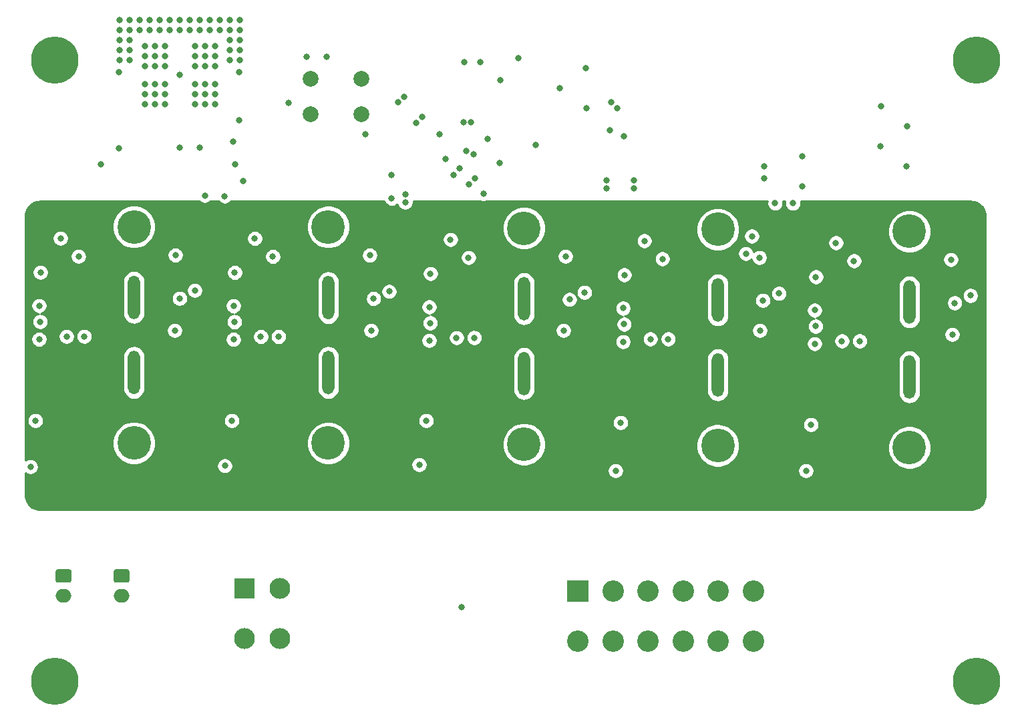
<source format=gbr>
%TF.GenerationSoftware,KiCad,Pcbnew,(5.1.9-0-10_14)*%
%TF.CreationDate,2021-02-15T20:52:16+08:00*%
%TF.ProjectId,pdm,70646d2e-6b69-4636-9164-5f7063625858,rev?*%
%TF.SameCoordinates,Original*%
%TF.FileFunction,Copper,L3,Inr*%
%TF.FilePolarity,Positive*%
%FSLAX46Y46*%
G04 Gerber Fmt 4.6, Leading zero omitted, Abs format (unit mm)*
G04 Created by KiCad (PCBNEW (5.1.9-0-10_14)) date 2021-02-15 20:52:16*
%MOMM*%
%LPD*%
G01*
G04 APERTURE LIST*
%TA.AperFunction,ComponentPad*%
%ADD10R,2.715000X2.715000*%
%TD*%
%TA.AperFunction,ComponentPad*%
%ADD11C,2.715000*%
%TD*%
%TA.AperFunction,ComponentPad*%
%ADD12O,2.000000X1.700000*%
%TD*%
%TA.AperFunction,ComponentPad*%
%ADD13C,6.000000*%
%TD*%
%TA.AperFunction,ComponentPad*%
%ADD14C,0.800000*%
%TD*%
%TA.AperFunction,ComponentPad*%
%ADD15C,4.262000*%
%TD*%
%TA.AperFunction,ComponentPad*%
%ADD16C,2.640000*%
%TD*%
%TA.AperFunction,ComponentPad*%
%ADD17R,2.640000X2.640000*%
%TD*%
%TA.AperFunction,ComponentPad*%
%ADD18C,2.000000*%
%TD*%
%TA.AperFunction,ViaPad*%
%ADD19C,0.800000*%
%TD*%
%TA.AperFunction,Conductor*%
%ADD20C,0.254000*%
%TD*%
%TA.AperFunction,Conductor*%
%ADD21C,0.100000*%
%TD*%
G04 APERTURE END LIST*
D10*
%TO.N,GND*%
%TO.C,J4*%
X176972000Y-122174000D03*
D11*
X181417000Y-122174000D03*
%TO.N,/vout2*%
X185862000Y-122174000D03*
%TO.N,/vout3*%
X190312000Y-122174000D03*
%TO.N,/vout4*%
X194757000Y-122174000D03*
%TO.N,/vout5*%
X199202000Y-122174000D03*
X199202000Y-128524000D03*
%TO.N,/vout4*%
X194757000Y-128524000D03*
%TO.N,/vout3*%
X190312000Y-128524000D03*
%TO.N,/vout1*%
X185862000Y-128524000D03*
%TO.N,/_P*%
X181417000Y-128524000D03*
%TO.N,/_N*%
X176972000Y-128524000D03*
%TD*%
%TO.N,+12V*%
%TO.C,M2*%
%TA.AperFunction,ComponentPad*%
G36*
G01*
X111010000Y-119419000D02*
X112510000Y-119419000D01*
G75*
G02*
X112760000Y-119669000I0J-250000D01*
G01*
X112760000Y-120869000D01*
G75*
G02*
X112510000Y-121119000I-250000J0D01*
G01*
X111010000Y-121119000D01*
G75*
G02*
X110760000Y-120869000I0J250000D01*
G01*
X110760000Y-119669000D01*
G75*
G02*
X111010000Y-119419000I250000J0D01*
G01*
G37*
%TD.AperFunction*%
D12*
%TO.N,GND*%
X111760000Y-122769000D03*
%TD*%
%TO.N,+12V*%
%TO.C,M1*%
%TA.AperFunction,ComponentPad*%
G36*
G01*
X118376000Y-119429233D02*
X119876000Y-119429233D01*
G75*
G02*
X120126000Y-119679233I0J-250000D01*
G01*
X120126000Y-120879233D01*
G75*
G02*
X119876000Y-121129233I-250000J0D01*
G01*
X118376000Y-121129233D01*
G75*
G02*
X118126000Y-120879233I0J250000D01*
G01*
X118126000Y-119679233D01*
G75*
G02*
X118376000Y-119429233I250000J0D01*
G01*
G37*
%TD.AperFunction*%
%TO.N,GND*%
X119126000Y-122779233D03*
%TD*%
D13*
%TO.N,N/C*%
%TO.C,H4*%
X227457000Y-133604000D03*
D14*
X229707000Y-133604000D03*
X229047990Y-135194990D03*
X227457000Y-135854000D03*
X225866010Y-135194990D03*
X225207000Y-133604000D03*
X225866010Y-132013010D03*
X227457000Y-131354000D03*
X229047990Y-132013010D03*
%TD*%
D13*
%TO.N,N/C*%
%TO.C,H3*%
X227457000Y-54864000D03*
D14*
X229707000Y-54864000D03*
X229047990Y-56454990D03*
X227457000Y-57114000D03*
X225866010Y-56454990D03*
X225207000Y-54864000D03*
X225866010Y-53273010D03*
X227457000Y-52614000D03*
X229047990Y-53273010D03*
%TD*%
D13*
%TO.N,N/C*%
%TO.C,H2*%
X110617000Y-133604000D03*
D14*
X112867000Y-133604000D03*
X112207990Y-135194990D03*
X110617000Y-135854000D03*
X109026010Y-135194990D03*
X108367000Y-133604000D03*
X109026010Y-132013010D03*
X110617000Y-131354000D03*
X112207990Y-132013010D03*
%TD*%
D13*
%TO.N,N/C*%
%TO.C,H1*%
X110617000Y-54864000D03*
D14*
X112867000Y-54864000D03*
X112207990Y-56454990D03*
X110617000Y-57114000D03*
X109026010Y-56454990D03*
X108367000Y-54864000D03*
X109026010Y-53273010D03*
X110617000Y-52614000D03*
X112207990Y-53273010D03*
%TD*%
%TO.N,/vout4*%
%TO.C,F2*%
%TA.AperFunction,ComponentPad*%
G36*
G01*
X194703000Y-97566001D02*
X194703000Y-97566001D01*
G75*
G02*
X193922000Y-96785001I0J781000D01*
G01*
X193922000Y-92785001D01*
G75*
G02*
X194703000Y-92004001I781000J0D01*
G01*
X194703000Y-92004001D01*
G75*
G02*
X195484000Y-92785001I0J-781000D01*
G01*
X195484000Y-96785001D01*
G75*
G02*
X194703000Y-97566001I-781000J0D01*
G01*
G37*
%TD.AperFunction*%
%TO.N,/sheet5F95602F/out*%
%TA.AperFunction,ComponentPad*%
G36*
G01*
X194703000Y-88066001D02*
X194703000Y-88066001D01*
G75*
G02*
X193922000Y-87285001I0J781000D01*
G01*
X193922000Y-83285001D01*
G75*
G02*
X194703000Y-82504001I781000J0D01*
G01*
X194703000Y-82504001D01*
G75*
G02*
X195484000Y-83285001I0J-781000D01*
G01*
X195484000Y-87285001D01*
G75*
G02*
X194703000Y-88066001I-781000J0D01*
G01*
G37*
%TD.AperFunction*%
D15*
%TO.N,N/C*%
X194703000Y-103735001D03*
X194703000Y-76335001D03*
%TD*%
%TO.N,/vout2*%
%TO.C,F5*%
%TA.AperFunction,ComponentPad*%
G36*
G01*
X145319000Y-97265001D02*
X145319000Y-97265001D01*
G75*
G02*
X144538000Y-96484001I0J781000D01*
G01*
X144538000Y-92484001D01*
G75*
G02*
X145319000Y-91703001I781000J0D01*
G01*
X145319000Y-91703001D01*
G75*
G02*
X146100000Y-92484001I0J-781000D01*
G01*
X146100000Y-96484001D01*
G75*
G02*
X145319000Y-97265001I-781000J0D01*
G01*
G37*
%TD.AperFunction*%
%TO.N,/sheet5F955EDF/out*%
%TA.AperFunction,ComponentPad*%
G36*
G01*
X145319000Y-87765001D02*
X145319000Y-87765001D01*
G75*
G02*
X144538000Y-86984001I0J781000D01*
G01*
X144538000Y-82984001D01*
G75*
G02*
X145319000Y-82203001I781000J0D01*
G01*
X145319000Y-82203001D01*
G75*
G02*
X146100000Y-82984001I0J-781000D01*
G01*
X146100000Y-86984001D01*
G75*
G02*
X145319000Y-87765001I-781000J0D01*
G01*
G37*
%TD.AperFunction*%
%TO.N,N/C*%
X145319000Y-103434001D03*
X145319000Y-76034001D03*
%TD*%
%TO.N,/vout5*%
%TO.C,F3*%
%TA.AperFunction,ComponentPad*%
G36*
G01*
X218979000Y-97820001D02*
X218979000Y-97820001D01*
G75*
G02*
X218198000Y-97039001I0J781000D01*
G01*
X218198000Y-93039001D01*
G75*
G02*
X218979000Y-92258001I781000J0D01*
G01*
X218979000Y-92258001D01*
G75*
G02*
X219760000Y-93039001I0J-781000D01*
G01*
X219760000Y-97039001D01*
G75*
G02*
X218979000Y-97820001I-781000J0D01*
G01*
G37*
%TD.AperFunction*%
%TO.N,/sheet5F9560CD/out*%
%TA.AperFunction,ComponentPad*%
G36*
G01*
X218979000Y-88320001D02*
X218979000Y-88320001D01*
G75*
G02*
X218198000Y-87539001I0J781000D01*
G01*
X218198000Y-83539001D01*
G75*
G02*
X218979000Y-82758001I781000J0D01*
G01*
X218979000Y-82758001D01*
G75*
G02*
X219760000Y-83539001I0J-781000D01*
G01*
X219760000Y-87539001D01*
G75*
G02*
X218979000Y-88320001I-781000J0D01*
G01*
G37*
%TD.AperFunction*%
%TO.N,N/C*%
X218979000Y-103989001D03*
X218979000Y-76589001D03*
%TD*%
%TO.N,/vout1*%
%TO.C,F4*%
%TA.AperFunction,ComponentPad*%
G36*
G01*
X120691000Y-97248001D02*
X120691000Y-97248001D01*
G75*
G02*
X119910000Y-96467001I0J781000D01*
G01*
X119910000Y-92467001D01*
G75*
G02*
X120691000Y-91686001I781000J0D01*
G01*
X120691000Y-91686001D01*
G75*
G02*
X121472000Y-92467001I0J-781000D01*
G01*
X121472000Y-96467001D01*
G75*
G02*
X120691000Y-97248001I-781000J0D01*
G01*
G37*
%TD.AperFunction*%
%TO.N,/fuse_block/out*%
%TA.AperFunction,ComponentPad*%
G36*
G01*
X120691000Y-87748001D02*
X120691000Y-87748001D01*
G75*
G02*
X119910000Y-86967001I0J781000D01*
G01*
X119910000Y-82967001D01*
G75*
G02*
X120691000Y-82186001I781000J0D01*
G01*
X120691000Y-82186001D01*
G75*
G02*
X121472000Y-82967001I0J-781000D01*
G01*
X121472000Y-86967001D01*
G75*
G02*
X120691000Y-87748001I-781000J0D01*
G01*
G37*
%TD.AperFunction*%
%TO.N,N/C*%
X120691000Y-103417001D03*
X120691000Y-76017001D03*
%TD*%
%TO.N,/vout3*%
%TO.C,F1*%
%TA.AperFunction,ComponentPad*%
G36*
G01*
X170127000Y-97406001D02*
X170127000Y-97406001D01*
G75*
G02*
X169346000Y-96625001I0J781000D01*
G01*
X169346000Y-92625001D01*
G75*
G02*
X170127000Y-91844001I781000J0D01*
G01*
X170127000Y-91844001D01*
G75*
G02*
X170908000Y-92625001I0J-781000D01*
G01*
X170908000Y-96625001D01*
G75*
G02*
X170127000Y-97406001I-781000J0D01*
G01*
G37*
%TD.AperFunction*%
%TO.N,/sheet5F955F69/out*%
%TA.AperFunction,ComponentPad*%
G36*
G01*
X170127000Y-87906001D02*
X170127000Y-87906001D01*
G75*
G02*
X169346000Y-87125001I0J781000D01*
G01*
X169346000Y-83125001D01*
G75*
G02*
X170127000Y-82344001I781000J0D01*
G01*
X170127000Y-82344001D01*
G75*
G02*
X170908000Y-83125001I0J-781000D01*
G01*
X170908000Y-87125001D01*
G75*
G02*
X170127000Y-87906001I-781000J0D01*
G01*
G37*
%TD.AperFunction*%
%TO.N,N/C*%
X170127000Y-103575001D03*
X170127000Y-76175001D03*
%TD*%
D16*
%TO.N,+12V*%
%TO.C,J1*%
X134742000Y-128224000D03*
X139192000Y-128224000D03*
D17*
%TO.N,GND*%
X134742000Y-121874000D03*
D16*
%TO.N,+12V*%
X139192000Y-121874000D03*
%TD*%
D18*
%TO.N,+3V3*%
%TO.C,SW1*%
X149558501Y-57224000D03*
%TO.N,Net-(C8-Pad1)*%
X149558501Y-61724000D03*
%TO.N,+3V3*%
X143058501Y-57224000D03*
%TO.N,Net-(C8-Pad1)*%
X143058501Y-61724000D03*
%TD*%
D19*
%TO.N,GND*%
X129667000Y-54356000D03*
X128397000Y-54356000D03*
X128397000Y-53086000D03*
X129667000Y-53086000D03*
X130937000Y-53086000D03*
X130937000Y-54356000D03*
X130937000Y-55626000D03*
X129667000Y-55626000D03*
X128397000Y-55626000D03*
X124587000Y-55626000D03*
X124587000Y-54356000D03*
X124587000Y-53086000D03*
X123317000Y-53086001D03*
X123317000Y-54356000D03*
X123317000Y-55626000D03*
X122047000Y-55626000D03*
X122047000Y-54356000D03*
X122047000Y-53086000D03*
X124587000Y-59182000D03*
X123317001Y-59182000D03*
X122047000Y-59182000D03*
X122047000Y-57911999D03*
X123317000Y-57912000D03*
X124587000Y-57912000D03*
X130937000Y-57912000D03*
X129667000Y-57912000D03*
X128397001Y-57912000D03*
X128397000Y-59182000D03*
X129667000Y-59182000D03*
X130937000Y-59182000D03*
X128397000Y-60452000D03*
X129667000Y-60452000D03*
X130937000Y-60452000D03*
X124587000Y-60452000D03*
X123317000Y-60452000D03*
X122047000Y-60452000D03*
X204216001Y-73025001D03*
X142557500Y-54483000D03*
X140271500Y-60325000D03*
X108679000Y-86011500D03*
X108806000Y-88043500D03*
X125951000Y-79598000D03*
X149987000Y-64262000D03*
X126474000Y-65931000D03*
X118745000Y-56388000D03*
X133985000Y-56388000D03*
X126511000Y-56781000D03*
X111379000Y-77470000D03*
X133307000Y-86028500D03*
X133434000Y-88060500D03*
X150579000Y-79615000D03*
X136007000Y-77487000D03*
X158115000Y-86169500D03*
X158242000Y-88201500D03*
X175387000Y-79756000D03*
X160815000Y-77628000D03*
X182691000Y-86329500D03*
X182818000Y-88361500D03*
X199963000Y-79916000D03*
X185391000Y-77788000D03*
X206967000Y-86583500D03*
X207094000Y-88615500D03*
X224239000Y-80170000D03*
X209667000Y-78042000D03*
X218567000Y-68326000D03*
X205359000Y-67056000D03*
X205359000Y-70866000D03*
X174625000Y-58420000D03*
X160177815Y-67427974D03*
X200533000Y-68326000D03*
X159385000Y-64262000D03*
X126492000Y-51054000D03*
X125222000Y-51054000D03*
X123952000Y-51054000D03*
X122682000Y-51054000D03*
X121412000Y-51054000D03*
X120142000Y-51054000D03*
X127762000Y-51054000D03*
X129032000Y-51054000D03*
X130302000Y-51054000D03*
X131572000Y-51054000D03*
X132842000Y-51054000D03*
X132842000Y-52324000D03*
X132842000Y-53594000D03*
X132842000Y-54864000D03*
X120142000Y-54864000D03*
X120142000Y-53594000D03*
X120142000Y-52324000D03*
X118872000Y-54864000D03*
X118872000Y-53594000D03*
X118872000Y-52324000D03*
X118872000Y-51054000D03*
X118872000Y-49784000D03*
X120142000Y-49784000D03*
X121412000Y-49784000D03*
X122682000Y-49784000D03*
X123952000Y-49784000D03*
X125222000Y-49784000D03*
X126492000Y-49784000D03*
X127762000Y-49784000D03*
X129032000Y-49784000D03*
X130302000Y-49784000D03*
X131572000Y-49784000D03*
X132842000Y-49784000D03*
X134112000Y-49784000D03*
X134112000Y-51054000D03*
X134112000Y-52324000D03*
X134112000Y-53594000D03*
X134112000Y-54864000D03*
X116459000Y-68072000D03*
X133477000Y-68072000D03*
X156845000Y-106172000D03*
X107569000Y-106426000D03*
X202438000Y-84455000D03*
X177800000Y-84328000D03*
X153035000Y-84201000D03*
X128397000Y-84074000D03*
X132207000Y-106299000D03*
X181737000Y-106934000D03*
X205867000Y-106934000D03*
X226719000Y-84715001D03*
X162200000Y-124216000D03*
X167132000Y-57404000D03*
X169418000Y-54610000D03*
X164592000Y-55118000D03*
X162560000Y-55118000D03*
X171646573Y-65603746D03*
%TO.N,+12V*%
X110871000Y-94742000D03*
X112141000Y-94742000D03*
X112141000Y-99060000D03*
X110871000Y-99060000D03*
X110871000Y-97536000D03*
X112141000Y-97536000D03*
X115697000Y-97536000D03*
X114427000Y-97536000D03*
X114427000Y-99060000D03*
X115697000Y-99060000D03*
X115697000Y-94742000D03*
X114427000Y-94742000D03*
X114427000Y-93472000D03*
X112141000Y-93472000D03*
X110871000Y-93472000D03*
X115697000Y-93472000D03*
X110109000Y-102108000D03*
X111379000Y-102108000D03*
X112649000Y-102108000D03*
X113919000Y-102108000D03*
X115189000Y-102108000D03*
X116459000Y-102108000D03*
X115189000Y-100838000D03*
X113919000Y-100838000D03*
X112649000Y-100838000D03*
X111379000Y-100838000D03*
X110109000Y-100838000D03*
X112649000Y-103378000D03*
X110109000Y-103378000D03*
X111379000Y-103378000D03*
X113919000Y-103378000D03*
X115189000Y-103378000D03*
X116459000Y-103378000D03*
X115189000Y-104648000D03*
X113919000Y-104648000D03*
X112649000Y-104648000D03*
X111379000Y-104648000D03*
X110109000Y-104648000D03*
X135499000Y-94759000D03*
X136769000Y-94759000D03*
X136769000Y-99077000D03*
X135499000Y-99077000D03*
X135499000Y-97553000D03*
X136769000Y-97553000D03*
X140325000Y-97553000D03*
X139055000Y-97553000D03*
X139055000Y-99077000D03*
X140325000Y-99077000D03*
X140325000Y-94759000D03*
X139055000Y-94759000D03*
X139055000Y-93489000D03*
X136769000Y-93489000D03*
X135499000Y-93489000D03*
X140325000Y-93489000D03*
X134737000Y-102125000D03*
X136007000Y-102125000D03*
X137277000Y-102125000D03*
X138547000Y-102125000D03*
X139817000Y-102125000D03*
X141087000Y-102125000D03*
X141087000Y-100855000D03*
X139817000Y-100855000D03*
X138547000Y-100855000D03*
X137277000Y-100855000D03*
X136007000Y-100855000D03*
X134737000Y-100855000D03*
X137277000Y-103395000D03*
X134737000Y-103395000D03*
X136007000Y-103395000D03*
X138547000Y-103395000D03*
X139817000Y-103395000D03*
X141087000Y-103395000D03*
X141087000Y-104665000D03*
X139817000Y-104665000D03*
X138547000Y-104665000D03*
X137277000Y-104665000D03*
X136007000Y-104665000D03*
X134737000Y-104665000D03*
X160307000Y-94900000D03*
X161577000Y-94900000D03*
X161577000Y-99218000D03*
X160307000Y-99218000D03*
X160307000Y-97694000D03*
X161577000Y-97694000D03*
X165133000Y-97694000D03*
X163863000Y-97694000D03*
X163863000Y-99218000D03*
X165133000Y-99218000D03*
X165133000Y-94900000D03*
X163863000Y-94900000D03*
X163863000Y-93630000D03*
X161577000Y-93630000D03*
X160307000Y-93630000D03*
X165133000Y-93630000D03*
X159545000Y-102266000D03*
X160815000Y-102266000D03*
X162085000Y-102266000D03*
X163355000Y-102266000D03*
X164625000Y-102266000D03*
X165895000Y-102266000D03*
X165895000Y-100996000D03*
X164625000Y-100996000D03*
X163355000Y-100996000D03*
X162085000Y-100996000D03*
X160815000Y-100996000D03*
X159545000Y-100996000D03*
X162085000Y-103536000D03*
X159545000Y-103536000D03*
X160815000Y-103536000D03*
X163355000Y-103536000D03*
X164625000Y-103536000D03*
X165895000Y-103536000D03*
X165895000Y-104806000D03*
X164625000Y-104806000D03*
X163355000Y-104806000D03*
X162085000Y-104806000D03*
X160815000Y-104806000D03*
X159545000Y-104806000D03*
X184883000Y-95060000D03*
X186153000Y-95060000D03*
X186153000Y-99378000D03*
X184883000Y-99378000D03*
X184883000Y-97854000D03*
X186153000Y-97854000D03*
X189709000Y-97854000D03*
X188439000Y-97854000D03*
X188439000Y-99378000D03*
X189709000Y-99378000D03*
X189709000Y-95060000D03*
X188439000Y-95060000D03*
X188439000Y-93790000D03*
X186153000Y-93790000D03*
X184883000Y-93790000D03*
X189709000Y-93790000D03*
X184121000Y-102426000D03*
X185391000Y-102426000D03*
X186661000Y-102426000D03*
X187931000Y-102426000D03*
X189201000Y-102426000D03*
X190471000Y-102426000D03*
X190471000Y-101156000D03*
X189201000Y-101156000D03*
X187931000Y-101156000D03*
X186661000Y-101156000D03*
X185391000Y-101156000D03*
X184121000Y-101156000D03*
X186661000Y-103696000D03*
X184121000Y-103696000D03*
X185391000Y-103696000D03*
X187931000Y-103696000D03*
X189201000Y-103696000D03*
X190471000Y-103696000D03*
X190471000Y-104966000D03*
X189201000Y-104966000D03*
X187931000Y-104966000D03*
X186661000Y-104966000D03*
X185391000Y-104966000D03*
X184121000Y-104966000D03*
X209159000Y-95314000D03*
X210429000Y-95314000D03*
X210429000Y-99632000D03*
X209159000Y-99632000D03*
X209159000Y-98108000D03*
X210429000Y-98108000D03*
X213985000Y-98108000D03*
X212715000Y-98108000D03*
X212715000Y-99632000D03*
X213985000Y-99632000D03*
X213985000Y-95314000D03*
X212715000Y-95314000D03*
X212715000Y-94044000D03*
X210429000Y-94044000D03*
X209159000Y-94044000D03*
X213985000Y-94044000D03*
X208397000Y-102680000D03*
X209667000Y-102680000D03*
X210937000Y-102680000D03*
X212207000Y-102680000D03*
X213477000Y-102680000D03*
X214747000Y-102680000D03*
X214747000Y-101410000D03*
X213477000Y-101410000D03*
X212207000Y-101410000D03*
X210937000Y-101410000D03*
X209667000Y-101410000D03*
X208397000Y-101410000D03*
X210937000Y-103950000D03*
X208397000Y-103950000D03*
X209667000Y-103950000D03*
X212207000Y-103950000D03*
X213477000Y-103950000D03*
X214747000Y-103950000D03*
X214747000Y-105220000D03*
X213477000Y-105220000D03*
X212207000Y-105220000D03*
X210937000Y-105220000D03*
X209667000Y-105220000D03*
X208397000Y-105220000D03*
X116459000Y-104648000D03*
X116459000Y-100838000D03*
X118766501Y-66018499D03*
X117729000Y-73406000D03*
%TO.N,+3V3*%
X145097500Y-54483000D03*
X129051000Y-65931000D03*
X133985000Y-62484000D03*
X199009000Y-77196370D03*
X198247000Y-79405990D03*
X129667000Y-72031180D03*
X162433000Y-62738000D03*
X167005000Y-67906810D03*
X164973000Y-71821600D03*
X133304000Y-65197000D03*
X125857000Y-89154000D03*
X150749000Y-89154000D03*
X175133000Y-89154000D03*
X200025000Y-89154000D03*
X224409000Y-89662000D03*
X201952501Y-73024999D03*
X200533000Y-69850000D03*
X215265000Y-65786000D03*
%TO.N,/NRST*%
X163433003Y-62738000D03*
X165543005Y-64832581D03*
%TO.N,/SWCLK*%
X163718980Y-66802000D03*
X177927000Y-55880000D03*
%TO.N,/SWDIO*%
X162819130Y-66365797D03*
X178058000Y-60960000D03*
%TO.N,/canrx*%
X184044650Y-71120000D03*
X180625400Y-71120000D03*
X163183107Y-70600107D03*
X161239669Y-69418669D03*
%TO.N,/cantx*%
X162005549Y-68580000D03*
X163890215Y-69892999D03*
X180625400Y-70119997D03*
X184044650Y-70119997D03*
%TO.N,/sense5*%
X206966999Y-90838000D03*
X210429000Y-90488000D03*
X181956059Y-60994942D03*
X182835020Y-64516000D03*
%TO.N,/sense4*%
X182690999Y-90584000D03*
X186153000Y-90234000D03*
X181194059Y-60232941D03*
X181013698Y-63768912D03*
%TO.N,/sense3*%
X158114999Y-90424000D03*
X161577000Y-90074000D03*
X155067000Y-72898000D03*
X153365669Y-69418669D03*
%TO.N,/sense2*%
X133306999Y-90283000D03*
X136769000Y-89933000D03*
X132187780Y-72116781D03*
X134493000Y-70224770D03*
%TO.N,/sense1*%
X108678999Y-90266000D03*
X112141000Y-89916000D03*
%TO.N,/act2*%
X153360686Y-72411833D03*
X155067000Y-71897997D03*
%TO.N,/_P*%
X218698000Y-63246000D03*
%TO.N,/_N*%
X215388000Y-60706000D03*
%TO.N,/fuse5*%
X211953000Y-80328000D03*
X224719000Y-85665001D03*
%TO.N,/fuse4*%
X187677000Y-80074000D03*
X200406000Y-85344000D03*
%TO.N,/fuse3*%
X163101000Y-79914000D03*
X175895000Y-85217000D03*
%TO.N,/fuse1*%
X113665000Y-79756000D03*
X126481001Y-85090000D03*
%TO.N,/fuse2*%
X138293000Y-79773000D03*
X151059000Y-85110001D03*
%TO.N,/DEBUG_BUTTON*%
X154208522Y-60245738D03*
X156470392Y-62819419D03*
%TO.N,/vout2*%
X133096000Y-100584000D03*
%TO.N,/vout1*%
X108204000Y-100584000D03*
%TO.N,/vout3*%
X157734000Y-100584000D03*
%TO.N,/vout4*%
X182372000Y-100838000D03*
%TO.N,/vout5*%
X206502000Y-101092000D03*
%TO.N,/LED_DEBUG*%
X157244307Y-62060907D03*
X154915630Y-59538630D03*
%TO.N,Net-(R22-Pad2)*%
X207127000Y-82360000D03*
X212678000Y-90483000D03*
%TO.N,Net-(R6-Pad2)*%
X158275000Y-81946000D03*
X163826000Y-90069000D03*
%TO.N,Net-(R14-Pad2)*%
X182851000Y-82106000D03*
X188402000Y-90229000D03*
%TO.N,Net-(R30-Pad2)*%
X108839000Y-81788000D03*
X114390000Y-89911000D03*
%TO.N,Net-(R38-Pad2)*%
X133467000Y-81805000D03*
X139018000Y-89928000D03*
%TD*%
D20*
%TO.N,+12V*%
X129012326Y-72828903D02*
X129180533Y-72941295D01*
X129367435Y-73018713D01*
X129565849Y-73058180D01*
X129768151Y-73058180D01*
X129966565Y-73018713D01*
X130153467Y-72941295D01*
X130321674Y-72828903D01*
X130379577Y-72771000D01*
X131389753Y-72771000D01*
X131390057Y-72771455D01*
X131533106Y-72914504D01*
X131701313Y-73026896D01*
X131888215Y-73104314D01*
X132086629Y-73143781D01*
X132288931Y-73143781D01*
X132487345Y-73104314D01*
X132674247Y-73026896D01*
X132842454Y-72914504D01*
X132985503Y-72771455D01*
X132985807Y-72771000D01*
X152397841Y-72771000D01*
X152450571Y-72898300D01*
X152562963Y-73066507D01*
X152706012Y-73209556D01*
X152874219Y-73321948D01*
X153061121Y-73399366D01*
X153259535Y-73438833D01*
X153461837Y-73438833D01*
X153660251Y-73399366D01*
X153847153Y-73321948D01*
X154015360Y-73209556D01*
X154070820Y-73154096D01*
X154079467Y-73197565D01*
X154156885Y-73384467D01*
X154269277Y-73552674D01*
X154412326Y-73695723D01*
X154580533Y-73808115D01*
X154767435Y-73885533D01*
X154965849Y-73925000D01*
X155168151Y-73925000D01*
X155366565Y-73885533D01*
X155553467Y-73808115D01*
X155721674Y-73695723D01*
X155864723Y-73552674D01*
X155977115Y-73384467D01*
X156054533Y-73197565D01*
X156094000Y-72999151D01*
X156094000Y-72796849D01*
X156088858Y-72771000D01*
X164581375Y-72771000D01*
X164673435Y-72809133D01*
X164871849Y-72848600D01*
X165074151Y-72848600D01*
X165272565Y-72809133D01*
X165364625Y-72771000D01*
X200955904Y-72771000D01*
X200925501Y-72923848D01*
X200925501Y-73126150D01*
X200964968Y-73324564D01*
X201042386Y-73511466D01*
X201154778Y-73679673D01*
X201297827Y-73822722D01*
X201466034Y-73935114D01*
X201652936Y-74012532D01*
X201851350Y-74051999D01*
X202053652Y-74051999D01*
X202252066Y-74012532D01*
X202438968Y-73935114D01*
X202607175Y-73822722D01*
X202750224Y-73679673D01*
X202862616Y-73511466D01*
X202940034Y-73324564D01*
X202979501Y-73126150D01*
X202979501Y-72923848D01*
X202949098Y-72771000D01*
X203219405Y-72771000D01*
X203189001Y-72923850D01*
X203189001Y-73126152D01*
X203228468Y-73324566D01*
X203305886Y-73511468D01*
X203418278Y-73679675D01*
X203561327Y-73822724D01*
X203729534Y-73935116D01*
X203916436Y-74012534D01*
X204114850Y-74052001D01*
X204317152Y-74052001D01*
X204515566Y-74012534D01*
X204702468Y-73935116D01*
X204870675Y-73822724D01*
X205013724Y-73679675D01*
X205126116Y-73511468D01*
X205203534Y-73324566D01*
X205243001Y-73126152D01*
X205243001Y-72923850D01*
X205212597Y-72771000D01*
X226722470Y-72771000D01*
X226993504Y-72790385D01*
X227254593Y-72847181D01*
X227504940Y-72940556D01*
X227739445Y-73068605D01*
X227953338Y-73228724D01*
X228142276Y-73417662D01*
X228302395Y-73631555D01*
X228430444Y-73866060D01*
X228523819Y-74116407D01*
X228580615Y-74377496D01*
X228600000Y-74648530D01*
X228600000Y-110009470D01*
X228580615Y-110280504D01*
X228523819Y-110541593D01*
X228430444Y-110791940D01*
X228302395Y-111026445D01*
X228142276Y-111240338D01*
X227953338Y-111429276D01*
X227739445Y-111589395D01*
X227504940Y-111717444D01*
X227254593Y-111810819D01*
X226993504Y-111867615D01*
X226722470Y-111887000D01*
X108811530Y-111887000D01*
X108540496Y-111867615D01*
X108279407Y-111810819D01*
X108029060Y-111717444D01*
X107794555Y-111589395D01*
X107580662Y-111429276D01*
X107391724Y-111240338D01*
X107231605Y-111026445D01*
X107103556Y-110791940D01*
X107010181Y-110541593D01*
X106953385Y-110280504D01*
X106934000Y-110009470D01*
X106934000Y-107236869D01*
X107082533Y-107336115D01*
X107269435Y-107413533D01*
X107467849Y-107453000D01*
X107670151Y-107453000D01*
X107868565Y-107413533D01*
X108055467Y-107336115D01*
X108223674Y-107223723D01*
X108366723Y-107080674D01*
X108479115Y-106912467D01*
X108556533Y-106725565D01*
X108596000Y-106527151D01*
X108596000Y-106324849D01*
X108570739Y-106197849D01*
X131180000Y-106197849D01*
X131180000Y-106400151D01*
X131219467Y-106598565D01*
X131296885Y-106785467D01*
X131409277Y-106953674D01*
X131552326Y-107096723D01*
X131720533Y-107209115D01*
X131907435Y-107286533D01*
X132105849Y-107326000D01*
X132308151Y-107326000D01*
X132506565Y-107286533D01*
X132693467Y-107209115D01*
X132861674Y-107096723D01*
X133004723Y-106953674D01*
X133117115Y-106785467D01*
X133194533Y-106598565D01*
X133234000Y-106400151D01*
X133234000Y-106197849D01*
X133194533Y-105999435D01*
X133117115Y-105812533D01*
X133004723Y-105644326D01*
X132861674Y-105501277D01*
X132693467Y-105388885D01*
X132506565Y-105311467D01*
X132308151Y-105272000D01*
X132105849Y-105272000D01*
X131907435Y-105311467D01*
X131720533Y-105388885D01*
X131552326Y-105501277D01*
X131409277Y-105644326D01*
X131296885Y-105812533D01*
X131219467Y-105999435D01*
X131180000Y-106197849D01*
X108570739Y-106197849D01*
X108556533Y-106126435D01*
X108479115Y-105939533D01*
X108366723Y-105771326D01*
X108223674Y-105628277D01*
X108055467Y-105515885D01*
X107868565Y-105438467D01*
X107670151Y-105399000D01*
X107467849Y-105399000D01*
X107269435Y-105438467D01*
X107082533Y-105515885D01*
X106934000Y-105615131D01*
X106934000Y-103145362D01*
X117933000Y-103145362D01*
X117933000Y-103688640D01*
X118038988Y-104221480D01*
X118246892Y-104723404D01*
X118548721Y-105175124D01*
X118932877Y-105559280D01*
X119384597Y-105861109D01*
X119886521Y-106069013D01*
X120419361Y-106175001D01*
X120962639Y-106175001D01*
X121495479Y-106069013D01*
X121997403Y-105861109D01*
X122449123Y-105559280D01*
X122833279Y-105175124D01*
X123135108Y-104723404D01*
X123343012Y-104221480D01*
X123449000Y-103688640D01*
X123449000Y-103162362D01*
X142561000Y-103162362D01*
X142561000Y-103705640D01*
X142666988Y-104238480D01*
X142874892Y-104740404D01*
X143176721Y-105192124D01*
X143560877Y-105576280D01*
X144012597Y-105878109D01*
X144514521Y-106086013D01*
X145047361Y-106192001D01*
X145590639Y-106192001D01*
X146123479Y-106086013D01*
X146160088Y-106070849D01*
X155818000Y-106070849D01*
X155818000Y-106273151D01*
X155857467Y-106471565D01*
X155934885Y-106658467D01*
X156047277Y-106826674D01*
X156190326Y-106969723D01*
X156358533Y-107082115D01*
X156545435Y-107159533D01*
X156743849Y-107199000D01*
X156946151Y-107199000D01*
X157144565Y-107159533D01*
X157331467Y-107082115D01*
X157499674Y-106969723D01*
X157636548Y-106832849D01*
X180710000Y-106832849D01*
X180710000Y-107035151D01*
X180749467Y-107233565D01*
X180826885Y-107420467D01*
X180939277Y-107588674D01*
X181082326Y-107731723D01*
X181250533Y-107844115D01*
X181437435Y-107921533D01*
X181635849Y-107961000D01*
X181838151Y-107961000D01*
X182036565Y-107921533D01*
X182223467Y-107844115D01*
X182391674Y-107731723D01*
X182534723Y-107588674D01*
X182647115Y-107420467D01*
X182724533Y-107233565D01*
X182764000Y-107035151D01*
X182764000Y-106832849D01*
X204840000Y-106832849D01*
X204840000Y-107035151D01*
X204879467Y-107233565D01*
X204956885Y-107420467D01*
X205069277Y-107588674D01*
X205212326Y-107731723D01*
X205380533Y-107844115D01*
X205567435Y-107921533D01*
X205765849Y-107961000D01*
X205968151Y-107961000D01*
X206166565Y-107921533D01*
X206353467Y-107844115D01*
X206521674Y-107731723D01*
X206664723Y-107588674D01*
X206777115Y-107420467D01*
X206854533Y-107233565D01*
X206894000Y-107035151D01*
X206894000Y-106832849D01*
X206854533Y-106634435D01*
X206777115Y-106447533D01*
X206664723Y-106279326D01*
X206521674Y-106136277D01*
X206353467Y-106023885D01*
X206166565Y-105946467D01*
X205968151Y-105907000D01*
X205765849Y-105907000D01*
X205567435Y-105946467D01*
X205380533Y-106023885D01*
X205212326Y-106136277D01*
X205069277Y-106279326D01*
X204956885Y-106447533D01*
X204879467Y-106634435D01*
X204840000Y-106832849D01*
X182764000Y-106832849D01*
X182724533Y-106634435D01*
X182647115Y-106447533D01*
X182534723Y-106279326D01*
X182391674Y-106136277D01*
X182223467Y-106023885D01*
X182036565Y-105946467D01*
X181838151Y-105907000D01*
X181635849Y-105907000D01*
X181437435Y-105946467D01*
X181250533Y-106023885D01*
X181082326Y-106136277D01*
X180939277Y-106279326D01*
X180826885Y-106447533D01*
X180749467Y-106634435D01*
X180710000Y-106832849D01*
X157636548Y-106832849D01*
X157642723Y-106826674D01*
X157755115Y-106658467D01*
X157832533Y-106471565D01*
X157872000Y-106273151D01*
X157872000Y-106070849D01*
X157832533Y-105872435D01*
X157755115Y-105685533D01*
X157642723Y-105517326D01*
X157499674Y-105374277D01*
X157331467Y-105261885D01*
X157144565Y-105184467D01*
X156946151Y-105145000D01*
X156743849Y-105145000D01*
X156545435Y-105184467D01*
X156358533Y-105261885D01*
X156190326Y-105374277D01*
X156047277Y-105517326D01*
X155934885Y-105685533D01*
X155857467Y-105872435D01*
X155818000Y-106070849D01*
X146160088Y-106070849D01*
X146625403Y-105878109D01*
X147077123Y-105576280D01*
X147461279Y-105192124D01*
X147763108Y-104740404D01*
X147971012Y-104238480D01*
X148077000Y-103705640D01*
X148077000Y-103303362D01*
X167369000Y-103303362D01*
X167369000Y-103846640D01*
X167474988Y-104379480D01*
X167682892Y-104881404D01*
X167984721Y-105333124D01*
X168368877Y-105717280D01*
X168820597Y-106019109D01*
X169322521Y-106227013D01*
X169855361Y-106333001D01*
X170398639Y-106333001D01*
X170931479Y-106227013D01*
X171433403Y-106019109D01*
X171885123Y-105717280D01*
X172269279Y-105333124D01*
X172571108Y-104881404D01*
X172779012Y-104379480D01*
X172885000Y-103846640D01*
X172885000Y-103463362D01*
X191945000Y-103463362D01*
X191945000Y-104006640D01*
X192050988Y-104539480D01*
X192258892Y-105041404D01*
X192560721Y-105493124D01*
X192944877Y-105877280D01*
X193396597Y-106179109D01*
X193898521Y-106387013D01*
X194431361Y-106493001D01*
X194974639Y-106493001D01*
X195507479Y-106387013D01*
X196009403Y-106179109D01*
X196461123Y-105877280D01*
X196845279Y-105493124D01*
X197147108Y-105041404D01*
X197355012Y-104539480D01*
X197461000Y-104006640D01*
X197461000Y-103717362D01*
X216221000Y-103717362D01*
X216221000Y-104260640D01*
X216326988Y-104793480D01*
X216534892Y-105295404D01*
X216836721Y-105747124D01*
X217220877Y-106131280D01*
X217672597Y-106433109D01*
X218174521Y-106641013D01*
X218707361Y-106747001D01*
X219250639Y-106747001D01*
X219783479Y-106641013D01*
X220285403Y-106433109D01*
X220737123Y-106131280D01*
X221121279Y-105747124D01*
X221423108Y-105295404D01*
X221631012Y-104793480D01*
X221737000Y-104260640D01*
X221737000Y-103717362D01*
X221631012Y-103184522D01*
X221423108Y-102682598D01*
X221121279Y-102230878D01*
X220737123Y-101846722D01*
X220285403Y-101544893D01*
X219783479Y-101336989D01*
X219250639Y-101231001D01*
X218707361Y-101231001D01*
X218174521Y-101336989D01*
X217672597Y-101544893D01*
X217220877Y-101846722D01*
X216836721Y-102230878D01*
X216534892Y-102682598D01*
X216326988Y-103184522D01*
X216221000Y-103717362D01*
X197461000Y-103717362D01*
X197461000Y-103463362D01*
X197355012Y-102930522D01*
X197147108Y-102428598D01*
X196845279Y-101976878D01*
X196461123Y-101592722D01*
X196009403Y-101290893D01*
X195507479Y-101082989D01*
X195044258Y-100990849D01*
X205475000Y-100990849D01*
X205475000Y-101193151D01*
X205514467Y-101391565D01*
X205591885Y-101578467D01*
X205704277Y-101746674D01*
X205847326Y-101889723D01*
X206015533Y-102002115D01*
X206202435Y-102079533D01*
X206400849Y-102119000D01*
X206603151Y-102119000D01*
X206801565Y-102079533D01*
X206988467Y-102002115D01*
X207156674Y-101889723D01*
X207299723Y-101746674D01*
X207412115Y-101578467D01*
X207489533Y-101391565D01*
X207529000Y-101193151D01*
X207529000Y-100990849D01*
X207489533Y-100792435D01*
X207412115Y-100605533D01*
X207299723Y-100437326D01*
X207156674Y-100294277D01*
X206988467Y-100181885D01*
X206801565Y-100104467D01*
X206603151Y-100065000D01*
X206400849Y-100065000D01*
X206202435Y-100104467D01*
X206015533Y-100181885D01*
X205847326Y-100294277D01*
X205704277Y-100437326D01*
X205591885Y-100605533D01*
X205514467Y-100792435D01*
X205475000Y-100990849D01*
X195044258Y-100990849D01*
X194974639Y-100977001D01*
X194431361Y-100977001D01*
X193898521Y-101082989D01*
X193396597Y-101290893D01*
X192944877Y-101592722D01*
X192560721Y-101976878D01*
X192258892Y-102428598D01*
X192050988Y-102930522D01*
X191945000Y-103463362D01*
X172885000Y-103463362D01*
X172885000Y-103303362D01*
X172779012Y-102770522D01*
X172571108Y-102268598D01*
X172269279Y-101816878D01*
X171885123Y-101432722D01*
X171433403Y-101130893D01*
X170931479Y-100922989D01*
X170398639Y-100817001D01*
X169855361Y-100817001D01*
X169322521Y-100922989D01*
X168820597Y-101130893D01*
X168368877Y-101432722D01*
X167984721Y-101816878D01*
X167682892Y-102268598D01*
X167474988Y-102770522D01*
X167369000Y-103303362D01*
X148077000Y-103303362D01*
X148077000Y-103162362D01*
X147971012Y-102629522D01*
X147763108Y-102127598D01*
X147461279Y-101675878D01*
X147077123Y-101291722D01*
X146625403Y-100989893D01*
X146123479Y-100781989D01*
X145590639Y-100676001D01*
X145047361Y-100676001D01*
X144514521Y-100781989D01*
X144012597Y-100989893D01*
X143560877Y-101291722D01*
X143176721Y-101675878D01*
X142874892Y-102127598D01*
X142666988Y-102629522D01*
X142561000Y-103162362D01*
X123449000Y-103162362D01*
X123449000Y-103145362D01*
X123343012Y-102612522D01*
X123135108Y-102110598D01*
X122833279Y-101658878D01*
X122449123Y-101274722D01*
X121997403Y-100972893D01*
X121495479Y-100764989D01*
X120962639Y-100659001D01*
X120419361Y-100659001D01*
X119886521Y-100764989D01*
X119384597Y-100972893D01*
X118932877Y-101274722D01*
X118548721Y-101658878D01*
X118246892Y-102110598D01*
X118038988Y-102612522D01*
X117933000Y-103145362D01*
X106934000Y-103145362D01*
X106934000Y-100482849D01*
X107177000Y-100482849D01*
X107177000Y-100685151D01*
X107216467Y-100883565D01*
X107293885Y-101070467D01*
X107406277Y-101238674D01*
X107549326Y-101381723D01*
X107717533Y-101494115D01*
X107904435Y-101571533D01*
X108102849Y-101611000D01*
X108305151Y-101611000D01*
X108503565Y-101571533D01*
X108690467Y-101494115D01*
X108858674Y-101381723D01*
X109001723Y-101238674D01*
X109114115Y-101070467D01*
X109191533Y-100883565D01*
X109231000Y-100685151D01*
X109231000Y-100482849D01*
X132069000Y-100482849D01*
X132069000Y-100685151D01*
X132108467Y-100883565D01*
X132185885Y-101070467D01*
X132298277Y-101238674D01*
X132441326Y-101381723D01*
X132609533Y-101494115D01*
X132796435Y-101571533D01*
X132994849Y-101611000D01*
X133197151Y-101611000D01*
X133395565Y-101571533D01*
X133582467Y-101494115D01*
X133750674Y-101381723D01*
X133893723Y-101238674D01*
X134006115Y-101070467D01*
X134083533Y-100883565D01*
X134123000Y-100685151D01*
X134123000Y-100482849D01*
X156707000Y-100482849D01*
X156707000Y-100685151D01*
X156746467Y-100883565D01*
X156823885Y-101070467D01*
X156936277Y-101238674D01*
X157079326Y-101381723D01*
X157247533Y-101494115D01*
X157434435Y-101571533D01*
X157632849Y-101611000D01*
X157835151Y-101611000D01*
X158033565Y-101571533D01*
X158220467Y-101494115D01*
X158388674Y-101381723D01*
X158531723Y-101238674D01*
X158644115Y-101070467D01*
X158721533Y-100883565D01*
X158750716Y-100736849D01*
X181345000Y-100736849D01*
X181345000Y-100939151D01*
X181384467Y-101137565D01*
X181461885Y-101324467D01*
X181574277Y-101492674D01*
X181717326Y-101635723D01*
X181885533Y-101748115D01*
X182072435Y-101825533D01*
X182270849Y-101865000D01*
X182473151Y-101865000D01*
X182671565Y-101825533D01*
X182858467Y-101748115D01*
X183026674Y-101635723D01*
X183169723Y-101492674D01*
X183282115Y-101324467D01*
X183359533Y-101137565D01*
X183399000Y-100939151D01*
X183399000Y-100736849D01*
X183359533Y-100538435D01*
X183282115Y-100351533D01*
X183169723Y-100183326D01*
X183026674Y-100040277D01*
X182858467Y-99927885D01*
X182671565Y-99850467D01*
X182473151Y-99811000D01*
X182270849Y-99811000D01*
X182072435Y-99850467D01*
X181885533Y-99927885D01*
X181717326Y-100040277D01*
X181574277Y-100183326D01*
X181461885Y-100351533D01*
X181384467Y-100538435D01*
X181345000Y-100736849D01*
X158750716Y-100736849D01*
X158761000Y-100685151D01*
X158761000Y-100482849D01*
X158721533Y-100284435D01*
X158644115Y-100097533D01*
X158531723Y-99929326D01*
X158388674Y-99786277D01*
X158220467Y-99673885D01*
X158033565Y-99596467D01*
X157835151Y-99557000D01*
X157632849Y-99557000D01*
X157434435Y-99596467D01*
X157247533Y-99673885D01*
X157079326Y-99786277D01*
X156936277Y-99929326D01*
X156823885Y-100097533D01*
X156746467Y-100284435D01*
X156707000Y-100482849D01*
X134123000Y-100482849D01*
X134083533Y-100284435D01*
X134006115Y-100097533D01*
X133893723Y-99929326D01*
X133750674Y-99786277D01*
X133582467Y-99673885D01*
X133395565Y-99596467D01*
X133197151Y-99557000D01*
X132994849Y-99557000D01*
X132796435Y-99596467D01*
X132609533Y-99673885D01*
X132441326Y-99786277D01*
X132298277Y-99929326D01*
X132185885Y-100097533D01*
X132108467Y-100284435D01*
X132069000Y-100482849D01*
X109231000Y-100482849D01*
X109191533Y-100284435D01*
X109114115Y-100097533D01*
X109001723Y-99929326D01*
X108858674Y-99786277D01*
X108690467Y-99673885D01*
X108503565Y-99596467D01*
X108305151Y-99557000D01*
X108102849Y-99557000D01*
X107904435Y-99596467D01*
X107717533Y-99673885D01*
X107549326Y-99786277D01*
X107406277Y-99929326D01*
X107293885Y-100097533D01*
X107216467Y-100284435D01*
X107177000Y-100482849D01*
X106934000Y-100482849D01*
X106934000Y-92467001D01*
X119279966Y-92467001D01*
X119279966Y-96467001D01*
X119307079Y-96742280D01*
X119387374Y-97006980D01*
X119517768Y-97250929D01*
X119693248Y-97464752D01*
X119907071Y-97640232D01*
X120151020Y-97770626D01*
X120415720Y-97850921D01*
X120690999Y-97878034D01*
X120691001Y-97878034D01*
X120966280Y-97850921D01*
X121230980Y-97770626D01*
X121474929Y-97640232D01*
X121688752Y-97464752D01*
X121864232Y-97250929D01*
X121994626Y-97006980D01*
X122074921Y-96742280D01*
X122102034Y-96467001D01*
X122102034Y-92484001D01*
X143907966Y-92484001D01*
X143907966Y-96484001D01*
X143935079Y-96759280D01*
X144015374Y-97023980D01*
X144145768Y-97267929D01*
X144321248Y-97481752D01*
X144535071Y-97657232D01*
X144779020Y-97787626D01*
X145043720Y-97867921D01*
X145318999Y-97895034D01*
X145319001Y-97895034D01*
X145594280Y-97867921D01*
X145858980Y-97787626D01*
X146102929Y-97657232D01*
X146316752Y-97481752D01*
X146492232Y-97267929D01*
X146622626Y-97023980D01*
X146702921Y-96759280D01*
X146730034Y-96484001D01*
X146730034Y-92625001D01*
X168715966Y-92625001D01*
X168715966Y-96625001D01*
X168743079Y-96900280D01*
X168823374Y-97164980D01*
X168953768Y-97408929D01*
X169129248Y-97622752D01*
X169343071Y-97798232D01*
X169587020Y-97928626D01*
X169851720Y-98008921D01*
X170126999Y-98036034D01*
X170127001Y-98036034D01*
X170402280Y-98008921D01*
X170666980Y-97928626D01*
X170910929Y-97798232D01*
X171124752Y-97622752D01*
X171300232Y-97408929D01*
X171430626Y-97164980D01*
X171510921Y-96900280D01*
X171538034Y-96625001D01*
X171538034Y-92785001D01*
X193291966Y-92785001D01*
X193291966Y-96785001D01*
X193319079Y-97060280D01*
X193399374Y-97324980D01*
X193529768Y-97568929D01*
X193705248Y-97782752D01*
X193919071Y-97958232D01*
X194163020Y-98088626D01*
X194427720Y-98168921D01*
X194702999Y-98196034D01*
X194703001Y-98196034D01*
X194978280Y-98168921D01*
X195242980Y-98088626D01*
X195486929Y-97958232D01*
X195700752Y-97782752D01*
X195876232Y-97568929D01*
X196006626Y-97324980D01*
X196086921Y-97060280D01*
X196114034Y-96785001D01*
X196114034Y-93039001D01*
X217567966Y-93039001D01*
X217567966Y-97039001D01*
X217595079Y-97314280D01*
X217675374Y-97578980D01*
X217805768Y-97822929D01*
X217981248Y-98036752D01*
X218195071Y-98212232D01*
X218439020Y-98342626D01*
X218703720Y-98422921D01*
X218978999Y-98450034D01*
X218979001Y-98450034D01*
X219254280Y-98422921D01*
X219518980Y-98342626D01*
X219762929Y-98212232D01*
X219976752Y-98036752D01*
X220152232Y-97822929D01*
X220282626Y-97578980D01*
X220362921Y-97314280D01*
X220390034Y-97039001D01*
X220390034Y-93039001D01*
X220362921Y-92763722D01*
X220282626Y-92499022D01*
X220152232Y-92255073D01*
X219976752Y-92041250D01*
X219762929Y-91865770D01*
X219518980Y-91735376D01*
X219254280Y-91655081D01*
X218979001Y-91627968D01*
X218978999Y-91627968D01*
X218703720Y-91655081D01*
X218439020Y-91735376D01*
X218195071Y-91865770D01*
X217981248Y-92041250D01*
X217805768Y-92255073D01*
X217675374Y-92499022D01*
X217595079Y-92763722D01*
X217567966Y-93039001D01*
X196114034Y-93039001D01*
X196114034Y-92785001D01*
X196086921Y-92509722D01*
X196006626Y-92245022D01*
X195876232Y-92001073D01*
X195700752Y-91787250D01*
X195486929Y-91611770D01*
X195242980Y-91481376D01*
X194978280Y-91401081D01*
X194703001Y-91373968D01*
X194702999Y-91373968D01*
X194427720Y-91401081D01*
X194163020Y-91481376D01*
X193919071Y-91611770D01*
X193705248Y-91787250D01*
X193529768Y-92001073D01*
X193399374Y-92245022D01*
X193319079Y-92509722D01*
X193291966Y-92785001D01*
X171538034Y-92785001D01*
X171538034Y-92625001D01*
X171510921Y-92349722D01*
X171430626Y-92085022D01*
X171300232Y-91841073D01*
X171124752Y-91627250D01*
X170910929Y-91451770D01*
X170666980Y-91321376D01*
X170402280Y-91241081D01*
X170127001Y-91213968D01*
X170126999Y-91213968D01*
X169851720Y-91241081D01*
X169587020Y-91321376D01*
X169343071Y-91451770D01*
X169129248Y-91627250D01*
X168953768Y-91841073D01*
X168823374Y-92085022D01*
X168743079Y-92349722D01*
X168715966Y-92625001D01*
X146730034Y-92625001D01*
X146730034Y-92484001D01*
X146702921Y-92208722D01*
X146622626Y-91944022D01*
X146492232Y-91700073D01*
X146316752Y-91486250D01*
X146102929Y-91310770D01*
X145858980Y-91180376D01*
X145594280Y-91100081D01*
X145319001Y-91072968D01*
X145318999Y-91072968D01*
X145043720Y-91100081D01*
X144779020Y-91180376D01*
X144535071Y-91310770D01*
X144321248Y-91486250D01*
X144145768Y-91700073D01*
X144015374Y-91944022D01*
X143935079Y-92208722D01*
X143907966Y-92484001D01*
X122102034Y-92484001D01*
X122102034Y-92467001D01*
X122074921Y-92191722D01*
X121994626Y-91927022D01*
X121864232Y-91683073D01*
X121688752Y-91469250D01*
X121474929Y-91293770D01*
X121230980Y-91163376D01*
X120966280Y-91083081D01*
X120691001Y-91055968D01*
X120690999Y-91055968D01*
X120415720Y-91083081D01*
X120151020Y-91163376D01*
X119907071Y-91293770D01*
X119693248Y-91469250D01*
X119517768Y-91683073D01*
X119387374Y-91927022D01*
X119307079Y-92191722D01*
X119279966Y-92467001D01*
X106934000Y-92467001D01*
X106934000Y-90164849D01*
X107651999Y-90164849D01*
X107651999Y-90367151D01*
X107691466Y-90565565D01*
X107768884Y-90752467D01*
X107881276Y-90920674D01*
X108024325Y-91063723D01*
X108192532Y-91176115D01*
X108379434Y-91253533D01*
X108577848Y-91293000D01*
X108780150Y-91293000D01*
X108978564Y-91253533D01*
X109165466Y-91176115D01*
X109333673Y-91063723D01*
X109476722Y-90920674D01*
X109589114Y-90752467D01*
X109666532Y-90565565D01*
X109705999Y-90367151D01*
X109705999Y-90164849D01*
X109666532Y-89966435D01*
X109603743Y-89814849D01*
X111114000Y-89814849D01*
X111114000Y-90017151D01*
X111153467Y-90215565D01*
X111230885Y-90402467D01*
X111343277Y-90570674D01*
X111486326Y-90713723D01*
X111654533Y-90826115D01*
X111841435Y-90903533D01*
X112039849Y-90943000D01*
X112242151Y-90943000D01*
X112440565Y-90903533D01*
X112627467Y-90826115D01*
X112795674Y-90713723D01*
X112938723Y-90570674D01*
X113051115Y-90402467D01*
X113128533Y-90215565D01*
X113168000Y-90017151D01*
X113168000Y-89814849D01*
X113167006Y-89809849D01*
X113363000Y-89809849D01*
X113363000Y-90012151D01*
X113402467Y-90210565D01*
X113479885Y-90397467D01*
X113592277Y-90565674D01*
X113735326Y-90708723D01*
X113903533Y-90821115D01*
X114090435Y-90898533D01*
X114288849Y-90938000D01*
X114491151Y-90938000D01*
X114689565Y-90898533D01*
X114876467Y-90821115D01*
X115044674Y-90708723D01*
X115187723Y-90565674D01*
X115300115Y-90397467D01*
X115377533Y-90210565D01*
X115383244Y-90181849D01*
X132279999Y-90181849D01*
X132279999Y-90384151D01*
X132319466Y-90582565D01*
X132396884Y-90769467D01*
X132509276Y-90937674D01*
X132652325Y-91080723D01*
X132820532Y-91193115D01*
X133007434Y-91270533D01*
X133205848Y-91310000D01*
X133408150Y-91310000D01*
X133606564Y-91270533D01*
X133793466Y-91193115D01*
X133961673Y-91080723D01*
X134104722Y-90937674D01*
X134217114Y-90769467D01*
X134294532Y-90582565D01*
X134333999Y-90384151D01*
X134333999Y-90181849D01*
X134294532Y-89983435D01*
X134231743Y-89831849D01*
X135742000Y-89831849D01*
X135742000Y-90034151D01*
X135781467Y-90232565D01*
X135858885Y-90419467D01*
X135971277Y-90587674D01*
X136114326Y-90730723D01*
X136282533Y-90843115D01*
X136469435Y-90920533D01*
X136667849Y-90960000D01*
X136870151Y-90960000D01*
X137068565Y-90920533D01*
X137255467Y-90843115D01*
X137423674Y-90730723D01*
X137566723Y-90587674D01*
X137679115Y-90419467D01*
X137756533Y-90232565D01*
X137796000Y-90034151D01*
X137796000Y-89831849D01*
X137795006Y-89826849D01*
X137991000Y-89826849D01*
X137991000Y-90029151D01*
X138030467Y-90227565D01*
X138107885Y-90414467D01*
X138220277Y-90582674D01*
X138363326Y-90725723D01*
X138531533Y-90838115D01*
X138718435Y-90915533D01*
X138916849Y-90955000D01*
X139119151Y-90955000D01*
X139317565Y-90915533D01*
X139504467Y-90838115D01*
X139672674Y-90725723D01*
X139815723Y-90582674D01*
X139928115Y-90414467D01*
X139966064Y-90322849D01*
X157087999Y-90322849D01*
X157087999Y-90525151D01*
X157127466Y-90723565D01*
X157204884Y-90910467D01*
X157317276Y-91078674D01*
X157460325Y-91221723D01*
X157628532Y-91334115D01*
X157815434Y-91411533D01*
X158013848Y-91451000D01*
X158216150Y-91451000D01*
X158414564Y-91411533D01*
X158601466Y-91334115D01*
X158769673Y-91221723D01*
X158912722Y-91078674D01*
X159025114Y-90910467D01*
X159102532Y-90723565D01*
X159141999Y-90525151D01*
X159141999Y-90322849D01*
X159102532Y-90124435D01*
X159039743Y-89972849D01*
X160550000Y-89972849D01*
X160550000Y-90175151D01*
X160589467Y-90373565D01*
X160666885Y-90560467D01*
X160779277Y-90728674D01*
X160922326Y-90871723D01*
X161090533Y-90984115D01*
X161277435Y-91061533D01*
X161475849Y-91101000D01*
X161678151Y-91101000D01*
X161876565Y-91061533D01*
X162063467Y-90984115D01*
X162231674Y-90871723D01*
X162374723Y-90728674D01*
X162487115Y-90560467D01*
X162564533Y-90373565D01*
X162604000Y-90175151D01*
X162604000Y-89972849D01*
X162603006Y-89967849D01*
X162799000Y-89967849D01*
X162799000Y-90170151D01*
X162838467Y-90368565D01*
X162915885Y-90555467D01*
X163028277Y-90723674D01*
X163171326Y-90866723D01*
X163339533Y-90979115D01*
X163526435Y-91056533D01*
X163724849Y-91096000D01*
X163927151Y-91096000D01*
X164125565Y-91056533D01*
X164312467Y-90979115D01*
X164480674Y-90866723D01*
X164623723Y-90723674D01*
X164736115Y-90555467D01*
X164766194Y-90482849D01*
X181663999Y-90482849D01*
X181663999Y-90685151D01*
X181703466Y-90883565D01*
X181780884Y-91070467D01*
X181893276Y-91238674D01*
X182036325Y-91381723D01*
X182204532Y-91494115D01*
X182391434Y-91571533D01*
X182589848Y-91611000D01*
X182792150Y-91611000D01*
X182990564Y-91571533D01*
X183177466Y-91494115D01*
X183345673Y-91381723D01*
X183488722Y-91238674D01*
X183601114Y-91070467D01*
X183678532Y-90883565D01*
X183717999Y-90685151D01*
X183717999Y-90482849D01*
X183678532Y-90284435D01*
X183615743Y-90132849D01*
X185126000Y-90132849D01*
X185126000Y-90335151D01*
X185165467Y-90533565D01*
X185242885Y-90720467D01*
X185355277Y-90888674D01*
X185498326Y-91031723D01*
X185666533Y-91144115D01*
X185853435Y-91221533D01*
X186051849Y-91261000D01*
X186254151Y-91261000D01*
X186452565Y-91221533D01*
X186639467Y-91144115D01*
X186807674Y-91031723D01*
X186950723Y-90888674D01*
X187063115Y-90720467D01*
X187140533Y-90533565D01*
X187180000Y-90335151D01*
X187180000Y-90132849D01*
X187179006Y-90127849D01*
X187375000Y-90127849D01*
X187375000Y-90330151D01*
X187414467Y-90528565D01*
X187491885Y-90715467D01*
X187604277Y-90883674D01*
X187747326Y-91026723D01*
X187915533Y-91139115D01*
X188102435Y-91216533D01*
X188300849Y-91256000D01*
X188503151Y-91256000D01*
X188701565Y-91216533D01*
X188888467Y-91139115D01*
X189056674Y-91026723D01*
X189199723Y-90883674D01*
X189297828Y-90736849D01*
X205939999Y-90736849D01*
X205939999Y-90939151D01*
X205979466Y-91137565D01*
X206056884Y-91324467D01*
X206169276Y-91492674D01*
X206312325Y-91635723D01*
X206480532Y-91748115D01*
X206667434Y-91825533D01*
X206865848Y-91865000D01*
X207068150Y-91865000D01*
X207266564Y-91825533D01*
X207453466Y-91748115D01*
X207621673Y-91635723D01*
X207764722Y-91492674D01*
X207877114Y-91324467D01*
X207954532Y-91137565D01*
X207993999Y-90939151D01*
X207993999Y-90736849D01*
X207954532Y-90538435D01*
X207891743Y-90386849D01*
X209402000Y-90386849D01*
X209402000Y-90589151D01*
X209441467Y-90787565D01*
X209518885Y-90974467D01*
X209631277Y-91142674D01*
X209774326Y-91285723D01*
X209942533Y-91398115D01*
X210129435Y-91475533D01*
X210327849Y-91515000D01*
X210530151Y-91515000D01*
X210728565Y-91475533D01*
X210915467Y-91398115D01*
X211083674Y-91285723D01*
X211226723Y-91142674D01*
X211339115Y-90974467D01*
X211416533Y-90787565D01*
X211456000Y-90589151D01*
X211456000Y-90386849D01*
X211455006Y-90381849D01*
X211651000Y-90381849D01*
X211651000Y-90584151D01*
X211690467Y-90782565D01*
X211767885Y-90969467D01*
X211880277Y-91137674D01*
X212023326Y-91280723D01*
X212191533Y-91393115D01*
X212378435Y-91470533D01*
X212576849Y-91510000D01*
X212779151Y-91510000D01*
X212977565Y-91470533D01*
X213164467Y-91393115D01*
X213332674Y-91280723D01*
X213475723Y-91137674D01*
X213588115Y-90969467D01*
X213665533Y-90782565D01*
X213705000Y-90584151D01*
X213705000Y-90381849D01*
X213665533Y-90183435D01*
X213588115Y-89996533D01*
X213475723Y-89828326D01*
X213332674Y-89685277D01*
X213164467Y-89572885D01*
X213135410Y-89560849D01*
X223382000Y-89560849D01*
X223382000Y-89763151D01*
X223421467Y-89961565D01*
X223498885Y-90148467D01*
X223611277Y-90316674D01*
X223754326Y-90459723D01*
X223922533Y-90572115D01*
X224109435Y-90649533D01*
X224307849Y-90689000D01*
X224510151Y-90689000D01*
X224708565Y-90649533D01*
X224895467Y-90572115D01*
X225063674Y-90459723D01*
X225206723Y-90316674D01*
X225319115Y-90148467D01*
X225396533Y-89961565D01*
X225436000Y-89763151D01*
X225436000Y-89560849D01*
X225396533Y-89362435D01*
X225319115Y-89175533D01*
X225206723Y-89007326D01*
X225063674Y-88864277D01*
X224895467Y-88751885D01*
X224708565Y-88674467D01*
X224510151Y-88635000D01*
X224307849Y-88635000D01*
X224109435Y-88674467D01*
X223922533Y-88751885D01*
X223754326Y-88864277D01*
X223611277Y-89007326D01*
X223498885Y-89175533D01*
X223421467Y-89362435D01*
X223382000Y-89560849D01*
X213135410Y-89560849D01*
X212977565Y-89495467D01*
X212779151Y-89456000D01*
X212576849Y-89456000D01*
X212378435Y-89495467D01*
X212191533Y-89572885D01*
X212023326Y-89685277D01*
X211880277Y-89828326D01*
X211767885Y-89996533D01*
X211690467Y-90183435D01*
X211651000Y-90381849D01*
X211455006Y-90381849D01*
X211416533Y-90188435D01*
X211339115Y-90001533D01*
X211226723Y-89833326D01*
X211083674Y-89690277D01*
X210915467Y-89577885D01*
X210728565Y-89500467D01*
X210530151Y-89461000D01*
X210327849Y-89461000D01*
X210129435Y-89500467D01*
X209942533Y-89577885D01*
X209774326Y-89690277D01*
X209631277Y-89833326D01*
X209518885Y-90001533D01*
X209441467Y-90188435D01*
X209402000Y-90386849D01*
X207891743Y-90386849D01*
X207877114Y-90351533D01*
X207764722Y-90183326D01*
X207621673Y-90040277D01*
X207453466Y-89927885D01*
X207266564Y-89850467D01*
X207068150Y-89811000D01*
X206865848Y-89811000D01*
X206667434Y-89850467D01*
X206480532Y-89927885D01*
X206312325Y-90040277D01*
X206169276Y-90183326D01*
X206056884Y-90351533D01*
X205979466Y-90538435D01*
X205939999Y-90736849D01*
X189297828Y-90736849D01*
X189312115Y-90715467D01*
X189389533Y-90528565D01*
X189429000Y-90330151D01*
X189429000Y-90127849D01*
X189389533Y-89929435D01*
X189312115Y-89742533D01*
X189199723Y-89574326D01*
X189056674Y-89431277D01*
X188888467Y-89318885D01*
X188701565Y-89241467D01*
X188503151Y-89202000D01*
X188300849Y-89202000D01*
X188102435Y-89241467D01*
X187915533Y-89318885D01*
X187747326Y-89431277D01*
X187604277Y-89574326D01*
X187491885Y-89742533D01*
X187414467Y-89929435D01*
X187375000Y-90127849D01*
X187179006Y-90127849D01*
X187140533Y-89934435D01*
X187063115Y-89747533D01*
X186950723Y-89579326D01*
X186807674Y-89436277D01*
X186639467Y-89323885D01*
X186452565Y-89246467D01*
X186254151Y-89207000D01*
X186051849Y-89207000D01*
X185853435Y-89246467D01*
X185666533Y-89323885D01*
X185498326Y-89436277D01*
X185355277Y-89579326D01*
X185242885Y-89747533D01*
X185165467Y-89934435D01*
X185126000Y-90132849D01*
X183615743Y-90132849D01*
X183601114Y-90097533D01*
X183488722Y-89929326D01*
X183345673Y-89786277D01*
X183177466Y-89673885D01*
X182990564Y-89596467D01*
X182792150Y-89557000D01*
X182589848Y-89557000D01*
X182391434Y-89596467D01*
X182204532Y-89673885D01*
X182036325Y-89786277D01*
X181893276Y-89929326D01*
X181780884Y-90097533D01*
X181703466Y-90284435D01*
X181663999Y-90482849D01*
X164766194Y-90482849D01*
X164813533Y-90368565D01*
X164853000Y-90170151D01*
X164853000Y-89967849D01*
X164813533Y-89769435D01*
X164736115Y-89582533D01*
X164623723Y-89414326D01*
X164480674Y-89271277D01*
X164312467Y-89158885D01*
X164125565Y-89081467D01*
X163981693Y-89052849D01*
X174106000Y-89052849D01*
X174106000Y-89255151D01*
X174145467Y-89453565D01*
X174222885Y-89640467D01*
X174335277Y-89808674D01*
X174478326Y-89951723D01*
X174646533Y-90064115D01*
X174833435Y-90141533D01*
X175031849Y-90181000D01*
X175234151Y-90181000D01*
X175432565Y-90141533D01*
X175619467Y-90064115D01*
X175787674Y-89951723D01*
X175930723Y-89808674D01*
X176043115Y-89640467D01*
X176120533Y-89453565D01*
X176160000Y-89255151D01*
X176160000Y-89052849D01*
X176120533Y-88854435D01*
X176043115Y-88667533D01*
X175930723Y-88499326D01*
X175787674Y-88356277D01*
X175619467Y-88243885D01*
X175432565Y-88166467D01*
X175234151Y-88127000D01*
X175031849Y-88127000D01*
X174833435Y-88166467D01*
X174646533Y-88243885D01*
X174478326Y-88356277D01*
X174335277Y-88499326D01*
X174222885Y-88667533D01*
X174145467Y-88854435D01*
X174106000Y-89052849D01*
X163981693Y-89052849D01*
X163927151Y-89042000D01*
X163724849Y-89042000D01*
X163526435Y-89081467D01*
X163339533Y-89158885D01*
X163171326Y-89271277D01*
X163028277Y-89414326D01*
X162915885Y-89582533D01*
X162838467Y-89769435D01*
X162799000Y-89967849D01*
X162603006Y-89967849D01*
X162564533Y-89774435D01*
X162487115Y-89587533D01*
X162374723Y-89419326D01*
X162231674Y-89276277D01*
X162063467Y-89163885D01*
X161876565Y-89086467D01*
X161678151Y-89047000D01*
X161475849Y-89047000D01*
X161277435Y-89086467D01*
X161090533Y-89163885D01*
X160922326Y-89276277D01*
X160779277Y-89419326D01*
X160666885Y-89587533D01*
X160589467Y-89774435D01*
X160550000Y-89972849D01*
X159039743Y-89972849D01*
X159025114Y-89937533D01*
X158912722Y-89769326D01*
X158769673Y-89626277D01*
X158601466Y-89513885D01*
X158414564Y-89436467D01*
X158216150Y-89397000D01*
X158013848Y-89397000D01*
X157815434Y-89436467D01*
X157628532Y-89513885D01*
X157460325Y-89626277D01*
X157317276Y-89769326D01*
X157204884Y-89937533D01*
X157127466Y-90124435D01*
X157087999Y-90322849D01*
X139966064Y-90322849D01*
X140005533Y-90227565D01*
X140045000Y-90029151D01*
X140045000Y-89826849D01*
X140005533Y-89628435D01*
X139928115Y-89441533D01*
X139815723Y-89273326D01*
X139672674Y-89130277D01*
X139556795Y-89052849D01*
X149722000Y-89052849D01*
X149722000Y-89255151D01*
X149761467Y-89453565D01*
X149838885Y-89640467D01*
X149951277Y-89808674D01*
X150094326Y-89951723D01*
X150262533Y-90064115D01*
X150449435Y-90141533D01*
X150647849Y-90181000D01*
X150850151Y-90181000D01*
X151048565Y-90141533D01*
X151235467Y-90064115D01*
X151403674Y-89951723D01*
X151546723Y-89808674D01*
X151659115Y-89640467D01*
X151736533Y-89453565D01*
X151776000Y-89255151D01*
X151776000Y-89052849D01*
X151736533Y-88854435D01*
X151659115Y-88667533D01*
X151546723Y-88499326D01*
X151403674Y-88356277D01*
X151235467Y-88243885D01*
X151048565Y-88166467D01*
X150850151Y-88127000D01*
X150647849Y-88127000D01*
X150449435Y-88166467D01*
X150262533Y-88243885D01*
X150094326Y-88356277D01*
X149951277Y-88499326D01*
X149838885Y-88667533D01*
X149761467Y-88854435D01*
X149722000Y-89052849D01*
X139556795Y-89052849D01*
X139504467Y-89017885D01*
X139317565Y-88940467D01*
X139119151Y-88901000D01*
X138916849Y-88901000D01*
X138718435Y-88940467D01*
X138531533Y-89017885D01*
X138363326Y-89130277D01*
X138220277Y-89273326D01*
X138107885Y-89441533D01*
X138030467Y-89628435D01*
X137991000Y-89826849D01*
X137795006Y-89826849D01*
X137756533Y-89633435D01*
X137679115Y-89446533D01*
X137566723Y-89278326D01*
X137423674Y-89135277D01*
X137255467Y-89022885D01*
X137068565Y-88945467D01*
X136870151Y-88906000D01*
X136667849Y-88906000D01*
X136469435Y-88945467D01*
X136282533Y-89022885D01*
X136114326Y-89135277D01*
X135971277Y-89278326D01*
X135858885Y-89446533D01*
X135781467Y-89633435D01*
X135742000Y-89831849D01*
X134231743Y-89831849D01*
X134217114Y-89796533D01*
X134104722Y-89628326D01*
X133961673Y-89485277D01*
X133793466Y-89372885D01*
X133606564Y-89295467D01*
X133408150Y-89256000D01*
X133205848Y-89256000D01*
X133007434Y-89295467D01*
X132820532Y-89372885D01*
X132652325Y-89485277D01*
X132509276Y-89628326D01*
X132396884Y-89796533D01*
X132319466Y-89983435D01*
X132279999Y-90181849D01*
X115383244Y-90181849D01*
X115417000Y-90012151D01*
X115417000Y-89809849D01*
X115377533Y-89611435D01*
X115300115Y-89424533D01*
X115187723Y-89256326D01*
X115044674Y-89113277D01*
X114954237Y-89052849D01*
X124830000Y-89052849D01*
X124830000Y-89255151D01*
X124869467Y-89453565D01*
X124946885Y-89640467D01*
X125059277Y-89808674D01*
X125202326Y-89951723D01*
X125370533Y-90064115D01*
X125557435Y-90141533D01*
X125755849Y-90181000D01*
X125958151Y-90181000D01*
X126156565Y-90141533D01*
X126343467Y-90064115D01*
X126511674Y-89951723D01*
X126654723Y-89808674D01*
X126767115Y-89640467D01*
X126844533Y-89453565D01*
X126884000Y-89255151D01*
X126884000Y-89052849D01*
X126844533Y-88854435D01*
X126767115Y-88667533D01*
X126654723Y-88499326D01*
X126511674Y-88356277D01*
X126343467Y-88243885D01*
X126156565Y-88166467D01*
X125958151Y-88127000D01*
X125755849Y-88127000D01*
X125557435Y-88166467D01*
X125370533Y-88243885D01*
X125202326Y-88356277D01*
X125059277Y-88499326D01*
X124946885Y-88667533D01*
X124869467Y-88854435D01*
X124830000Y-89052849D01*
X114954237Y-89052849D01*
X114876467Y-89000885D01*
X114689565Y-88923467D01*
X114491151Y-88884000D01*
X114288849Y-88884000D01*
X114090435Y-88923467D01*
X113903533Y-89000885D01*
X113735326Y-89113277D01*
X113592277Y-89256326D01*
X113479885Y-89424533D01*
X113402467Y-89611435D01*
X113363000Y-89809849D01*
X113167006Y-89809849D01*
X113128533Y-89616435D01*
X113051115Y-89429533D01*
X112938723Y-89261326D01*
X112795674Y-89118277D01*
X112627467Y-89005885D01*
X112440565Y-88928467D01*
X112242151Y-88889000D01*
X112039849Y-88889000D01*
X111841435Y-88928467D01*
X111654533Y-89005885D01*
X111486326Y-89118277D01*
X111343277Y-89261326D01*
X111230885Y-89429533D01*
X111153467Y-89616435D01*
X111114000Y-89814849D01*
X109603743Y-89814849D01*
X109589114Y-89779533D01*
X109476722Y-89611326D01*
X109333673Y-89468277D01*
X109165466Y-89355885D01*
X108978564Y-89278467D01*
X108780150Y-89239000D01*
X108577848Y-89239000D01*
X108379434Y-89278467D01*
X108192532Y-89355885D01*
X108024325Y-89468277D01*
X107881276Y-89611326D01*
X107768884Y-89779533D01*
X107691466Y-89966435D01*
X107651999Y-90164849D01*
X106934000Y-90164849D01*
X106934000Y-85910349D01*
X107652000Y-85910349D01*
X107652000Y-86112651D01*
X107691467Y-86311065D01*
X107768885Y-86497967D01*
X107881277Y-86666174D01*
X108024326Y-86809223D01*
X108192533Y-86921615D01*
X108379435Y-86999033D01*
X108577849Y-87038500D01*
X108594248Y-87038500D01*
X108506435Y-87055967D01*
X108319533Y-87133385D01*
X108151326Y-87245777D01*
X108008277Y-87388826D01*
X107895885Y-87557033D01*
X107818467Y-87743935D01*
X107779000Y-87942349D01*
X107779000Y-88144651D01*
X107818467Y-88343065D01*
X107895885Y-88529967D01*
X108008277Y-88698174D01*
X108151326Y-88841223D01*
X108319533Y-88953615D01*
X108506435Y-89031033D01*
X108704849Y-89070500D01*
X108907151Y-89070500D01*
X109105565Y-89031033D01*
X109292467Y-88953615D01*
X109460674Y-88841223D01*
X109603723Y-88698174D01*
X109716115Y-88529967D01*
X109793533Y-88343065D01*
X109833000Y-88144651D01*
X109833000Y-87942349D01*
X109793533Y-87743935D01*
X109716115Y-87557033D01*
X109603723Y-87388826D01*
X109460674Y-87245777D01*
X109292467Y-87133385D01*
X109105565Y-87055967D01*
X108907151Y-87016500D01*
X108890752Y-87016500D01*
X108978565Y-86999033D01*
X109165467Y-86921615D01*
X109333674Y-86809223D01*
X109476723Y-86666174D01*
X109589115Y-86497967D01*
X109666533Y-86311065D01*
X109706000Y-86112651D01*
X109706000Y-85910349D01*
X109666533Y-85711935D01*
X109589115Y-85525033D01*
X109476723Y-85356826D01*
X109333674Y-85213777D01*
X109165467Y-85101385D01*
X108978565Y-85023967D01*
X108780151Y-84984500D01*
X108577849Y-84984500D01*
X108379435Y-85023967D01*
X108192533Y-85101385D01*
X108024326Y-85213777D01*
X107881277Y-85356826D01*
X107768885Y-85525033D01*
X107691467Y-85711935D01*
X107652000Y-85910349D01*
X106934000Y-85910349D01*
X106934000Y-82967001D01*
X119279966Y-82967001D01*
X119279966Y-86967001D01*
X119307079Y-87242280D01*
X119387374Y-87506980D01*
X119517768Y-87750929D01*
X119693248Y-87964752D01*
X119907071Y-88140232D01*
X120151020Y-88270626D01*
X120415720Y-88350921D01*
X120690999Y-88378034D01*
X120691001Y-88378034D01*
X120966280Y-88350921D01*
X121230980Y-88270626D01*
X121474929Y-88140232D01*
X121688752Y-87964752D01*
X121864232Y-87750929D01*
X121994626Y-87506980D01*
X122074921Y-87242280D01*
X122102034Y-86967001D01*
X122102034Y-84988849D01*
X125454001Y-84988849D01*
X125454001Y-85191151D01*
X125493468Y-85389565D01*
X125570886Y-85576467D01*
X125683278Y-85744674D01*
X125826327Y-85887723D01*
X125994534Y-86000115D01*
X126181436Y-86077533D01*
X126379850Y-86117000D01*
X126582152Y-86117000D01*
X126780566Y-86077533D01*
X126967468Y-86000115D01*
X127076370Y-85927349D01*
X132280000Y-85927349D01*
X132280000Y-86129651D01*
X132319467Y-86328065D01*
X132396885Y-86514967D01*
X132509277Y-86683174D01*
X132652326Y-86826223D01*
X132820533Y-86938615D01*
X133007435Y-87016033D01*
X133205849Y-87055500D01*
X133222248Y-87055500D01*
X133134435Y-87072967D01*
X132947533Y-87150385D01*
X132779326Y-87262777D01*
X132636277Y-87405826D01*
X132523885Y-87574033D01*
X132446467Y-87760935D01*
X132407000Y-87959349D01*
X132407000Y-88161651D01*
X132446467Y-88360065D01*
X132523885Y-88546967D01*
X132636277Y-88715174D01*
X132779326Y-88858223D01*
X132947533Y-88970615D01*
X133134435Y-89048033D01*
X133332849Y-89087500D01*
X133535151Y-89087500D01*
X133733565Y-89048033D01*
X133920467Y-88970615D01*
X134088674Y-88858223D01*
X134231723Y-88715174D01*
X134344115Y-88546967D01*
X134421533Y-88360065D01*
X134461000Y-88161651D01*
X134461000Y-87959349D01*
X134421533Y-87760935D01*
X134344115Y-87574033D01*
X134231723Y-87405826D01*
X134088674Y-87262777D01*
X133920467Y-87150385D01*
X133733565Y-87072967D01*
X133535151Y-87033500D01*
X133518752Y-87033500D01*
X133606565Y-87016033D01*
X133793467Y-86938615D01*
X133961674Y-86826223D01*
X134104723Y-86683174D01*
X134217115Y-86514967D01*
X134294533Y-86328065D01*
X134334000Y-86129651D01*
X134334000Y-85927349D01*
X134294533Y-85728935D01*
X134217115Y-85542033D01*
X134104723Y-85373826D01*
X133961674Y-85230777D01*
X133793467Y-85118385D01*
X133606565Y-85040967D01*
X133408151Y-85001500D01*
X133205849Y-85001500D01*
X133007435Y-85040967D01*
X132820533Y-85118385D01*
X132652326Y-85230777D01*
X132509277Y-85373826D01*
X132396885Y-85542033D01*
X132319467Y-85728935D01*
X132280000Y-85927349D01*
X127076370Y-85927349D01*
X127135675Y-85887723D01*
X127278724Y-85744674D01*
X127391116Y-85576467D01*
X127468534Y-85389565D01*
X127508001Y-85191151D01*
X127508001Y-84988849D01*
X127468534Y-84790435D01*
X127391116Y-84603533D01*
X127278724Y-84435326D01*
X127135675Y-84292277D01*
X126967468Y-84179885D01*
X126780566Y-84102467D01*
X126582152Y-84063000D01*
X126379850Y-84063000D01*
X126181436Y-84102467D01*
X125994534Y-84179885D01*
X125826327Y-84292277D01*
X125683278Y-84435326D01*
X125570886Y-84603533D01*
X125493468Y-84790435D01*
X125454001Y-84988849D01*
X122102034Y-84988849D01*
X122102034Y-83972849D01*
X127370000Y-83972849D01*
X127370000Y-84175151D01*
X127409467Y-84373565D01*
X127486885Y-84560467D01*
X127599277Y-84728674D01*
X127742326Y-84871723D01*
X127910533Y-84984115D01*
X128097435Y-85061533D01*
X128295849Y-85101000D01*
X128498151Y-85101000D01*
X128696565Y-85061533D01*
X128883467Y-84984115D01*
X129051674Y-84871723D01*
X129194723Y-84728674D01*
X129307115Y-84560467D01*
X129384533Y-84373565D01*
X129424000Y-84175151D01*
X129424000Y-83972849D01*
X129384533Y-83774435D01*
X129307115Y-83587533D01*
X129194723Y-83419326D01*
X129051674Y-83276277D01*
X128883467Y-83163885D01*
X128696565Y-83086467D01*
X128498151Y-83047000D01*
X128295849Y-83047000D01*
X128097435Y-83086467D01*
X127910533Y-83163885D01*
X127742326Y-83276277D01*
X127599277Y-83419326D01*
X127486885Y-83587533D01*
X127409467Y-83774435D01*
X127370000Y-83972849D01*
X122102034Y-83972849D01*
X122102034Y-82984001D01*
X143907966Y-82984001D01*
X143907966Y-86984001D01*
X143935079Y-87259280D01*
X144015374Y-87523980D01*
X144145768Y-87767929D01*
X144321248Y-87981752D01*
X144535071Y-88157232D01*
X144779020Y-88287626D01*
X145043720Y-88367921D01*
X145318999Y-88395034D01*
X145319001Y-88395034D01*
X145594280Y-88367921D01*
X145858980Y-88287626D01*
X146102929Y-88157232D01*
X146316752Y-87981752D01*
X146492232Y-87767929D01*
X146622626Y-87523980D01*
X146702921Y-87259280D01*
X146730034Y-86984001D01*
X146730034Y-85008850D01*
X150032000Y-85008850D01*
X150032000Y-85211152D01*
X150071467Y-85409566D01*
X150148885Y-85596468D01*
X150261277Y-85764675D01*
X150404326Y-85907724D01*
X150572533Y-86020116D01*
X150759435Y-86097534D01*
X150957849Y-86137001D01*
X151160151Y-86137001D01*
X151358565Y-86097534D01*
X151429023Y-86068349D01*
X157088000Y-86068349D01*
X157088000Y-86270651D01*
X157127467Y-86469065D01*
X157204885Y-86655967D01*
X157317277Y-86824174D01*
X157460326Y-86967223D01*
X157628533Y-87079615D01*
X157815435Y-87157033D01*
X158013849Y-87196500D01*
X158030248Y-87196500D01*
X157942435Y-87213967D01*
X157755533Y-87291385D01*
X157587326Y-87403777D01*
X157444277Y-87546826D01*
X157331885Y-87715033D01*
X157254467Y-87901935D01*
X157215000Y-88100349D01*
X157215000Y-88302651D01*
X157254467Y-88501065D01*
X157331885Y-88687967D01*
X157444277Y-88856174D01*
X157587326Y-88999223D01*
X157755533Y-89111615D01*
X157942435Y-89189033D01*
X158140849Y-89228500D01*
X158343151Y-89228500D01*
X158541565Y-89189033D01*
X158728467Y-89111615D01*
X158896674Y-88999223D01*
X159039723Y-88856174D01*
X159152115Y-88687967D01*
X159229533Y-88501065D01*
X159269000Y-88302651D01*
X159269000Y-88100349D01*
X159229533Y-87901935D01*
X159152115Y-87715033D01*
X159039723Y-87546826D01*
X158896674Y-87403777D01*
X158728467Y-87291385D01*
X158541565Y-87213967D01*
X158343151Y-87174500D01*
X158326752Y-87174500D01*
X158414565Y-87157033D01*
X158601467Y-87079615D01*
X158769674Y-86967223D01*
X158912723Y-86824174D01*
X159025115Y-86655967D01*
X159102533Y-86469065D01*
X159142000Y-86270651D01*
X159142000Y-86068349D01*
X159102533Y-85869935D01*
X159025115Y-85683033D01*
X158912723Y-85514826D01*
X158769674Y-85371777D01*
X158601467Y-85259385D01*
X158414565Y-85181967D01*
X158216151Y-85142500D01*
X158013849Y-85142500D01*
X157815435Y-85181967D01*
X157628533Y-85259385D01*
X157460326Y-85371777D01*
X157317277Y-85514826D01*
X157204885Y-85683033D01*
X157127467Y-85869935D01*
X157088000Y-86068349D01*
X151429023Y-86068349D01*
X151545467Y-86020116D01*
X151713674Y-85907724D01*
X151856723Y-85764675D01*
X151969115Y-85596468D01*
X152046533Y-85409566D01*
X152086000Y-85211152D01*
X152086000Y-85008850D01*
X152046533Y-84810436D01*
X151969115Y-84623534D01*
X151856723Y-84455327D01*
X151713674Y-84312278D01*
X151545467Y-84199886D01*
X151358565Y-84122468D01*
X151244852Y-84099849D01*
X152008000Y-84099849D01*
X152008000Y-84302151D01*
X152047467Y-84500565D01*
X152124885Y-84687467D01*
X152237277Y-84855674D01*
X152380326Y-84998723D01*
X152548533Y-85111115D01*
X152735435Y-85188533D01*
X152933849Y-85228000D01*
X153136151Y-85228000D01*
X153334565Y-85188533D01*
X153521467Y-85111115D01*
X153689674Y-84998723D01*
X153832723Y-84855674D01*
X153945115Y-84687467D01*
X154022533Y-84500565D01*
X154062000Y-84302151D01*
X154062000Y-84099849D01*
X154022533Y-83901435D01*
X153945115Y-83714533D01*
X153832723Y-83546326D01*
X153689674Y-83403277D01*
X153521467Y-83290885D01*
X153334565Y-83213467D01*
X153136151Y-83174000D01*
X152933849Y-83174000D01*
X152735435Y-83213467D01*
X152548533Y-83290885D01*
X152380326Y-83403277D01*
X152237277Y-83546326D01*
X152124885Y-83714533D01*
X152047467Y-83901435D01*
X152008000Y-84099849D01*
X151244852Y-84099849D01*
X151160151Y-84083001D01*
X150957849Y-84083001D01*
X150759435Y-84122468D01*
X150572533Y-84199886D01*
X150404326Y-84312278D01*
X150261277Y-84455327D01*
X150148885Y-84623534D01*
X150071467Y-84810436D01*
X150032000Y-85008850D01*
X146730034Y-85008850D01*
X146730034Y-83125001D01*
X168715966Y-83125001D01*
X168715966Y-87125001D01*
X168743079Y-87400280D01*
X168823374Y-87664980D01*
X168953768Y-87908929D01*
X169129248Y-88122752D01*
X169343071Y-88298232D01*
X169587020Y-88428626D01*
X169851720Y-88508921D01*
X170126999Y-88536034D01*
X170127001Y-88536034D01*
X170402280Y-88508921D01*
X170666980Y-88428626D01*
X170910929Y-88298232D01*
X171124752Y-88122752D01*
X171300232Y-87908929D01*
X171430626Y-87664980D01*
X171510921Y-87400280D01*
X171538034Y-87125001D01*
X171538034Y-85115849D01*
X174868000Y-85115849D01*
X174868000Y-85318151D01*
X174907467Y-85516565D01*
X174984885Y-85703467D01*
X175097277Y-85871674D01*
X175240326Y-86014723D01*
X175408533Y-86127115D01*
X175595435Y-86204533D01*
X175793849Y-86244000D01*
X175996151Y-86244000D01*
X176074833Y-86228349D01*
X181664000Y-86228349D01*
X181664000Y-86430651D01*
X181703467Y-86629065D01*
X181780885Y-86815967D01*
X181893277Y-86984174D01*
X182036326Y-87127223D01*
X182204533Y-87239615D01*
X182391435Y-87317033D01*
X182589849Y-87356500D01*
X182606248Y-87356500D01*
X182518435Y-87373967D01*
X182331533Y-87451385D01*
X182163326Y-87563777D01*
X182020277Y-87706826D01*
X181907885Y-87875033D01*
X181830467Y-88061935D01*
X181791000Y-88260349D01*
X181791000Y-88462651D01*
X181830467Y-88661065D01*
X181907885Y-88847967D01*
X182020277Y-89016174D01*
X182163326Y-89159223D01*
X182331533Y-89271615D01*
X182518435Y-89349033D01*
X182716849Y-89388500D01*
X182919151Y-89388500D01*
X183117565Y-89349033D01*
X183304467Y-89271615D01*
X183472674Y-89159223D01*
X183579048Y-89052849D01*
X198998000Y-89052849D01*
X198998000Y-89255151D01*
X199037467Y-89453565D01*
X199114885Y-89640467D01*
X199227277Y-89808674D01*
X199370326Y-89951723D01*
X199538533Y-90064115D01*
X199725435Y-90141533D01*
X199923849Y-90181000D01*
X200126151Y-90181000D01*
X200324565Y-90141533D01*
X200511467Y-90064115D01*
X200679674Y-89951723D01*
X200822723Y-89808674D01*
X200935115Y-89640467D01*
X201012533Y-89453565D01*
X201052000Y-89255151D01*
X201052000Y-89052849D01*
X201012533Y-88854435D01*
X200935115Y-88667533D01*
X200822723Y-88499326D01*
X200679674Y-88356277D01*
X200511467Y-88243885D01*
X200324565Y-88166467D01*
X200126151Y-88127000D01*
X199923849Y-88127000D01*
X199725435Y-88166467D01*
X199538533Y-88243885D01*
X199370326Y-88356277D01*
X199227277Y-88499326D01*
X199114885Y-88667533D01*
X199037467Y-88854435D01*
X198998000Y-89052849D01*
X183579048Y-89052849D01*
X183615723Y-89016174D01*
X183728115Y-88847967D01*
X183805533Y-88661065D01*
X183845000Y-88462651D01*
X183845000Y-88260349D01*
X183805533Y-88061935D01*
X183728115Y-87875033D01*
X183615723Y-87706826D01*
X183472674Y-87563777D01*
X183304467Y-87451385D01*
X183117565Y-87373967D01*
X182919151Y-87334500D01*
X182902752Y-87334500D01*
X182990565Y-87317033D01*
X183177467Y-87239615D01*
X183345674Y-87127223D01*
X183488723Y-86984174D01*
X183601115Y-86815967D01*
X183678533Y-86629065D01*
X183718000Y-86430651D01*
X183718000Y-86228349D01*
X183678533Y-86029935D01*
X183601115Y-85843033D01*
X183488723Y-85674826D01*
X183345674Y-85531777D01*
X183177467Y-85419385D01*
X182990565Y-85341967D01*
X182792151Y-85302500D01*
X182589849Y-85302500D01*
X182391435Y-85341967D01*
X182204533Y-85419385D01*
X182036326Y-85531777D01*
X181893277Y-85674826D01*
X181780885Y-85843033D01*
X181703467Y-86029935D01*
X181664000Y-86228349D01*
X176074833Y-86228349D01*
X176194565Y-86204533D01*
X176381467Y-86127115D01*
X176549674Y-86014723D01*
X176692723Y-85871674D01*
X176805115Y-85703467D01*
X176882533Y-85516565D01*
X176922000Y-85318151D01*
X176922000Y-85115849D01*
X176882533Y-84917435D01*
X176805115Y-84730533D01*
X176692723Y-84562326D01*
X176549674Y-84419277D01*
X176381467Y-84306885D01*
X176194565Y-84229467D01*
X176181404Y-84226849D01*
X176773000Y-84226849D01*
X176773000Y-84429151D01*
X176812467Y-84627565D01*
X176889885Y-84814467D01*
X177002277Y-84982674D01*
X177145326Y-85125723D01*
X177313533Y-85238115D01*
X177500435Y-85315533D01*
X177698849Y-85355000D01*
X177901151Y-85355000D01*
X178099565Y-85315533D01*
X178286467Y-85238115D01*
X178454674Y-85125723D01*
X178597723Y-84982674D01*
X178710115Y-84814467D01*
X178787533Y-84627565D01*
X178827000Y-84429151D01*
X178827000Y-84226849D01*
X178787533Y-84028435D01*
X178710115Y-83841533D01*
X178597723Y-83673326D01*
X178454674Y-83530277D01*
X178286467Y-83417885D01*
X178099565Y-83340467D01*
X177901151Y-83301000D01*
X177698849Y-83301000D01*
X177500435Y-83340467D01*
X177313533Y-83417885D01*
X177145326Y-83530277D01*
X177002277Y-83673326D01*
X176889885Y-83841533D01*
X176812467Y-84028435D01*
X176773000Y-84226849D01*
X176181404Y-84226849D01*
X175996151Y-84190000D01*
X175793849Y-84190000D01*
X175595435Y-84229467D01*
X175408533Y-84306885D01*
X175240326Y-84419277D01*
X175097277Y-84562326D01*
X174984885Y-84730533D01*
X174907467Y-84917435D01*
X174868000Y-85115849D01*
X171538034Y-85115849D01*
X171538034Y-83285001D01*
X193291966Y-83285001D01*
X193291966Y-87285001D01*
X193319079Y-87560280D01*
X193399374Y-87824980D01*
X193529768Y-88068929D01*
X193705248Y-88282752D01*
X193919071Y-88458232D01*
X194163020Y-88588626D01*
X194427720Y-88668921D01*
X194702999Y-88696034D01*
X194703001Y-88696034D01*
X194978280Y-88668921D01*
X195242980Y-88588626D01*
X195486929Y-88458232D01*
X195700752Y-88282752D01*
X195876232Y-88068929D01*
X196006626Y-87824980D01*
X196086921Y-87560280D01*
X196114034Y-87285001D01*
X196114034Y-86482349D01*
X205940000Y-86482349D01*
X205940000Y-86684651D01*
X205979467Y-86883065D01*
X206056885Y-87069967D01*
X206169277Y-87238174D01*
X206312326Y-87381223D01*
X206480533Y-87493615D01*
X206667435Y-87571033D01*
X206865849Y-87610500D01*
X206882248Y-87610500D01*
X206794435Y-87627967D01*
X206607533Y-87705385D01*
X206439326Y-87817777D01*
X206296277Y-87960826D01*
X206183885Y-88129033D01*
X206106467Y-88315935D01*
X206067000Y-88514349D01*
X206067000Y-88716651D01*
X206106467Y-88915065D01*
X206183885Y-89101967D01*
X206296277Y-89270174D01*
X206439326Y-89413223D01*
X206607533Y-89525615D01*
X206794435Y-89603033D01*
X206992849Y-89642500D01*
X207195151Y-89642500D01*
X207393565Y-89603033D01*
X207580467Y-89525615D01*
X207748674Y-89413223D01*
X207891723Y-89270174D01*
X208004115Y-89101967D01*
X208081533Y-88915065D01*
X208121000Y-88716651D01*
X208121000Y-88514349D01*
X208081533Y-88315935D01*
X208004115Y-88129033D01*
X207891723Y-87960826D01*
X207748674Y-87817777D01*
X207580467Y-87705385D01*
X207393565Y-87627967D01*
X207195151Y-87588500D01*
X207178752Y-87588500D01*
X207266565Y-87571033D01*
X207453467Y-87493615D01*
X207621674Y-87381223D01*
X207764723Y-87238174D01*
X207877115Y-87069967D01*
X207954533Y-86883065D01*
X207994000Y-86684651D01*
X207994000Y-86482349D01*
X207954533Y-86283935D01*
X207877115Y-86097033D01*
X207764723Y-85928826D01*
X207621674Y-85785777D01*
X207453467Y-85673385D01*
X207266565Y-85595967D01*
X207068151Y-85556500D01*
X206865849Y-85556500D01*
X206667435Y-85595967D01*
X206480533Y-85673385D01*
X206312326Y-85785777D01*
X206169277Y-85928826D01*
X206056885Y-86097033D01*
X205979467Y-86283935D01*
X205940000Y-86482349D01*
X196114034Y-86482349D01*
X196114034Y-85242849D01*
X199379000Y-85242849D01*
X199379000Y-85445151D01*
X199418467Y-85643565D01*
X199495885Y-85830467D01*
X199608277Y-85998674D01*
X199751326Y-86141723D01*
X199919533Y-86254115D01*
X200106435Y-86331533D01*
X200304849Y-86371000D01*
X200507151Y-86371000D01*
X200705565Y-86331533D01*
X200892467Y-86254115D01*
X201060674Y-86141723D01*
X201203723Y-85998674D01*
X201316115Y-85830467D01*
X201393533Y-85643565D01*
X201433000Y-85445151D01*
X201433000Y-85242849D01*
X201393533Y-85044435D01*
X201316115Y-84857533D01*
X201203723Y-84689326D01*
X201060674Y-84546277D01*
X200892467Y-84433885D01*
X200705565Y-84356467D01*
X200692404Y-84353849D01*
X201411000Y-84353849D01*
X201411000Y-84556151D01*
X201450467Y-84754565D01*
X201527885Y-84941467D01*
X201640277Y-85109674D01*
X201783326Y-85252723D01*
X201951533Y-85365115D01*
X202138435Y-85442533D01*
X202336849Y-85482000D01*
X202539151Y-85482000D01*
X202737565Y-85442533D01*
X202924467Y-85365115D01*
X203092674Y-85252723D01*
X203235723Y-85109674D01*
X203348115Y-84941467D01*
X203425533Y-84754565D01*
X203465000Y-84556151D01*
X203465000Y-84353849D01*
X203425533Y-84155435D01*
X203348115Y-83968533D01*
X203235723Y-83800326D01*
X203092674Y-83657277D01*
X202924467Y-83544885D01*
X202910262Y-83539001D01*
X217567966Y-83539001D01*
X217567966Y-87539001D01*
X217595079Y-87814280D01*
X217675374Y-88078980D01*
X217805768Y-88322929D01*
X217981248Y-88536752D01*
X218195071Y-88712232D01*
X218439020Y-88842626D01*
X218703720Y-88922921D01*
X218978999Y-88950034D01*
X218979001Y-88950034D01*
X219254280Y-88922921D01*
X219518980Y-88842626D01*
X219762929Y-88712232D01*
X219976752Y-88536752D01*
X220152232Y-88322929D01*
X220282626Y-88078980D01*
X220362921Y-87814280D01*
X220390034Y-87539001D01*
X220390034Y-85563850D01*
X223692000Y-85563850D01*
X223692000Y-85766152D01*
X223731467Y-85964566D01*
X223808885Y-86151468D01*
X223921277Y-86319675D01*
X224064326Y-86462724D01*
X224232533Y-86575116D01*
X224419435Y-86652534D01*
X224617849Y-86692001D01*
X224820151Y-86692001D01*
X225018565Y-86652534D01*
X225205467Y-86575116D01*
X225373674Y-86462724D01*
X225516723Y-86319675D01*
X225629115Y-86151468D01*
X225706533Y-85964566D01*
X225746000Y-85766152D01*
X225746000Y-85563850D01*
X225706533Y-85365436D01*
X225629115Y-85178534D01*
X225516723Y-85010327D01*
X225373674Y-84867278D01*
X225205467Y-84754886D01*
X225018565Y-84677468D01*
X224820151Y-84638001D01*
X224617849Y-84638001D01*
X224419435Y-84677468D01*
X224232533Y-84754886D01*
X224064326Y-84867278D01*
X223921277Y-85010327D01*
X223808885Y-85178534D01*
X223731467Y-85365436D01*
X223692000Y-85563850D01*
X220390034Y-85563850D01*
X220390034Y-84613850D01*
X225692000Y-84613850D01*
X225692000Y-84816152D01*
X225731467Y-85014566D01*
X225808885Y-85201468D01*
X225921277Y-85369675D01*
X226064326Y-85512724D01*
X226232533Y-85625116D01*
X226419435Y-85702534D01*
X226617849Y-85742001D01*
X226820151Y-85742001D01*
X227018565Y-85702534D01*
X227205467Y-85625116D01*
X227373674Y-85512724D01*
X227516723Y-85369675D01*
X227629115Y-85201468D01*
X227706533Y-85014566D01*
X227746000Y-84816152D01*
X227746000Y-84613850D01*
X227706533Y-84415436D01*
X227629115Y-84228534D01*
X227516723Y-84060327D01*
X227373674Y-83917278D01*
X227205467Y-83804886D01*
X227018565Y-83727468D01*
X226820151Y-83688001D01*
X226617849Y-83688001D01*
X226419435Y-83727468D01*
X226232533Y-83804886D01*
X226064326Y-83917278D01*
X225921277Y-84060327D01*
X225808885Y-84228534D01*
X225731467Y-84415436D01*
X225692000Y-84613850D01*
X220390034Y-84613850D01*
X220390034Y-83539001D01*
X220362921Y-83263722D01*
X220282626Y-82999022D01*
X220152232Y-82755073D01*
X219976752Y-82541250D01*
X219762929Y-82365770D01*
X219518980Y-82235376D01*
X219254280Y-82155081D01*
X218979001Y-82127968D01*
X218978999Y-82127968D01*
X218703720Y-82155081D01*
X218439020Y-82235376D01*
X218195071Y-82365770D01*
X217981248Y-82541250D01*
X217805768Y-82755073D01*
X217675374Y-82999022D01*
X217595079Y-83263722D01*
X217567966Y-83539001D01*
X202910262Y-83539001D01*
X202737565Y-83467467D01*
X202539151Y-83428000D01*
X202336849Y-83428000D01*
X202138435Y-83467467D01*
X201951533Y-83544885D01*
X201783326Y-83657277D01*
X201640277Y-83800326D01*
X201527885Y-83968533D01*
X201450467Y-84155435D01*
X201411000Y-84353849D01*
X200692404Y-84353849D01*
X200507151Y-84317000D01*
X200304849Y-84317000D01*
X200106435Y-84356467D01*
X199919533Y-84433885D01*
X199751326Y-84546277D01*
X199608277Y-84689326D01*
X199495885Y-84857533D01*
X199418467Y-85044435D01*
X199379000Y-85242849D01*
X196114034Y-85242849D01*
X196114034Y-83285001D01*
X196086921Y-83009722D01*
X196006626Y-82745022D01*
X195876232Y-82501073D01*
X195700752Y-82287250D01*
X195666146Y-82258849D01*
X206100000Y-82258849D01*
X206100000Y-82461151D01*
X206139467Y-82659565D01*
X206216885Y-82846467D01*
X206329277Y-83014674D01*
X206472326Y-83157723D01*
X206640533Y-83270115D01*
X206827435Y-83347533D01*
X207025849Y-83387000D01*
X207228151Y-83387000D01*
X207426565Y-83347533D01*
X207613467Y-83270115D01*
X207781674Y-83157723D01*
X207924723Y-83014674D01*
X208037115Y-82846467D01*
X208114533Y-82659565D01*
X208154000Y-82461151D01*
X208154000Y-82258849D01*
X208114533Y-82060435D01*
X208037115Y-81873533D01*
X207924723Y-81705326D01*
X207781674Y-81562277D01*
X207613467Y-81449885D01*
X207426565Y-81372467D01*
X207228151Y-81333000D01*
X207025849Y-81333000D01*
X206827435Y-81372467D01*
X206640533Y-81449885D01*
X206472326Y-81562277D01*
X206329277Y-81705326D01*
X206216885Y-81873533D01*
X206139467Y-82060435D01*
X206100000Y-82258849D01*
X195666146Y-82258849D01*
X195486929Y-82111770D01*
X195242980Y-81981376D01*
X194978280Y-81901081D01*
X194703001Y-81873968D01*
X194702999Y-81873968D01*
X194427720Y-81901081D01*
X194163020Y-81981376D01*
X193919071Y-82111770D01*
X193705248Y-82287250D01*
X193529768Y-82501073D01*
X193399374Y-82745022D01*
X193319079Y-83009722D01*
X193291966Y-83285001D01*
X171538034Y-83285001D01*
X171538034Y-83125001D01*
X171510921Y-82849722D01*
X171430626Y-82585022D01*
X171300232Y-82341073D01*
X171124752Y-82127250D01*
X170975606Y-82004849D01*
X181824000Y-82004849D01*
X181824000Y-82207151D01*
X181863467Y-82405565D01*
X181940885Y-82592467D01*
X182053277Y-82760674D01*
X182196326Y-82903723D01*
X182364533Y-83016115D01*
X182551435Y-83093533D01*
X182749849Y-83133000D01*
X182952151Y-83133000D01*
X183150565Y-83093533D01*
X183337467Y-83016115D01*
X183505674Y-82903723D01*
X183648723Y-82760674D01*
X183761115Y-82592467D01*
X183838533Y-82405565D01*
X183878000Y-82207151D01*
X183878000Y-82004849D01*
X183838533Y-81806435D01*
X183761115Y-81619533D01*
X183648723Y-81451326D01*
X183505674Y-81308277D01*
X183337467Y-81195885D01*
X183150565Y-81118467D01*
X182952151Y-81079000D01*
X182749849Y-81079000D01*
X182551435Y-81118467D01*
X182364533Y-81195885D01*
X182196326Y-81308277D01*
X182053277Y-81451326D01*
X181940885Y-81619533D01*
X181863467Y-81806435D01*
X181824000Y-82004849D01*
X170975606Y-82004849D01*
X170910929Y-81951770D01*
X170666980Y-81821376D01*
X170402280Y-81741081D01*
X170127001Y-81713968D01*
X170126999Y-81713968D01*
X169851720Y-81741081D01*
X169587020Y-81821376D01*
X169343071Y-81951770D01*
X169129248Y-82127250D01*
X168953768Y-82341073D01*
X168823374Y-82585022D01*
X168743079Y-82849722D01*
X168715966Y-83125001D01*
X146730034Y-83125001D01*
X146730034Y-82984001D01*
X146702921Y-82708722D01*
X146622626Y-82444022D01*
X146492232Y-82200073D01*
X146316752Y-81986250D01*
X146144455Y-81844849D01*
X157248000Y-81844849D01*
X157248000Y-82047151D01*
X157287467Y-82245565D01*
X157364885Y-82432467D01*
X157477277Y-82600674D01*
X157620326Y-82743723D01*
X157788533Y-82856115D01*
X157975435Y-82933533D01*
X158173849Y-82973000D01*
X158376151Y-82973000D01*
X158574565Y-82933533D01*
X158761467Y-82856115D01*
X158929674Y-82743723D01*
X159072723Y-82600674D01*
X159185115Y-82432467D01*
X159262533Y-82245565D01*
X159302000Y-82047151D01*
X159302000Y-81844849D01*
X159262533Y-81646435D01*
X159185115Y-81459533D01*
X159072723Y-81291326D01*
X158929674Y-81148277D01*
X158761467Y-81035885D01*
X158574565Y-80958467D01*
X158376151Y-80919000D01*
X158173849Y-80919000D01*
X157975435Y-80958467D01*
X157788533Y-81035885D01*
X157620326Y-81148277D01*
X157477277Y-81291326D01*
X157364885Y-81459533D01*
X157287467Y-81646435D01*
X157248000Y-81844849D01*
X146144455Y-81844849D01*
X146102929Y-81810770D01*
X145858980Y-81680376D01*
X145594280Y-81600081D01*
X145319001Y-81572968D01*
X145318999Y-81572968D01*
X145043720Y-81600081D01*
X144779020Y-81680376D01*
X144535071Y-81810770D01*
X144321248Y-81986250D01*
X144145768Y-82200073D01*
X144015374Y-82444022D01*
X143935079Y-82708722D01*
X143907966Y-82984001D01*
X122102034Y-82984001D01*
X122102034Y-82967001D01*
X122074921Y-82691722D01*
X121994626Y-82427022D01*
X121864232Y-82183073D01*
X121688752Y-81969250D01*
X121474929Y-81793770D01*
X121306700Y-81703849D01*
X132440000Y-81703849D01*
X132440000Y-81906151D01*
X132479467Y-82104565D01*
X132556885Y-82291467D01*
X132669277Y-82459674D01*
X132812326Y-82602723D01*
X132980533Y-82715115D01*
X133167435Y-82792533D01*
X133365849Y-82832000D01*
X133568151Y-82832000D01*
X133766565Y-82792533D01*
X133953467Y-82715115D01*
X134121674Y-82602723D01*
X134264723Y-82459674D01*
X134377115Y-82291467D01*
X134454533Y-82104565D01*
X134494000Y-81906151D01*
X134494000Y-81703849D01*
X134454533Y-81505435D01*
X134377115Y-81318533D01*
X134264723Y-81150326D01*
X134121674Y-81007277D01*
X133953467Y-80894885D01*
X133766565Y-80817467D01*
X133568151Y-80778000D01*
X133365849Y-80778000D01*
X133167435Y-80817467D01*
X132980533Y-80894885D01*
X132812326Y-81007277D01*
X132669277Y-81150326D01*
X132556885Y-81318533D01*
X132479467Y-81505435D01*
X132440000Y-81703849D01*
X121306700Y-81703849D01*
X121230980Y-81663376D01*
X120966280Y-81583081D01*
X120691001Y-81555968D01*
X120690999Y-81555968D01*
X120415720Y-81583081D01*
X120151020Y-81663376D01*
X119907071Y-81793770D01*
X119693248Y-81969250D01*
X119517768Y-82183073D01*
X119387374Y-82427022D01*
X119307079Y-82691722D01*
X119279966Y-82967001D01*
X106934000Y-82967001D01*
X106934000Y-81686849D01*
X107812000Y-81686849D01*
X107812000Y-81889151D01*
X107851467Y-82087565D01*
X107928885Y-82274467D01*
X108041277Y-82442674D01*
X108184326Y-82585723D01*
X108352533Y-82698115D01*
X108539435Y-82775533D01*
X108737849Y-82815000D01*
X108940151Y-82815000D01*
X109138565Y-82775533D01*
X109325467Y-82698115D01*
X109493674Y-82585723D01*
X109636723Y-82442674D01*
X109749115Y-82274467D01*
X109826533Y-82087565D01*
X109866000Y-81889151D01*
X109866000Y-81686849D01*
X109826533Y-81488435D01*
X109749115Y-81301533D01*
X109636723Y-81133326D01*
X109493674Y-80990277D01*
X109325467Y-80877885D01*
X109138565Y-80800467D01*
X108940151Y-80761000D01*
X108737849Y-80761000D01*
X108539435Y-80800467D01*
X108352533Y-80877885D01*
X108184326Y-80990277D01*
X108041277Y-81133326D01*
X107928885Y-81301533D01*
X107851467Y-81488435D01*
X107812000Y-81686849D01*
X106934000Y-81686849D01*
X106934000Y-79654849D01*
X112638000Y-79654849D01*
X112638000Y-79857151D01*
X112677467Y-80055565D01*
X112754885Y-80242467D01*
X112867277Y-80410674D01*
X113010326Y-80553723D01*
X113178533Y-80666115D01*
X113365435Y-80743533D01*
X113563849Y-80783000D01*
X113766151Y-80783000D01*
X113964565Y-80743533D01*
X114151467Y-80666115D01*
X114319674Y-80553723D01*
X114462723Y-80410674D01*
X114575115Y-80242467D01*
X114652533Y-80055565D01*
X114692000Y-79857151D01*
X114692000Y-79654849D01*
X114660572Y-79496849D01*
X124924000Y-79496849D01*
X124924000Y-79699151D01*
X124963467Y-79897565D01*
X125040885Y-80084467D01*
X125153277Y-80252674D01*
X125296326Y-80395723D01*
X125464533Y-80508115D01*
X125651435Y-80585533D01*
X125849849Y-80625000D01*
X126052151Y-80625000D01*
X126250565Y-80585533D01*
X126437467Y-80508115D01*
X126605674Y-80395723D01*
X126748723Y-80252674D01*
X126861115Y-80084467D01*
X126938533Y-79897565D01*
X126978000Y-79699151D01*
X126978000Y-79671849D01*
X137266000Y-79671849D01*
X137266000Y-79874151D01*
X137305467Y-80072565D01*
X137382885Y-80259467D01*
X137495277Y-80427674D01*
X137638326Y-80570723D01*
X137806533Y-80683115D01*
X137993435Y-80760533D01*
X138191849Y-80800000D01*
X138394151Y-80800000D01*
X138592565Y-80760533D01*
X138779467Y-80683115D01*
X138947674Y-80570723D01*
X139090723Y-80427674D01*
X139203115Y-80259467D01*
X139280533Y-80072565D01*
X139320000Y-79874151D01*
X139320000Y-79671849D01*
X139288572Y-79513849D01*
X149552000Y-79513849D01*
X149552000Y-79716151D01*
X149591467Y-79914565D01*
X149668885Y-80101467D01*
X149781277Y-80269674D01*
X149924326Y-80412723D01*
X150092533Y-80525115D01*
X150279435Y-80602533D01*
X150477849Y-80642000D01*
X150680151Y-80642000D01*
X150878565Y-80602533D01*
X151065467Y-80525115D01*
X151233674Y-80412723D01*
X151376723Y-80269674D01*
X151489115Y-80101467D01*
X151566533Y-79914565D01*
X151586765Y-79812849D01*
X162074000Y-79812849D01*
X162074000Y-80015151D01*
X162113467Y-80213565D01*
X162190885Y-80400467D01*
X162303277Y-80568674D01*
X162446326Y-80711723D01*
X162614533Y-80824115D01*
X162801435Y-80901533D01*
X162999849Y-80941000D01*
X163202151Y-80941000D01*
X163400565Y-80901533D01*
X163587467Y-80824115D01*
X163755674Y-80711723D01*
X163898723Y-80568674D01*
X164011115Y-80400467D01*
X164088533Y-80213565D01*
X164128000Y-80015151D01*
X164128000Y-79812849D01*
X164096572Y-79654849D01*
X174360000Y-79654849D01*
X174360000Y-79857151D01*
X174399467Y-80055565D01*
X174476885Y-80242467D01*
X174589277Y-80410674D01*
X174732326Y-80553723D01*
X174900533Y-80666115D01*
X175087435Y-80743533D01*
X175285849Y-80783000D01*
X175488151Y-80783000D01*
X175686565Y-80743533D01*
X175873467Y-80666115D01*
X176041674Y-80553723D01*
X176184723Y-80410674D01*
X176297115Y-80242467D01*
X176374533Y-80055565D01*
X176390986Y-79972849D01*
X186650000Y-79972849D01*
X186650000Y-80175151D01*
X186689467Y-80373565D01*
X186766885Y-80560467D01*
X186879277Y-80728674D01*
X187022326Y-80871723D01*
X187190533Y-80984115D01*
X187377435Y-81061533D01*
X187575849Y-81101000D01*
X187778151Y-81101000D01*
X187976565Y-81061533D01*
X188163467Y-80984115D01*
X188331674Y-80871723D01*
X188474723Y-80728674D01*
X188587115Y-80560467D01*
X188664533Y-80373565D01*
X188704000Y-80175151D01*
X188704000Y-79972849D01*
X188664533Y-79774435D01*
X188587115Y-79587533D01*
X188474723Y-79419326D01*
X188360236Y-79304839D01*
X197220000Y-79304839D01*
X197220000Y-79507141D01*
X197259467Y-79705555D01*
X197336885Y-79892457D01*
X197449277Y-80060664D01*
X197592326Y-80203713D01*
X197760533Y-80316105D01*
X197947435Y-80393523D01*
X198145849Y-80432990D01*
X198348151Y-80432990D01*
X198546565Y-80393523D01*
X198733467Y-80316105D01*
X198901674Y-80203713D01*
X198961258Y-80144129D01*
X198975467Y-80215565D01*
X199052885Y-80402467D01*
X199165277Y-80570674D01*
X199308326Y-80713723D01*
X199476533Y-80826115D01*
X199663435Y-80903533D01*
X199861849Y-80943000D01*
X200064151Y-80943000D01*
X200262565Y-80903533D01*
X200449467Y-80826115D01*
X200617674Y-80713723D01*
X200760723Y-80570674D01*
X200873115Y-80402467D01*
X200945858Y-80226849D01*
X210926000Y-80226849D01*
X210926000Y-80429151D01*
X210965467Y-80627565D01*
X211042885Y-80814467D01*
X211155277Y-80982674D01*
X211298326Y-81125723D01*
X211466533Y-81238115D01*
X211653435Y-81315533D01*
X211851849Y-81355000D01*
X212054151Y-81355000D01*
X212252565Y-81315533D01*
X212439467Y-81238115D01*
X212607674Y-81125723D01*
X212750723Y-80982674D01*
X212863115Y-80814467D01*
X212940533Y-80627565D01*
X212980000Y-80429151D01*
X212980000Y-80226849D01*
X212948572Y-80068849D01*
X223212000Y-80068849D01*
X223212000Y-80271151D01*
X223251467Y-80469565D01*
X223328885Y-80656467D01*
X223441277Y-80824674D01*
X223584326Y-80967723D01*
X223752533Y-81080115D01*
X223939435Y-81157533D01*
X224137849Y-81197000D01*
X224340151Y-81197000D01*
X224538565Y-81157533D01*
X224725467Y-81080115D01*
X224893674Y-80967723D01*
X225036723Y-80824674D01*
X225149115Y-80656467D01*
X225226533Y-80469565D01*
X225266000Y-80271151D01*
X225266000Y-80068849D01*
X225226533Y-79870435D01*
X225149115Y-79683533D01*
X225036723Y-79515326D01*
X224893674Y-79372277D01*
X224725467Y-79259885D01*
X224538565Y-79182467D01*
X224340151Y-79143000D01*
X224137849Y-79143000D01*
X223939435Y-79182467D01*
X223752533Y-79259885D01*
X223584326Y-79372277D01*
X223441277Y-79515326D01*
X223328885Y-79683533D01*
X223251467Y-79870435D01*
X223212000Y-80068849D01*
X212948572Y-80068849D01*
X212940533Y-80028435D01*
X212863115Y-79841533D01*
X212750723Y-79673326D01*
X212607674Y-79530277D01*
X212439467Y-79417885D01*
X212252565Y-79340467D01*
X212054151Y-79301000D01*
X211851849Y-79301000D01*
X211653435Y-79340467D01*
X211466533Y-79417885D01*
X211298326Y-79530277D01*
X211155277Y-79673326D01*
X211042885Y-79841533D01*
X210965467Y-80028435D01*
X210926000Y-80226849D01*
X200945858Y-80226849D01*
X200950533Y-80215565D01*
X200990000Y-80017151D01*
X200990000Y-79814849D01*
X200950533Y-79616435D01*
X200873115Y-79429533D01*
X200760723Y-79261326D01*
X200617674Y-79118277D01*
X200449467Y-79005885D01*
X200262565Y-78928467D01*
X200064151Y-78889000D01*
X199861849Y-78889000D01*
X199663435Y-78928467D01*
X199476533Y-79005885D01*
X199308326Y-79118277D01*
X199248742Y-79177861D01*
X199234533Y-79106425D01*
X199157115Y-78919523D01*
X199044723Y-78751316D01*
X198901674Y-78608267D01*
X198733467Y-78495875D01*
X198546565Y-78418457D01*
X198348151Y-78378990D01*
X198145849Y-78378990D01*
X197947435Y-78418457D01*
X197760533Y-78495875D01*
X197592326Y-78608267D01*
X197449277Y-78751316D01*
X197336885Y-78919523D01*
X197259467Y-79106425D01*
X197220000Y-79304839D01*
X188360236Y-79304839D01*
X188331674Y-79276277D01*
X188163467Y-79163885D01*
X187976565Y-79086467D01*
X187778151Y-79047000D01*
X187575849Y-79047000D01*
X187377435Y-79086467D01*
X187190533Y-79163885D01*
X187022326Y-79276277D01*
X186879277Y-79419326D01*
X186766885Y-79587533D01*
X186689467Y-79774435D01*
X186650000Y-79972849D01*
X176390986Y-79972849D01*
X176414000Y-79857151D01*
X176414000Y-79654849D01*
X176374533Y-79456435D01*
X176297115Y-79269533D01*
X176184723Y-79101326D01*
X176041674Y-78958277D01*
X175873467Y-78845885D01*
X175686565Y-78768467D01*
X175488151Y-78729000D01*
X175285849Y-78729000D01*
X175087435Y-78768467D01*
X174900533Y-78845885D01*
X174732326Y-78958277D01*
X174589277Y-79101326D01*
X174476885Y-79269533D01*
X174399467Y-79456435D01*
X174360000Y-79654849D01*
X164096572Y-79654849D01*
X164088533Y-79614435D01*
X164011115Y-79427533D01*
X163898723Y-79259326D01*
X163755674Y-79116277D01*
X163587467Y-79003885D01*
X163400565Y-78926467D01*
X163202151Y-78887000D01*
X162999849Y-78887000D01*
X162801435Y-78926467D01*
X162614533Y-79003885D01*
X162446326Y-79116277D01*
X162303277Y-79259326D01*
X162190885Y-79427533D01*
X162113467Y-79614435D01*
X162074000Y-79812849D01*
X151586765Y-79812849D01*
X151606000Y-79716151D01*
X151606000Y-79513849D01*
X151566533Y-79315435D01*
X151489115Y-79128533D01*
X151376723Y-78960326D01*
X151233674Y-78817277D01*
X151065467Y-78704885D01*
X150878565Y-78627467D01*
X150680151Y-78588000D01*
X150477849Y-78588000D01*
X150279435Y-78627467D01*
X150092533Y-78704885D01*
X149924326Y-78817277D01*
X149781277Y-78960326D01*
X149668885Y-79128533D01*
X149591467Y-79315435D01*
X149552000Y-79513849D01*
X139288572Y-79513849D01*
X139280533Y-79473435D01*
X139203115Y-79286533D01*
X139090723Y-79118326D01*
X138947674Y-78975277D01*
X138779467Y-78862885D01*
X138592565Y-78785467D01*
X138394151Y-78746000D01*
X138191849Y-78746000D01*
X137993435Y-78785467D01*
X137806533Y-78862885D01*
X137638326Y-78975277D01*
X137495277Y-79118326D01*
X137382885Y-79286533D01*
X137305467Y-79473435D01*
X137266000Y-79671849D01*
X126978000Y-79671849D01*
X126978000Y-79496849D01*
X126938533Y-79298435D01*
X126861115Y-79111533D01*
X126748723Y-78943326D01*
X126605674Y-78800277D01*
X126437467Y-78687885D01*
X126250565Y-78610467D01*
X126052151Y-78571000D01*
X125849849Y-78571000D01*
X125651435Y-78610467D01*
X125464533Y-78687885D01*
X125296326Y-78800277D01*
X125153277Y-78943326D01*
X125040885Y-79111533D01*
X124963467Y-79298435D01*
X124924000Y-79496849D01*
X114660572Y-79496849D01*
X114652533Y-79456435D01*
X114575115Y-79269533D01*
X114462723Y-79101326D01*
X114319674Y-78958277D01*
X114151467Y-78845885D01*
X113964565Y-78768467D01*
X113766151Y-78729000D01*
X113563849Y-78729000D01*
X113365435Y-78768467D01*
X113178533Y-78845885D01*
X113010326Y-78958277D01*
X112867277Y-79101326D01*
X112754885Y-79269533D01*
X112677467Y-79456435D01*
X112638000Y-79654849D01*
X106934000Y-79654849D01*
X106934000Y-77368849D01*
X110352000Y-77368849D01*
X110352000Y-77571151D01*
X110391467Y-77769565D01*
X110468885Y-77956467D01*
X110581277Y-78124674D01*
X110724326Y-78267723D01*
X110892533Y-78380115D01*
X111079435Y-78457533D01*
X111277849Y-78497000D01*
X111480151Y-78497000D01*
X111678565Y-78457533D01*
X111865467Y-78380115D01*
X112033674Y-78267723D01*
X112176723Y-78124674D01*
X112289115Y-77956467D01*
X112366533Y-77769565D01*
X112406000Y-77571151D01*
X112406000Y-77368849D01*
X112366533Y-77170435D01*
X112289115Y-76983533D01*
X112176723Y-76815326D01*
X112033674Y-76672277D01*
X111865467Y-76559885D01*
X111678565Y-76482467D01*
X111480151Y-76443000D01*
X111277849Y-76443000D01*
X111079435Y-76482467D01*
X110892533Y-76559885D01*
X110724326Y-76672277D01*
X110581277Y-76815326D01*
X110468885Y-76983533D01*
X110391467Y-77170435D01*
X110352000Y-77368849D01*
X106934000Y-77368849D01*
X106934000Y-75745362D01*
X117933000Y-75745362D01*
X117933000Y-76288640D01*
X118038988Y-76821480D01*
X118246892Y-77323404D01*
X118548721Y-77775124D01*
X118932877Y-78159280D01*
X119384597Y-78461109D01*
X119886521Y-78669013D01*
X120419361Y-78775001D01*
X120962639Y-78775001D01*
X121495479Y-78669013D01*
X121997403Y-78461109D01*
X122449123Y-78159280D01*
X122833279Y-77775124D01*
X123093383Y-77385849D01*
X134980000Y-77385849D01*
X134980000Y-77588151D01*
X135019467Y-77786565D01*
X135096885Y-77973467D01*
X135209277Y-78141674D01*
X135352326Y-78284723D01*
X135520533Y-78397115D01*
X135707435Y-78474533D01*
X135905849Y-78514000D01*
X136108151Y-78514000D01*
X136306565Y-78474533D01*
X136493467Y-78397115D01*
X136661674Y-78284723D01*
X136804723Y-78141674D01*
X136917115Y-77973467D01*
X136994533Y-77786565D01*
X137034000Y-77588151D01*
X137034000Y-77385849D01*
X136994533Y-77187435D01*
X136917115Y-77000533D01*
X136804723Y-76832326D01*
X136661674Y-76689277D01*
X136493467Y-76576885D01*
X136306565Y-76499467D01*
X136108151Y-76460000D01*
X135905849Y-76460000D01*
X135707435Y-76499467D01*
X135520533Y-76576885D01*
X135352326Y-76689277D01*
X135209277Y-76832326D01*
X135096885Y-77000533D01*
X135019467Y-77187435D01*
X134980000Y-77385849D01*
X123093383Y-77385849D01*
X123135108Y-77323404D01*
X123343012Y-76821480D01*
X123449000Y-76288640D01*
X123449000Y-75762362D01*
X142561000Y-75762362D01*
X142561000Y-76305640D01*
X142666988Y-76838480D01*
X142874892Y-77340404D01*
X143176721Y-77792124D01*
X143560877Y-78176280D01*
X144012597Y-78478109D01*
X144514521Y-78686013D01*
X145047361Y-78792001D01*
X145590639Y-78792001D01*
X146123479Y-78686013D01*
X146625403Y-78478109D01*
X147077123Y-78176280D01*
X147461279Y-77792124D01*
X147638529Y-77526849D01*
X159788000Y-77526849D01*
X159788000Y-77729151D01*
X159827467Y-77927565D01*
X159904885Y-78114467D01*
X160017277Y-78282674D01*
X160160326Y-78425723D01*
X160328533Y-78538115D01*
X160515435Y-78615533D01*
X160713849Y-78655000D01*
X160916151Y-78655000D01*
X161114565Y-78615533D01*
X161301467Y-78538115D01*
X161469674Y-78425723D01*
X161612723Y-78282674D01*
X161725115Y-78114467D01*
X161802533Y-77927565D01*
X161842000Y-77729151D01*
X161842000Y-77526849D01*
X161802533Y-77328435D01*
X161725115Y-77141533D01*
X161612723Y-76973326D01*
X161469674Y-76830277D01*
X161301467Y-76717885D01*
X161114565Y-76640467D01*
X160916151Y-76601000D01*
X160713849Y-76601000D01*
X160515435Y-76640467D01*
X160328533Y-76717885D01*
X160160326Y-76830277D01*
X160017277Y-76973326D01*
X159904885Y-77141533D01*
X159827467Y-77328435D01*
X159788000Y-77526849D01*
X147638529Y-77526849D01*
X147763108Y-77340404D01*
X147971012Y-76838480D01*
X148077000Y-76305640D01*
X148077000Y-75903362D01*
X167369000Y-75903362D01*
X167369000Y-76446640D01*
X167474988Y-76979480D01*
X167682892Y-77481404D01*
X167984721Y-77933124D01*
X168368877Y-78317280D01*
X168820597Y-78619109D01*
X169322521Y-78827013D01*
X169855361Y-78933001D01*
X170398639Y-78933001D01*
X170931479Y-78827013D01*
X171433403Y-78619109D01*
X171885123Y-78317280D01*
X172269279Y-77933124D01*
X172433834Y-77686849D01*
X184364000Y-77686849D01*
X184364000Y-77889151D01*
X184403467Y-78087565D01*
X184480885Y-78274467D01*
X184593277Y-78442674D01*
X184736326Y-78585723D01*
X184904533Y-78698115D01*
X185091435Y-78775533D01*
X185289849Y-78815000D01*
X185492151Y-78815000D01*
X185690565Y-78775533D01*
X185877467Y-78698115D01*
X186045674Y-78585723D01*
X186188723Y-78442674D01*
X186301115Y-78274467D01*
X186378533Y-78087565D01*
X186418000Y-77889151D01*
X186418000Y-77686849D01*
X186378533Y-77488435D01*
X186301115Y-77301533D01*
X186188723Y-77133326D01*
X186045674Y-76990277D01*
X185877467Y-76877885D01*
X185690565Y-76800467D01*
X185492151Y-76761000D01*
X185289849Y-76761000D01*
X185091435Y-76800467D01*
X184904533Y-76877885D01*
X184736326Y-76990277D01*
X184593277Y-77133326D01*
X184480885Y-77301533D01*
X184403467Y-77488435D01*
X184364000Y-77686849D01*
X172433834Y-77686849D01*
X172571108Y-77481404D01*
X172779012Y-76979480D01*
X172885000Y-76446640D01*
X172885000Y-76063362D01*
X191945000Y-76063362D01*
X191945000Y-76606640D01*
X192050988Y-77139480D01*
X192258892Y-77641404D01*
X192560721Y-78093124D01*
X192944877Y-78477280D01*
X193396597Y-78779109D01*
X193898521Y-78987013D01*
X194431361Y-79093001D01*
X194974639Y-79093001D01*
X195507479Y-78987013D01*
X196009403Y-78779109D01*
X196461123Y-78477280D01*
X196845279Y-78093124D01*
X197147108Y-77641404D01*
X197355012Y-77139480D01*
X197363816Y-77095219D01*
X197982000Y-77095219D01*
X197982000Y-77297521D01*
X198021467Y-77495935D01*
X198098885Y-77682837D01*
X198211277Y-77851044D01*
X198354326Y-77994093D01*
X198522533Y-78106485D01*
X198709435Y-78183903D01*
X198907849Y-78223370D01*
X199110151Y-78223370D01*
X199308565Y-78183903D01*
X199495467Y-78106485D01*
X199663674Y-77994093D01*
X199716918Y-77940849D01*
X208640000Y-77940849D01*
X208640000Y-78143151D01*
X208679467Y-78341565D01*
X208756885Y-78528467D01*
X208869277Y-78696674D01*
X209012326Y-78839723D01*
X209180533Y-78952115D01*
X209367435Y-79029533D01*
X209565849Y-79069000D01*
X209768151Y-79069000D01*
X209966565Y-79029533D01*
X210153467Y-78952115D01*
X210321674Y-78839723D01*
X210464723Y-78696674D01*
X210577115Y-78528467D01*
X210654533Y-78341565D01*
X210694000Y-78143151D01*
X210694000Y-77940849D01*
X210654533Y-77742435D01*
X210577115Y-77555533D01*
X210464723Y-77387326D01*
X210321674Y-77244277D01*
X210153467Y-77131885D01*
X209966565Y-77054467D01*
X209768151Y-77015000D01*
X209565849Y-77015000D01*
X209367435Y-77054467D01*
X209180533Y-77131885D01*
X209012326Y-77244277D01*
X208869277Y-77387326D01*
X208756885Y-77555533D01*
X208679467Y-77742435D01*
X208640000Y-77940849D01*
X199716918Y-77940849D01*
X199806723Y-77851044D01*
X199919115Y-77682837D01*
X199996533Y-77495935D01*
X200036000Y-77297521D01*
X200036000Y-77095219D01*
X199996533Y-76896805D01*
X199919115Y-76709903D01*
X199806723Y-76541696D01*
X199663674Y-76398647D01*
X199542023Y-76317362D01*
X216221000Y-76317362D01*
X216221000Y-76860640D01*
X216326988Y-77393480D01*
X216534892Y-77895404D01*
X216836721Y-78347124D01*
X217220877Y-78731280D01*
X217672597Y-79033109D01*
X218174521Y-79241013D01*
X218707361Y-79347001D01*
X219250639Y-79347001D01*
X219783479Y-79241013D01*
X220285403Y-79033109D01*
X220737123Y-78731280D01*
X221121279Y-78347124D01*
X221423108Y-77895404D01*
X221631012Y-77393480D01*
X221737000Y-76860640D01*
X221737000Y-76317362D01*
X221631012Y-75784522D01*
X221423108Y-75282598D01*
X221121279Y-74830878D01*
X220737123Y-74446722D01*
X220285403Y-74144893D01*
X219783479Y-73936989D01*
X219250639Y-73831001D01*
X218707361Y-73831001D01*
X218174521Y-73936989D01*
X217672597Y-74144893D01*
X217220877Y-74446722D01*
X216836721Y-74830878D01*
X216534892Y-75282598D01*
X216326988Y-75784522D01*
X216221000Y-76317362D01*
X199542023Y-76317362D01*
X199495467Y-76286255D01*
X199308565Y-76208837D01*
X199110151Y-76169370D01*
X198907849Y-76169370D01*
X198709435Y-76208837D01*
X198522533Y-76286255D01*
X198354326Y-76398647D01*
X198211277Y-76541696D01*
X198098885Y-76709903D01*
X198021467Y-76896805D01*
X197982000Y-77095219D01*
X197363816Y-77095219D01*
X197461000Y-76606640D01*
X197461000Y-76063362D01*
X197355012Y-75530522D01*
X197147108Y-75028598D01*
X196845279Y-74576878D01*
X196461123Y-74192722D01*
X196009403Y-73890893D01*
X195507479Y-73682989D01*
X194974639Y-73577001D01*
X194431361Y-73577001D01*
X193898521Y-73682989D01*
X193396597Y-73890893D01*
X192944877Y-74192722D01*
X192560721Y-74576878D01*
X192258892Y-75028598D01*
X192050988Y-75530522D01*
X191945000Y-76063362D01*
X172885000Y-76063362D01*
X172885000Y-75903362D01*
X172779012Y-75370522D01*
X172571108Y-74868598D01*
X172269279Y-74416878D01*
X171885123Y-74032722D01*
X171433403Y-73730893D01*
X170931479Y-73522989D01*
X170398639Y-73417001D01*
X169855361Y-73417001D01*
X169322521Y-73522989D01*
X168820597Y-73730893D01*
X168368877Y-74032722D01*
X167984721Y-74416878D01*
X167682892Y-74868598D01*
X167474988Y-75370522D01*
X167369000Y-75903362D01*
X148077000Y-75903362D01*
X148077000Y-75762362D01*
X147971012Y-75229522D01*
X147763108Y-74727598D01*
X147461279Y-74275878D01*
X147077123Y-73891722D01*
X146625403Y-73589893D01*
X146123479Y-73381989D01*
X145590639Y-73276001D01*
X145047361Y-73276001D01*
X144514521Y-73381989D01*
X144012597Y-73589893D01*
X143560877Y-73891722D01*
X143176721Y-74275878D01*
X142874892Y-74727598D01*
X142666988Y-75229522D01*
X142561000Y-75762362D01*
X123449000Y-75762362D01*
X123449000Y-75745362D01*
X123343012Y-75212522D01*
X123135108Y-74710598D01*
X122833279Y-74258878D01*
X122449123Y-73874722D01*
X121997403Y-73572893D01*
X121495479Y-73364989D01*
X120962639Y-73259001D01*
X120419361Y-73259001D01*
X119886521Y-73364989D01*
X119384597Y-73572893D01*
X118932877Y-73874722D01*
X118548721Y-74258878D01*
X118246892Y-74710598D01*
X118038988Y-75212522D01*
X117933000Y-75745362D01*
X106934000Y-75745362D01*
X106934000Y-74648530D01*
X106953385Y-74377496D01*
X107010181Y-74116407D01*
X107103556Y-73866060D01*
X107231605Y-73631555D01*
X107391724Y-73417662D01*
X107580662Y-73228724D01*
X107794555Y-73068605D01*
X108029060Y-72940556D01*
X108279407Y-72847181D01*
X108540496Y-72790385D01*
X108811530Y-72771000D01*
X128954423Y-72771000D01*
X129012326Y-72828903D01*
%TA.AperFunction,Conductor*%
D21*
G36*
X129012326Y-72828903D02*
G01*
X129180533Y-72941295D01*
X129367435Y-73018713D01*
X129565849Y-73058180D01*
X129768151Y-73058180D01*
X129966565Y-73018713D01*
X130153467Y-72941295D01*
X130321674Y-72828903D01*
X130379577Y-72771000D01*
X131389753Y-72771000D01*
X131390057Y-72771455D01*
X131533106Y-72914504D01*
X131701313Y-73026896D01*
X131888215Y-73104314D01*
X132086629Y-73143781D01*
X132288931Y-73143781D01*
X132487345Y-73104314D01*
X132674247Y-73026896D01*
X132842454Y-72914504D01*
X132985503Y-72771455D01*
X132985807Y-72771000D01*
X152397841Y-72771000D01*
X152450571Y-72898300D01*
X152562963Y-73066507D01*
X152706012Y-73209556D01*
X152874219Y-73321948D01*
X153061121Y-73399366D01*
X153259535Y-73438833D01*
X153461837Y-73438833D01*
X153660251Y-73399366D01*
X153847153Y-73321948D01*
X154015360Y-73209556D01*
X154070820Y-73154096D01*
X154079467Y-73197565D01*
X154156885Y-73384467D01*
X154269277Y-73552674D01*
X154412326Y-73695723D01*
X154580533Y-73808115D01*
X154767435Y-73885533D01*
X154965849Y-73925000D01*
X155168151Y-73925000D01*
X155366565Y-73885533D01*
X155553467Y-73808115D01*
X155721674Y-73695723D01*
X155864723Y-73552674D01*
X155977115Y-73384467D01*
X156054533Y-73197565D01*
X156094000Y-72999151D01*
X156094000Y-72796849D01*
X156088858Y-72771000D01*
X164581375Y-72771000D01*
X164673435Y-72809133D01*
X164871849Y-72848600D01*
X165074151Y-72848600D01*
X165272565Y-72809133D01*
X165364625Y-72771000D01*
X200955904Y-72771000D01*
X200925501Y-72923848D01*
X200925501Y-73126150D01*
X200964968Y-73324564D01*
X201042386Y-73511466D01*
X201154778Y-73679673D01*
X201297827Y-73822722D01*
X201466034Y-73935114D01*
X201652936Y-74012532D01*
X201851350Y-74051999D01*
X202053652Y-74051999D01*
X202252066Y-74012532D01*
X202438968Y-73935114D01*
X202607175Y-73822722D01*
X202750224Y-73679673D01*
X202862616Y-73511466D01*
X202940034Y-73324564D01*
X202979501Y-73126150D01*
X202979501Y-72923848D01*
X202949098Y-72771000D01*
X203219405Y-72771000D01*
X203189001Y-72923850D01*
X203189001Y-73126152D01*
X203228468Y-73324566D01*
X203305886Y-73511468D01*
X203418278Y-73679675D01*
X203561327Y-73822724D01*
X203729534Y-73935116D01*
X203916436Y-74012534D01*
X204114850Y-74052001D01*
X204317152Y-74052001D01*
X204515566Y-74012534D01*
X204702468Y-73935116D01*
X204870675Y-73822724D01*
X205013724Y-73679675D01*
X205126116Y-73511468D01*
X205203534Y-73324566D01*
X205243001Y-73126152D01*
X205243001Y-72923850D01*
X205212597Y-72771000D01*
X226722470Y-72771000D01*
X226993504Y-72790385D01*
X227254593Y-72847181D01*
X227504940Y-72940556D01*
X227739445Y-73068605D01*
X227953338Y-73228724D01*
X228142276Y-73417662D01*
X228302395Y-73631555D01*
X228430444Y-73866060D01*
X228523819Y-74116407D01*
X228580615Y-74377496D01*
X228600000Y-74648530D01*
X228600000Y-110009470D01*
X228580615Y-110280504D01*
X228523819Y-110541593D01*
X228430444Y-110791940D01*
X228302395Y-111026445D01*
X228142276Y-111240338D01*
X227953338Y-111429276D01*
X227739445Y-111589395D01*
X227504940Y-111717444D01*
X227254593Y-111810819D01*
X226993504Y-111867615D01*
X226722470Y-111887000D01*
X108811530Y-111887000D01*
X108540496Y-111867615D01*
X108279407Y-111810819D01*
X108029060Y-111717444D01*
X107794555Y-111589395D01*
X107580662Y-111429276D01*
X107391724Y-111240338D01*
X107231605Y-111026445D01*
X107103556Y-110791940D01*
X107010181Y-110541593D01*
X106953385Y-110280504D01*
X106934000Y-110009470D01*
X106934000Y-107236869D01*
X107082533Y-107336115D01*
X107269435Y-107413533D01*
X107467849Y-107453000D01*
X107670151Y-107453000D01*
X107868565Y-107413533D01*
X108055467Y-107336115D01*
X108223674Y-107223723D01*
X108366723Y-107080674D01*
X108479115Y-106912467D01*
X108556533Y-106725565D01*
X108596000Y-106527151D01*
X108596000Y-106324849D01*
X108570739Y-106197849D01*
X131180000Y-106197849D01*
X131180000Y-106400151D01*
X131219467Y-106598565D01*
X131296885Y-106785467D01*
X131409277Y-106953674D01*
X131552326Y-107096723D01*
X131720533Y-107209115D01*
X131907435Y-107286533D01*
X132105849Y-107326000D01*
X132308151Y-107326000D01*
X132506565Y-107286533D01*
X132693467Y-107209115D01*
X132861674Y-107096723D01*
X133004723Y-106953674D01*
X133117115Y-106785467D01*
X133194533Y-106598565D01*
X133234000Y-106400151D01*
X133234000Y-106197849D01*
X133194533Y-105999435D01*
X133117115Y-105812533D01*
X133004723Y-105644326D01*
X132861674Y-105501277D01*
X132693467Y-105388885D01*
X132506565Y-105311467D01*
X132308151Y-105272000D01*
X132105849Y-105272000D01*
X131907435Y-105311467D01*
X131720533Y-105388885D01*
X131552326Y-105501277D01*
X131409277Y-105644326D01*
X131296885Y-105812533D01*
X131219467Y-105999435D01*
X131180000Y-106197849D01*
X108570739Y-106197849D01*
X108556533Y-106126435D01*
X108479115Y-105939533D01*
X108366723Y-105771326D01*
X108223674Y-105628277D01*
X108055467Y-105515885D01*
X107868565Y-105438467D01*
X107670151Y-105399000D01*
X107467849Y-105399000D01*
X107269435Y-105438467D01*
X107082533Y-105515885D01*
X106934000Y-105615131D01*
X106934000Y-103145362D01*
X117933000Y-103145362D01*
X117933000Y-103688640D01*
X118038988Y-104221480D01*
X118246892Y-104723404D01*
X118548721Y-105175124D01*
X118932877Y-105559280D01*
X119384597Y-105861109D01*
X119886521Y-106069013D01*
X120419361Y-106175001D01*
X120962639Y-106175001D01*
X121495479Y-106069013D01*
X121997403Y-105861109D01*
X122449123Y-105559280D01*
X122833279Y-105175124D01*
X123135108Y-104723404D01*
X123343012Y-104221480D01*
X123449000Y-103688640D01*
X123449000Y-103162362D01*
X142561000Y-103162362D01*
X142561000Y-103705640D01*
X142666988Y-104238480D01*
X142874892Y-104740404D01*
X143176721Y-105192124D01*
X143560877Y-105576280D01*
X144012597Y-105878109D01*
X144514521Y-106086013D01*
X145047361Y-106192001D01*
X145590639Y-106192001D01*
X146123479Y-106086013D01*
X146160088Y-106070849D01*
X155818000Y-106070849D01*
X155818000Y-106273151D01*
X155857467Y-106471565D01*
X155934885Y-106658467D01*
X156047277Y-106826674D01*
X156190326Y-106969723D01*
X156358533Y-107082115D01*
X156545435Y-107159533D01*
X156743849Y-107199000D01*
X156946151Y-107199000D01*
X157144565Y-107159533D01*
X157331467Y-107082115D01*
X157499674Y-106969723D01*
X157636548Y-106832849D01*
X180710000Y-106832849D01*
X180710000Y-107035151D01*
X180749467Y-107233565D01*
X180826885Y-107420467D01*
X180939277Y-107588674D01*
X181082326Y-107731723D01*
X181250533Y-107844115D01*
X181437435Y-107921533D01*
X181635849Y-107961000D01*
X181838151Y-107961000D01*
X182036565Y-107921533D01*
X182223467Y-107844115D01*
X182391674Y-107731723D01*
X182534723Y-107588674D01*
X182647115Y-107420467D01*
X182724533Y-107233565D01*
X182764000Y-107035151D01*
X182764000Y-106832849D01*
X204840000Y-106832849D01*
X204840000Y-107035151D01*
X204879467Y-107233565D01*
X204956885Y-107420467D01*
X205069277Y-107588674D01*
X205212326Y-107731723D01*
X205380533Y-107844115D01*
X205567435Y-107921533D01*
X205765849Y-107961000D01*
X205968151Y-107961000D01*
X206166565Y-107921533D01*
X206353467Y-107844115D01*
X206521674Y-107731723D01*
X206664723Y-107588674D01*
X206777115Y-107420467D01*
X206854533Y-107233565D01*
X206894000Y-107035151D01*
X206894000Y-106832849D01*
X206854533Y-106634435D01*
X206777115Y-106447533D01*
X206664723Y-106279326D01*
X206521674Y-106136277D01*
X206353467Y-106023885D01*
X206166565Y-105946467D01*
X205968151Y-105907000D01*
X205765849Y-105907000D01*
X205567435Y-105946467D01*
X205380533Y-106023885D01*
X205212326Y-106136277D01*
X205069277Y-106279326D01*
X204956885Y-106447533D01*
X204879467Y-106634435D01*
X204840000Y-106832849D01*
X182764000Y-106832849D01*
X182724533Y-106634435D01*
X182647115Y-106447533D01*
X182534723Y-106279326D01*
X182391674Y-106136277D01*
X182223467Y-106023885D01*
X182036565Y-105946467D01*
X181838151Y-105907000D01*
X181635849Y-105907000D01*
X181437435Y-105946467D01*
X181250533Y-106023885D01*
X181082326Y-106136277D01*
X180939277Y-106279326D01*
X180826885Y-106447533D01*
X180749467Y-106634435D01*
X180710000Y-106832849D01*
X157636548Y-106832849D01*
X157642723Y-106826674D01*
X157755115Y-106658467D01*
X157832533Y-106471565D01*
X157872000Y-106273151D01*
X157872000Y-106070849D01*
X157832533Y-105872435D01*
X157755115Y-105685533D01*
X157642723Y-105517326D01*
X157499674Y-105374277D01*
X157331467Y-105261885D01*
X157144565Y-105184467D01*
X156946151Y-105145000D01*
X156743849Y-105145000D01*
X156545435Y-105184467D01*
X156358533Y-105261885D01*
X156190326Y-105374277D01*
X156047277Y-105517326D01*
X155934885Y-105685533D01*
X155857467Y-105872435D01*
X155818000Y-106070849D01*
X146160088Y-106070849D01*
X146625403Y-105878109D01*
X147077123Y-105576280D01*
X147461279Y-105192124D01*
X147763108Y-104740404D01*
X147971012Y-104238480D01*
X148077000Y-103705640D01*
X148077000Y-103303362D01*
X167369000Y-103303362D01*
X167369000Y-103846640D01*
X167474988Y-104379480D01*
X167682892Y-104881404D01*
X167984721Y-105333124D01*
X168368877Y-105717280D01*
X168820597Y-106019109D01*
X169322521Y-106227013D01*
X169855361Y-106333001D01*
X170398639Y-106333001D01*
X170931479Y-106227013D01*
X171433403Y-106019109D01*
X171885123Y-105717280D01*
X172269279Y-105333124D01*
X172571108Y-104881404D01*
X172779012Y-104379480D01*
X172885000Y-103846640D01*
X172885000Y-103463362D01*
X191945000Y-103463362D01*
X191945000Y-104006640D01*
X192050988Y-104539480D01*
X192258892Y-105041404D01*
X192560721Y-105493124D01*
X192944877Y-105877280D01*
X193396597Y-106179109D01*
X193898521Y-106387013D01*
X194431361Y-106493001D01*
X194974639Y-106493001D01*
X195507479Y-106387013D01*
X196009403Y-106179109D01*
X196461123Y-105877280D01*
X196845279Y-105493124D01*
X197147108Y-105041404D01*
X197355012Y-104539480D01*
X197461000Y-104006640D01*
X197461000Y-103717362D01*
X216221000Y-103717362D01*
X216221000Y-104260640D01*
X216326988Y-104793480D01*
X216534892Y-105295404D01*
X216836721Y-105747124D01*
X217220877Y-106131280D01*
X217672597Y-106433109D01*
X218174521Y-106641013D01*
X218707361Y-106747001D01*
X219250639Y-106747001D01*
X219783479Y-106641013D01*
X220285403Y-106433109D01*
X220737123Y-106131280D01*
X221121279Y-105747124D01*
X221423108Y-105295404D01*
X221631012Y-104793480D01*
X221737000Y-104260640D01*
X221737000Y-103717362D01*
X221631012Y-103184522D01*
X221423108Y-102682598D01*
X221121279Y-102230878D01*
X220737123Y-101846722D01*
X220285403Y-101544893D01*
X219783479Y-101336989D01*
X219250639Y-101231001D01*
X218707361Y-101231001D01*
X218174521Y-101336989D01*
X217672597Y-101544893D01*
X217220877Y-101846722D01*
X216836721Y-102230878D01*
X216534892Y-102682598D01*
X216326988Y-103184522D01*
X216221000Y-103717362D01*
X197461000Y-103717362D01*
X197461000Y-103463362D01*
X197355012Y-102930522D01*
X197147108Y-102428598D01*
X196845279Y-101976878D01*
X196461123Y-101592722D01*
X196009403Y-101290893D01*
X195507479Y-101082989D01*
X195044258Y-100990849D01*
X205475000Y-100990849D01*
X205475000Y-101193151D01*
X205514467Y-101391565D01*
X205591885Y-101578467D01*
X205704277Y-101746674D01*
X205847326Y-101889723D01*
X206015533Y-102002115D01*
X206202435Y-102079533D01*
X206400849Y-102119000D01*
X206603151Y-102119000D01*
X206801565Y-102079533D01*
X206988467Y-102002115D01*
X207156674Y-101889723D01*
X207299723Y-101746674D01*
X207412115Y-101578467D01*
X207489533Y-101391565D01*
X207529000Y-101193151D01*
X207529000Y-100990849D01*
X207489533Y-100792435D01*
X207412115Y-100605533D01*
X207299723Y-100437326D01*
X207156674Y-100294277D01*
X206988467Y-100181885D01*
X206801565Y-100104467D01*
X206603151Y-100065000D01*
X206400849Y-100065000D01*
X206202435Y-100104467D01*
X206015533Y-100181885D01*
X205847326Y-100294277D01*
X205704277Y-100437326D01*
X205591885Y-100605533D01*
X205514467Y-100792435D01*
X205475000Y-100990849D01*
X195044258Y-100990849D01*
X194974639Y-100977001D01*
X194431361Y-100977001D01*
X193898521Y-101082989D01*
X193396597Y-101290893D01*
X192944877Y-101592722D01*
X192560721Y-101976878D01*
X192258892Y-102428598D01*
X192050988Y-102930522D01*
X191945000Y-103463362D01*
X172885000Y-103463362D01*
X172885000Y-103303362D01*
X172779012Y-102770522D01*
X172571108Y-102268598D01*
X172269279Y-101816878D01*
X171885123Y-101432722D01*
X171433403Y-101130893D01*
X170931479Y-100922989D01*
X170398639Y-100817001D01*
X169855361Y-100817001D01*
X169322521Y-100922989D01*
X168820597Y-101130893D01*
X168368877Y-101432722D01*
X167984721Y-101816878D01*
X167682892Y-102268598D01*
X167474988Y-102770522D01*
X167369000Y-103303362D01*
X148077000Y-103303362D01*
X148077000Y-103162362D01*
X147971012Y-102629522D01*
X147763108Y-102127598D01*
X147461279Y-101675878D01*
X147077123Y-101291722D01*
X146625403Y-100989893D01*
X146123479Y-100781989D01*
X145590639Y-100676001D01*
X145047361Y-100676001D01*
X144514521Y-100781989D01*
X144012597Y-100989893D01*
X143560877Y-101291722D01*
X143176721Y-101675878D01*
X142874892Y-102127598D01*
X142666988Y-102629522D01*
X142561000Y-103162362D01*
X123449000Y-103162362D01*
X123449000Y-103145362D01*
X123343012Y-102612522D01*
X123135108Y-102110598D01*
X122833279Y-101658878D01*
X122449123Y-101274722D01*
X121997403Y-100972893D01*
X121495479Y-100764989D01*
X120962639Y-100659001D01*
X120419361Y-100659001D01*
X119886521Y-100764989D01*
X119384597Y-100972893D01*
X118932877Y-101274722D01*
X118548721Y-101658878D01*
X118246892Y-102110598D01*
X118038988Y-102612522D01*
X117933000Y-103145362D01*
X106934000Y-103145362D01*
X106934000Y-100482849D01*
X107177000Y-100482849D01*
X107177000Y-100685151D01*
X107216467Y-100883565D01*
X107293885Y-101070467D01*
X107406277Y-101238674D01*
X107549326Y-101381723D01*
X107717533Y-101494115D01*
X107904435Y-101571533D01*
X108102849Y-101611000D01*
X108305151Y-101611000D01*
X108503565Y-101571533D01*
X108690467Y-101494115D01*
X108858674Y-101381723D01*
X109001723Y-101238674D01*
X109114115Y-101070467D01*
X109191533Y-100883565D01*
X109231000Y-100685151D01*
X109231000Y-100482849D01*
X132069000Y-100482849D01*
X132069000Y-100685151D01*
X132108467Y-100883565D01*
X132185885Y-101070467D01*
X132298277Y-101238674D01*
X132441326Y-101381723D01*
X132609533Y-101494115D01*
X132796435Y-101571533D01*
X132994849Y-101611000D01*
X133197151Y-101611000D01*
X133395565Y-101571533D01*
X133582467Y-101494115D01*
X133750674Y-101381723D01*
X133893723Y-101238674D01*
X134006115Y-101070467D01*
X134083533Y-100883565D01*
X134123000Y-100685151D01*
X134123000Y-100482849D01*
X156707000Y-100482849D01*
X156707000Y-100685151D01*
X156746467Y-100883565D01*
X156823885Y-101070467D01*
X156936277Y-101238674D01*
X157079326Y-101381723D01*
X157247533Y-101494115D01*
X157434435Y-101571533D01*
X157632849Y-101611000D01*
X157835151Y-101611000D01*
X158033565Y-101571533D01*
X158220467Y-101494115D01*
X158388674Y-101381723D01*
X158531723Y-101238674D01*
X158644115Y-101070467D01*
X158721533Y-100883565D01*
X158750716Y-100736849D01*
X181345000Y-100736849D01*
X181345000Y-100939151D01*
X181384467Y-101137565D01*
X181461885Y-101324467D01*
X181574277Y-101492674D01*
X181717326Y-101635723D01*
X181885533Y-101748115D01*
X182072435Y-101825533D01*
X182270849Y-101865000D01*
X182473151Y-101865000D01*
X182671565Y-101825533D01*
X182858467Y-101748115D01*
X183026674Y-101635723D01*
X183169723Y-101492674D01*
X183282115Y-101324467D01*
X183359533Y-101137565D01*
X183399000Y-100939151D01*
X183399000Y-100736849D01*
X183359533Y-100538435D01*
X183282115Y-100351533D01*
X183169723Y-100183326D01*
X183026674Y-100040277D01*
X182858467Y-99927885D01*
X182671565Y-99850467D01*
X182473151Y-99811000D01*
X182270849Y-99811000D01*
X182072435Y-99850467D01*
X181885533Y-99927885D01*
X181717326Y-100040277D01*
X181574277Y-100183326D01*
X181461885Y-100351533D01*
X181384467Y-100538435D01*
X181345000Y-100736849D01*
X158750716Y-100736849D01*
X158761000Y-100685151D01*
X158761000Y-100482849D01*
X158721533Y-100284435D01*
X158644115Y-100097533D01*
X158531723Y-99929326D01*
X158388674Y-99786277D01*
X158220467Y-99673885D01*
X158033565Y-99596467D01*
X157835151Y-99557000D01*
X157632849Y-99557000D01*
X157434435Y-99596467D01*
X157247533Y-99673885D01*
X157079326Y-99786277D01*
X156936277Y-99929326D01*
X156823885Y-100097533D01*
X156746467Y-100284435D01*
X156707000Y-100482849D01*
X134123000Y-100482849D01*
X134083533Y-100284435D01*
X134006115Y-100097533D01*
X133893723Y-99929326D01*
X133750674Y-99786277D01*
X133582467Y-99673885D01*
X133395565Y-99596467D01*
X133197151Y-99557000D01*
X132994849Y-99557000D01*
X132796435Y-99596467D01*
X132609533Y-99673885D01*
X132441326Y-99786277D01*
X132298277Y-99929326D01*
X132185885Y-100097533D01*
X132108467Y-100284435D01*
X132069000Y-100482849D01*
X109231000Y-100482849D01*
X109191533Y-100284435D01*
X109114115Y-100097533D01*
X109001723Y-99929326D01*
X108858674Y-99786277D01*
X108690467Y-99673885D01*
X108503565Y-99596467D01*
X108305151Y-99557000D01*
X108102849Y-99557000D01*
X107904435Y-99596467D01*
X107717533Y-99673885D01*
X107549326Y-99786277D01*
X107406277Y-99929326D01*
X107293885Y-100097533D01*
X107216467Y-100284435D01*
X107177000Y-100482849D01*
X106934000Y-100482849D01*
X106934000Y-92467001D01*
X119279966Y-92467001D01*
X119279966Y-96467001D01*
X119307079Y-96742280D01*
X119387374Y-97006980D01*
X119517768Y-97250929D01*
X119693248Y-97464752D01*
X119907071Y-97640232D01*
X120151020Y-97770626D01*
X120415720Y-97850921D01*
X120690999Y-97878034D01*
X120691001Y-97878034D01*
X120966280Y-97850921D01*
X121230980Y-97770626D01*
X121474929Y-97640232D01*
X121688752Y-97464752D01*
X121864232Y-97250929D01*
X121994626Y-97006980D01*
X122074921Y-96742280D01*
X122102034Y-96467001D01*
X122102034Y-92484001D01*
X143907966Y-92484001D01*
X143907966Y-96484001D01*
X143935079Y-96759280D01*
X144015374Y-97023980D01*
X144145768Y-97267929D01*
X144321248Y-97481752D01*
X144535071Y-97657232D01*
X144779020Y-97787626D01*
X145043720Y-97867921D01*
X145318999Y-97895034D01*
X145319001Y-97895034D01*
X145594280Y-97867921D01*
X145858980Y-97787626D01*
X146102929Y-97657232D01*
X146316752Y-97481752D01*
X146492232Y-97267929D01*
X146622626Y-97023980D01*
X146702921Y-96759280D01*
X146730034Y-96484001D01*
X146730034Y-92625001D01*
X168715966Y-92625001D01*
X168715966Y-96625001D01*
X168743079Y-96900280D01*
X168823374Y-97164980D01*
X168953768Y-97408929D01*
X169129248Y-97622752D01*
X169343071Y-97798232D01*
X169587020Y-97928626D01*
X169851720Y-98008921D01*
X170126999Y-98036034D01*
X170127001Y-98036034D01*
X170402280Y-98008921D01*
X170666980Y-97928626D01*
X170910929Y-97798232D01*
X171124752Y-97622752D01*
X171300232Y-97408929D01*
X171430626Y-97164980D01*
X171510921Y-96900280D01*
X171538034Y-96625001D01*
X171538034Y-92785001D01*
X193291966Y-92785001D01*
X193291966Y-96785001D01*
X193319079Y-97060280D01*
X193399374Y-97324980D01*
X193529768Y-97568929D01*
X193705248Y-97782752D01*
X193919071Y-97958232D01*
X194163020Y-98088626D01*
X194427720Y-98168921D01*
X194702999Y-98196034D01*
X194703001Y-98196034D01*
X194978280Y-98168921D01*
X195242980Y-98088626D01*
X195486929Y-97958232D01*
X195700752Y-97782752D01*
X195876232Y-97568929D01*
X196006626Y-97324980D01*
X196086921Y-97060280D01*
X196114034Y-96785001D01*
X196114034Y-93039001D01*
X217567966Y-93039001D01*
X217567966Y-97039001D01*
X217595079Y-97314280D01*
X217675374Y-97578980D01*
X217805768Y-97822929D01*
X217981248Y-98036752D01*
X218195071Y-98212232D01*
X218439020Y-98342626D01*
X218703720Y-98422921D01*
X218978999Y-98450034D01*
X218979001Y-98450034D01*
X219254280Y-98422921D01*
X219518980Y-98342626D01*
X219762929Y-98212232D01*
X219976752Y-98036752D01*
X220152232Y-97822929D01*
X220282626Y-97578980D01*
X220362921Y-97314280D01*
X220390034Y-97039001D01*
X220390034Y-93039001D01*
X220362921Y-92763722D01*
X220282626Y-92499022D01*
X220152232Y-92255073D01*
X219976752Y-92041250D01*
X219762929Y-91865770D01*
X219518980Y-91735376D01*
X219254280Y-91655081D01*
X218979001Y-91627968D01*
X218978999Y-91627968D01*
X218703720Y-91655081D01*
X218439020Y-91735376D01*
X218195071Y-91865770D01*
X217981248Y-92041250D01*
X217805768Y-92255073D01*
X217675374Y-92499022D01*
X217595079Y-92763722D01*
X217567966Y-93039001D01*
X196114034Y-93039001D01*
X196114034Y-92785001D01*
X196086921Y-92509722D01*
X196006626Y-92245022D01*
X195876232Y-92001073D01*
X195700752Y-91787250D01*
X195486929Y-91611770D01*
X195242980Y-91481376D01*
X194978280Y-91401081D01*
X194703001Y-91373968D01*
X194702999Y-91373968D01*
X194427720Y-91401081D01*
X194163020Y-91481376D01*
X193919071Y-91611770D01*
X193705248Y-91787250D01*
X193529768Y-92001073D01*
X193399374Y-92245022D01*
X193319079Y-92509722D01*
X193291966Y-92785001D01*
X171538034Y-92785001D01*
X171538034Y-92625001D01*
X171510921Y-92349722D01*
X171430626Y-92085022D01*
X171300232Y-91841073D01*
X171124752Y-91627250D01*
X170910929Y-91451770D01*
X170666980Y-91321376D01*
X170402280Y-91241081D01*
X170127001Y-91213968D01*
X170126999Y-91213968D01*
X169851720Y-91241081D01*
X169587020Y-91321376D01*
X169343071Y-91451770D01*
X169129248Y-91627250D01*
X168953768Y-91841073D01*
X168823374Y-92085022D01*
X168743079Y-92349722D01*
X168715966Y-92625001D01*
X146730034Y-92625001D01*
X146730034Y-92484001D01*
X146702921Y-92208722D01*
X146622626Y-91944022D01*
X146492232Y-91700073D01*
X146316752Y-91486250D01*
X146102929Y-91310770D01*
X145858980Y-91180376D01*
X145594280Y-91100081D01*
X145319001Y-91072968D01*
X145318999Y-91072968D01*
X145043720Y-91100081D01*
X144779020Y-91180376D01*
X144535071Y-91310770D01*
X144321248Y-91486250D01*
X144145768Y-91700073D01*
X144015374Y-91944022D01*
X143935079Y-92208722D01*
X143907966Y-92484001D01*
X122102034Y-92484001D01*
X122102034Y-92467001D01*
X122074921Y-92191722D01*
X121994626Y-91927022D01*
X121864232Y-91683073D01*
X121688752Y-91469250D01*
X121474929Y-91293770D01*
X121230980Y-91163376D01*
X120966280Y-91083081D01*
X120691001Y-91055968D01*
X120690999Y-91055968D01*
X120415720Y-91083081D01*
X120151020Y-91163376D01*
X119907071Y-91293770D01*
X119693248Y-91469250D01*
X119517768Y-91683073D01*
X119387374Y-91927022D01*
X119307079Y-92191722D01*
X119279966Y-92467001D01*
X106934000Y-92467001D01*
X106934000Y-90164849D01*
X107651999Y-90164849D01*
X107651999Y-90367151D01*
X107691466Y-90565565D01*
X107768884Y-90752467D01*
X107881276Y-90920674D01*
X108024325Y-91063723D01*
X108192532Y-91176115D01*
X108379434Y-91253533D01*
X108577848Y-91293000D01*
X108780150Y-91293000D01*
X108978564Y-91253533D01*
X109165466Y-91176115D01*
X109333673Y-91063723D01*
X109476722Y-90920674D01*
X109589114Y-90752467D01*
X109666532Y-90565565D01*
X109705999Y-90367151D01*
X109705999Y-90164849D01*
X109666532Y-89966435D01*
X109603743Y-89814849D01*
X111114000Y-89814849D01*
X111114000Y-90017151D01*
X111153467Y-90215565D01*
X111230885Y-90402467D01*
X111343277Y-90570674D01*
X111486326Y-90713723D01*
X111654533Y-90826115D01*
X111841435Y-90903533D01*
X112039849Y-90943000D01*
X112242151Y-90943000D01*
X112440565Y-90903533D01*
X112627467Y-90826115D01*
X112795674Y-90713723D01*
X112938723Y-90570674D01*
X113051115Y-90402467D01*
X113128533Y-90215565D01*
X113168000Y-90017151D01*
X113168000Y-89814849D01*
X113167006Y-89809849D01*
X113363000Y-89809849D01*
X113363000Y-90012151D01*
X113402467Y-90210565D01*
X113479885Y-90397467D01*
X113592277Y-90565674D01*
X113735326Y-90708723D01*
X113903533Y-90821115D01*
X114090435Y-90898533D01*
X114288849Y-90938000D01*
X114491151Y-90938000D01*
X114689565Y-90898533D01*
X114876467Y-90821115D01*
X115044674Y-90708723D01*
X115187723Y-90565674D01*
X115300115Y-90397467D01*
X115377533Y-90210565D01*
X115383244Y-90181849D01*
X132279999Y-90181849D01*
X132279999Y-90384151D01*
X132319466Y-90582565D01*
X132396884Y-90769467D01*
X132509276Y-90937674D01*
X132652325Y-91080723D01*
X132820532Y-91193115D01*
X133007434Y-91270533D01*
X133205848Y-91310000D01*
X133408150Y-91310000D01*
X133606564Y-91270533D01*
X133793466Y-91193115D01*
X133961673Y-91080723D01*
X134104722Y-90937674D01*
X134217114Y-90769467D01*
X134294532Y-90582565D01*
X134333999Y-90384151D01*
X134333999Y-90181849D01*
X134294532Y-89983435D01*
X134231743Y-89831849D01*
X135742000Y-89831849D01*
X135742000Y-90034151D01*
X135781467Y-90232565D01*
X135858885Y-90419467D01*
X135971277Y-90587674D01*
X136114326Y-90730723D01*
X136282533Y-90843115D01*
X136469435Y-90920533D01*
X136667849Y-90960000D01*
X136870151Y-90960000D01*
X137068565Y-90920533D01*
X137255467Y-90843115D01*
X137423674Y-90730723D01*
X137566723Y-90587674D01*
X137679115Y-90419467D01*
X137756533Y-90232565D01*
X137796000Y-90034151D01*
X137796000Y-89831849D01*
X137795006Y-89826849D01*
X137991000Y-89826849D01*
X137991000Y-90029151D01*
X138030467Y-90227565D01*
X138107885Y-90414467D01*
X138220277Y-90582674D01*
X138363326Y-90725723D01*
X138531533Y-90838115D01*
X138718435Y-90915533D01*
X138916849Y-90955000D01*
X139119151Y-90955000D01*
X139317565Y-90915533D01*
X139504467Y-90838115D01*
X139672674Y-90725723D01*
X139815723Y-90582674D01*
X139928115Y-90414467D01*
X139966064Y-90322849D01*
X157087999Y-90322849D01*
X157087999Y-90525151D01*
X157127466Y-90723565D01*
X157204884Y-90910467D01*
X157317276Y-91078674D01*
X157460325Y-91221723D01*
X157628532Y-91334115D01*
X157815434Y-91411533D01*
X158013848Y-91451000D01*
X158216150Y-91451000D01*
X158414564Y-91411533D01*
X158601466Y-91334115D01*
X158769673Y-91221723D01*
X158912722Y-91078674D01*
X159025114Y-90910467D01*
X159102532Y-90723565D01*
X159141999Y-90525151D01*
X159141999Y-90322849D01*
X159102532Y-90124435D01*
X159039743Y-89972849D01*
X160550000Y-89972849D01*
X160550000Y-90175151D01*
X160589467Y-90373565D01*
X160666885Y-90560467D01*
X160779277Y-90728674D01*
X160922326Y-90871723D01*
X161090533Y-90984115D01*
X161277435Y-91061533D01*
X161475849Y-91101000D01*
X161678151Y-91101000D01*
X161876565Y-91061533D01*
X162063467Y-90984115D01*
X162231674Y-90871723D01*
X162374723Y-90728674D01*
X162487115Y-90560467D01*
X162564533Y-90373565D01*
X162604000Y-90175151D01*
X162604000Y-89972849D01*
X162603006Y-89967849D01*
X162799000Y-89967849D01*
X162799000Y-90170151D01*
X162838467Y-90368565D01*
X162915885Y-90555467D01*
X163028277Y-90723674D01*
X163171326Y-90866723D01*
X163339533Y-90979115D01*
X163526435Y-91056533D01*
X163724849Y-91096000D01*
X163927151Y-91096000D01*
X164125565Y-91056533D01*
X164312467Y-90979115D01*
X164480674Y-90866723D01*
X164623723Y-90723674D01*
X164736115Y-90555467D01*
X164766194Y-90482849D01*
X181663999Y-90482849D01*
X181663999Y-90685151D01*
X181703466Y-90883565D01*
X181780884Y-91070467D01*
X181893276Y-91238674D01*
X182036325Y-91381723D01*
X182204532Y-91494115D01*
X182391434Y-91571533D01*
X182589848Y-91611000D01*
X182792150Y-91611000D01*
X182990564Y-91571533D01*
X183177466Y-91494115D01*
X183345673Y-91381723D01*
X183488722Y-91238674D01*
X183601114Y-91070467D01*
X183678532Y-90883565D01*
X183717999Y-90685151D01*
X183717999Y-90482849D01*
X183678532Y-90284435D01*
X183615743Y-90132849D01*
X185126000Y-90132849D01*
X185126000Y-90335151D01*
X185165467Y-90533565D01*
X185242885Y-90720467D01*
X185355277Y-90888674D01*
X185498326Y-91031723D01*
X185666533Y-91144115D01*
X185853435Y-91221533D01*
X186051849Y-91261000D01*
X186254151Y-91261000D01*
X186452565Y-91221533D01*
X186639467Y-91144115D01*
X186807674Y-91031723D01*
X186950723Y-90888674D01*
X187063115Y-90720467D01*
X187140533Y-90533565D01*
X187180000Y-90335151D01*
X187180000Y-90132849D01*
X187179006Y-90127849D01*
X187375000Y-90127849D01*
X187375000Y-90330151D01*
X187414467Y-90528565D01*
X187491885Y-90715467D01*
X187604277Y-90883674D01*
X187747326Y-91026723D01*
X187915533Y-91139115D01*
X188102435Y-91216533D01*
X188300849Y-91256000D01*
X188503151Y-91256000D01*
X188701565Y-91216533D01*
X188888467Y-91139115D01*
X189056674Y-91026723D01*
X189199723Y-90883674D01*
X189297828Y-90736849D01*
X205939999Y-90736849D01*
X205939999Y-90939151D01*
X205979466Y-91137565D01*
X206056884Y-91324467D01*
X206169276Y-91492674D01*
X206312325Y-91635723D01*
X206480532Y-91748115D01*
X206667434Y-91825533D01*
X206865848Y-91865000D01*
X207068150Y-91865000D01*
X207266564Y-91825533D01*
X207453466Y-91748115D01*
X207621673Y-91635723D01*
X207764722Y-91492674D01*
X207877114Y-91324467D01*
X207954532Y-91137565D01*
X207993999Y-90939151D01*
X207993999Y-90736849D01*
X207954532Y-90538435D01*
X207891743Y-90386849D01*
X209402000Y-90386849D01*
X209402000Y-90589151D01*
X209441467Y-90787565D01*
X209518885Y-90974467D01*
X209631277Y-91142674D01*
X209774326Y-91285723D01*
X209942533Y-91398115D01*
X210129435Y-91475533D01*
X210327849Y-91515000D01*
X210530151Y-91515000D01*
X210728565Y-91475533D01*
X210915467Y-91398115D01*
X211083674Y-91285723D01*
X211226723Y-91142674D01*
X211339115Y-90974467D01*
X211416533Y-90787565D01*
X211456000Y-90589151D01*
X211456000Y-90386849D01*
X211455006Y-90381849D01*
X211651000Y-90381849D01*
X211651000Y-90584151D01*
X211690467Y-90782565D01*
X211767885Y-90969467D01*
X211880277Y-91137674D01*
X212023326Y-91280723D01*
X212191533Y-91393115D01*
X212378435Y-91470533D01*
X212576849Y-91510000D01*
X212779151Y-91510000D01*
X212977565Y-91470533D01*
X213164467Y-91393115D01*
X213332674Y-91280723D01*
X213475723Y-91137674D01*
X213588115Y-90969467D01*
X213665533Y-90782565D01*
X213705000Y-90584151D01*
X213705000Y-90381849D01*
X213665533Y-90183435D01*
X213588115Y-89996533D01*
X213475723Y-89828326D01*
X213332674Y-89685277D01*
X213164467Y-89572885D01*
X213135410Y-89560849D01*
X223382000Y-89560849D01*
X223382000Y-89763151D01*
X223421467Y-89961565D01*
X223498885Y-90148467D01*
X223611277Y-90316674D01*
X223754326Y-90459723D01*
X223922533Y-90572115D01*
X224109435Y-90649533D01*
X224307849Y-90689000D01*
X224510151Y-90689000D01*
X224708565Y-90649533D01*
X224895467Y-90572115D01*
X225063674Y-90459723D01*
X225206723Y-90316674D01*
X225319115Y-90148467D01*
X225396533Y-89961565D01*
X225436000Y-89763151D01*
X225436000Y-89560849D01*
X225396533Y-89362435D01*
X225319115Y-89175533D01*
X225206723Y-89007326D01*
X225063674Y-88864277D01*
X224895467Y-88751885D01*
X224708565Y-88674467D01*
X224510151Y-88635000D01*
X224307849Y-88635000D01*
X224109435Y-88674467D01*
X223922533Y-88751885D01*
X223754326Y-88864277D01*
X223611277Y-89007326D01*
X223498885Y-89175533D01*
X223421467Y-89362435D01*
X223382000Y-89560849D01*
X213135410Y-89560849D01*
X212977565Y-89495467D01*
X212779151Y-89456000D01*
X212576849Y-89456000D01*
X212378435Y-89495467D01*
X212191533Y-89572885D01*
X212023326Y-89685277D01*
X211880277Y-89828326D01*
X211767885Y-89996533D01*
X211690467Y-90183435D01*
X211651000Y-90381849D01*
X211455006Y-90381849D01*
X211416533Y-90188435D01*
X211339115Y-90001533D01*
X211226723Y-89833326D01*
X211083674Y-89690277D01*
X210915467Y-89577885D01*
X210728565Y-89500467D01*
X210530151Y-89461000D01*
X210327849Y-89461000D01*
X210129435Y-89500467D01*
X209942533Y-89577885D01*
X209774326Y-89690277D01*
X209631277Y-89833326D01*
X209518885Y-90001533D01*
X209441467Y-90188435D01*
X209402000Y-90386849D01*
X207891743Y-90386849D01*
X207877114Y-90351533D01*
X207764722Y-90183326D01*
X207621673Y-90040277D01*
X207453466Y-89927885D01*
X207266564Y-89850467D01*
X207068150Y-89811000D01*
X206865848Y-89811000D01*
X206667434Y-89850467D01*
X206480532Y-89927885D01*
X206312325Y-90040277D01*
X206169276Y-90183326D01*
X206056884Y-90351533D01*
X205979466Y-90538435D01*
X205939999Y-90736849D01*
X189297828Y-90736849D01*
X189312115Y-90715467D01*
X189389533Y-90528565D01*
X189429000Y-90330151D01*
X189429000Y-90127849D01*
X189389533Y-89929435D01*
X189312115Y-89742533D01*
X189199723Y-89574326D01*
X189056674Y-89431277D01*
X188888467Y-89318885D01*
X188701565Y-89241467D01*
X188503151Y-89202000D01*
X188300849Y-89202000D01*
X188102435Y-89241467D01*
X187915533Y-89318885D01*
X187747326Y-89431277D01*
X187604277Y-89574326D01*
X187491885Y-89742533D01*
X187414467Y-89929435D01*
X187375000Y-90127849D01*
X187179006Y-90127849D01*
X187140533Y-89934435D01*
X187063115Y-89747533D01*
X186950723Y-89579326D01*
X186807674Y-89436277D01*
X186639467Y-89323885D01*
X186452565Y-89246467D01*
X186254151Y-89207000D01*
X186051849Y-89207000D01*
X185853435Y-89246467D01*
X185666533Y-89323885D01*
X185498326Y-89436277D01*
X185355277Y-89579326D01*
X185242885Y-89747533D01*
X185165467Y-89934435D01*
X185126000Y-90132849D01*
X183615743Y-90132849D01*
X183601114Y-90097533D01*
X183488722Y-89929326D01*
X183345673Y-89786277D01*
X183177466Y-89673885D01*
X182990564Y-89596467D01*
X182792150Y-89557000D01*
X182589848Y-89557000D01*
X182391434Y-89596467D01*
X182204532Y-89673885D01*
X182036325Y-89786277D01*
X181893276Y-89929326D01*
X181780884Y-90097533D01*
X181703466Y-90284435D01*
X181663999Y-90482849D01*
X164766194Y-90482849D01*
X164813533Y-90368565D01*
X164853000Y-90170151D01*
X164853000Y-89967849D01*
X164813533Y-89769435D01*
X164736115Y-89582533D01*
X164623723Y-89414326D01*
X164480674Y-89271277D01*
X164312467Y-89158885D01*
X164125565Y-89081467D01*
X163981693Y-89052849D01*
X174106000Y-89052849D01*
X174106000Y-89255151D01*
X174145467Y-89453565D01*
X174222885Y-89640467D01*
X174335277Y-89808674D01*
X174478326Y-89951723D01*
X174646533Y-90064115D01*
X174833435Y-90141533D01*
X175031849Y-90181000D01*
X175234151Y-90181000D01*
X175432565Y-90141533D01*
X175619467Y-90064115D01*
X175787674Y-89951723D01*
X175930723Y-89808674D01*
X176043115Y-89640467D01*
X176120533Y-89453565D01*
X176160000Y-89255151D01*
X176160000Y-89052849D01*
X176120533Y-88854435D01*
X176043115Y-88667533D01*
X175930723Y-88499326D01*
X175787674Y-88356277D01*
X175619467Y-88243885D01*
X175432565Y-88166467D01*
X175234151Y-88127000D01*
X175031849Y-88127000D01*
X174833435Y-88166467D01*
X174646533Y-88243885D01*
X174478326Y-88356277D01*
X174335277Y-88499326D01*
X174222885Y-88667533D01*
X174145467Y-88854435D01*
X174106000Y-89052849D01*
X163981693Y-89052849D01*
X163927151Y-89042000D01*
X163724849Y-89042000D01*
X163526435Y-89081467D01*
X163339533Y-89158885D01*
X163171326Y-89271277D01*
X163028277Y-89414326D01*
X162915885Y-89582533D01*
X162838467Y-89769435D01*
X162799000Y-89967849D01*
X162603006Y-89967849D01*
X162564533Y-89774435D01*
X162487115Y-89587533D01*
X162374723Y-89419326D01*
X162231674Y-89276277D01*
X162063467Y-89163885D01*
X161876565Y-89086467D01*
X161678151Y-89047000D01*
X161475849Y-89047000D01*
X161277435Y-89086467D01*
X161090533Y-89163885D01*
X160922326Y-89276277D01*
X160779277Y-89419326D01*
X160666885Y-89587533D01*
X160589467Y-89774435D01*
X160550000Y-89972849D01*
X159039743Y-89972849D01*
X159025114Y-89937533D01*
X158912722Y-89769326D01*
X158769673Y-89626277D01*
X158601466Y-89513885D01*
X158414564Y-89436467D01*
X158216150Y-89397000D01*
X158013848Y-89397000D01*
X157815434Y-89436467D01*
X157628532Y-89513885D01*
X157460325Y-89626277D01*
X157317276Y-89769326D01*
X157204884Y-89937533D01*
X157127466Y-90124435D01*
X157087999Y-90322849D01*
X139966064Y-90322849D01*
X140005533Y-90227565D01*
X140045000Y-90029151D01*
X140045000Y-89826849D01*
X140005533Y-89628435D01*
X139928115Y-89441533D01*
X139815723Y-89273326D01*
X139672674Y-89130277D01*
X139556795Y-89052849D01*
X149722000Y-89052849D01*
X149722000Y-89255151D01*
X149761467Y-89453565D01*
X149838885Y-89640467D01*
X149951277Y-89808674D01*
X150094326Y-89951723D01*
X150262533Y-90064115D01*
X150449435Y-90141533D01*
X150647849Y-90181000D01*
X150850151Y-90181000D01*
X151048565Y-90141533D01*
X151235467Y-90064115D01*
X151403674Y-89951723D01*
X151546723Y-89808674D01*
X151659115Y-89640467D01*
X151736533Y-89453565D01*
X151776000Y-89255151D01*
X151776000Y-89052849D01*
X151736533Y-88854435D01*
X151659115Y-88667533D01*
X151546723Y-88499326D01*
X151403674Y-88356277D01*
X151235467Y-88243885D01*
X151048565Y-88166467D01*
X150850151Y-88127000D01*
X150647849Y-88127000D01*
X150449435Y-88166467D01*
X150262533Y-88243885D01*
X150094326Y-88356277D01*
X149951277Y-88499326D01*
X149838885Y-88667533D01*
X149761467Y-88854435D01*
X149722000Y-89052849D01*
X139556795Y-89052849D01*
X139504467Y-89017885D01*
X139317565Y-88940467D01*
X139119151Y-88901000D01*
X138916849Y-88901000D01*
X138718435Y-88940467D01*
X138531533Y-89017885D01*
X138363326Y-89130277D01*
X138220277Y-89273326D01*
X138107885Y-89441533D01*
X138030467Y-89628435D01*
X137991000Y-89826849D01*
X137795006Y-89826849D01*
X137756533Y-89633435D01*
X137679115Y-89446533D01*
X137566723Y-89278326D01*
X137423674Y-89135277D01*
X137255467Y-89022885D01*
X137068565Y-88945467D01*
X136870151Y-88906000D01*
X136667849Y-88906000D01*
X136469435Y-88945467D01*
X136282533Y-89022885D01*
X136114326Y-89135277D01*
X135971277Y-89278326D01*
X135858885Y-89446533D01*
X135781467Y-89633435D01*
X135742000Y-89831849D01*
X134231743Y-89831849D01*
X134217114Y-89796533D01*
X134104722Y-89628326D01*
X133961673Y-89485277D01*
X133793466Y-89372885D01*
X133606564Y-89295467D01*
X133408150Y-89256000D01*
X133205848Y-89256000D01*
X133007434Y-89295467D01*
X132820532Y-89372885D01*
X132652325Y-89485277D01*
X132509276Y-89628326D01*
X132396884Y-89796533D01*
X132319466Y-89983435D01*
X132279999Y-90181849D01*
X115383244Y-90181849D01*
X115417000Y-90012151D01*
X115417000Y-89809849D01*
X115377533Y-89611435D01*
X115300115Y-89424533D01*
X115187723Y-89256326D01*
X115044674Y-89113277D01*
X114954237Y-89052849D01*
X124830000Y-89052849D01*
X124830000Y-89255151D01*
X124869467Y-89453565D01*
X124946885Y-89640467D01*
X125059277Y-89808674D01*
X125202326Y-89951723D01*
X125370533Y-90064115D01*
X125557435Y-90141533D01*
X125755849Y-90181000D01*
X125958151Y-90181000D01*
X126156565Y-90141533D01*
X126343467Y-90064115D01*
X126511674Y-89951723D01*
X126654723Y-89808674D01*
X126767115Y-89640467D01*
X126844533Y-89453565D01*
X126884000Y-89255151D01*
X126884000Y-89052849D01*
X126844533Y-88854435D01*
X126767115Y-88667533D01*
X126654723Y-88499326D01*
X126511674Y-88356277D01*
X126343467Y-88243885D01*
X126156565Y-88166467D01*
X125958151Y-88127000D01*
X125755849Y-88127000D01*
X125557435Y-88166467D01*
X125370533Y-88243885D01*
X125202326Y-88356277D01*
X125059277Y-88499326D01*
X124946885Y-88667533D01*
X124869467Y-88854435D01*
X124830000Y-89052849D01*
X114954237Y-89052849D01*
X114876467Y-89000885D01*
X114689565Y-88923467D01*
X114491151Y-88884000D01*
X114288849Y-88884000D01*
X114090435Y-88923467D01*
X113903533Y-89000885D01*
X113735326Y-89113277D01*
X113592277Y-89256326D01*
X113479885Y-89424533D01*
X113402467Y-89611435D01*
X113363000Y-89809849D01*
X113167006Y-89809849D01*
X113128533Y-89616435D01*
X113051115Y-89429533D01*
X112938723Y-89261326D01*
X112795674Y-89118277D01*
X112627467Y-89005885D01*
X112440565Y-88928467D01*
X112242151Y-88889000D01*
X112039849Y-88889000D01*
X111841435Y-88928467D01*
X111654533Y-89005885D01*
X111486326Y-89118277D01*
X111343277Y-89261326D01*
X111230885Y-89429533D01*
X111153467Y-89616435D01*
X111114000Y-89814849D01*
X109603743Y-89814849D01*
X109589114Y-89779533D01*
X109476722Y-89611326D01*
X109333673Y-89468277D01*
X109165466Y-89355885D01*
X108978564Y-89278467D01*
X108780150Y-89239000D01*
X108577848Y-89239000D01*
X108379434Y-89278467D01*
X108192532Y-89355885D01*
X108024325Y-89468277D01*
X107881276Y-89611326D01*
X107768884Y-89779533D01*
X107691466Y-89966435D01*
X107651999Y-90164849D01*
X106934000Y-90164849D01*
X106934000Y-85910349D01*
X107652000Y-85910349D01*
X107652000Y-86112651D01*
X107691467Y-86311065D01*
X107768885Y-86497967D01*
X107881277Y-86666174D01*
X108024326Y-86809223D01*
X108192533Y-86921615D01*
X108379435Y-86999033D01*
X108577849Y-87038500D01*
X108594248Y-87038500D01*
X108506435Y-87055967D01*
X108319533Y-87133385D01*
X108151326Y-87245777D01*
X108008277Y-87388826D01*
X107895885Y-87557033D01*
X107818467Y-87743935D01*
X107779000Y-87942349D01*
X107779000Y-88144651D01*
X107818467Y-88343065D01*
X107895885Y-88529967D01*
X108008277Y-88698174D01*
X108151326Y-88841223D01*
X108319533Y-88953615D01*
X108506435Y-89031033D01*
X108704849Y-89070500D01*
X108907151Y-89070500D01*
X109105565Y-89031033D01*
X109292467Y-88953615D01*
X109460674Y-88841223D01*
X109603723Y-88698174D01*
X109716115Y-88529967D01*
X109793533Y-88343065D01*
X109833000Y-88144651D01*
X109833000Y-87942349D01*
X109793533Y-87743935D01*
X109716115Y-87557033D01*
X109603723Y-87388826D01*
X109460674Y-87245777D01*
X109292467Y-87133385D01*
X109105565Y-87055967D01*
X108907151Y-87016500D01*
X108890752Y-87016500D01*
X108978565Y-86999033D01*
X109165467Y-86921615D01*
X109333674Y-86809223D01*
X109476723Y-86666174D01*
X109589115Y-86497967D01*
X109666533Y-86311065D01*
X109706000Y-86112651D01*
X109706000Y-85910349D01*
X109666533Y-85711935D01*
X109589115Y-85525033D01*
X109476723Y-85356826D01*
X109333674Y-85213777D01*
X109165467Y-85101385D01*
X108978565Y-85023967D01*
X108780151Y-84984500D01*
X108577849Y-84984500D01*
X108379435Y-85023967D01*
X108192533Y-85101385D01*
X108024326Y-85213777D01*
X107881277Y-85356826D01*
X107768885Y-85525033D01*
X107691467Y-85711935D01*
X107652000Y-85910349D01*
X106934000Y-85910349D01*
X106934000Y-82967001D01*
X119279966Y-82967001D01*
X119279966Y-86967001D01*
X119307079Y-87242280D01*
X119387374Y-87506980D01*
X119517768Y-87750929D01*
X119693248Y-87964752D01*
X119907071Y-88140232D01*
X120151020Y-88270626D01*
X120415720Y-88350921D01*
X120690999Y-88378034D01*
X120691001Y-88378034D01*
X120966280Y-88350921D01*
X121230980Y-88270626D01*
X121474929Y-88140232D01*
X121688752Y-87964752D01*
X121864232Y-87750929D01*
X121994626Y-87506980D01*
X122074921Y-87242280D01*
X122102034Y-86967001D01*
X122102034Y-84988849D01*
X125454001Y-84988849D01*
X125454001Y-85191151D01*
X125493468Y-85389565D01*
X125570886Y-85576467D01*
X125683278Y-85744674D01*
X125826327Y-85887723D01*
X125994534Y-86000115D01*
X126181436Y-86077533D01*
X126379850Y-86117000D01*
X126582152Y-86117000D01*
X126780566Y-86077533D01*
X126967468Y-86000115D01*
X127076370Y-85927349D01*
X132280000Y-85927349D01*
X132280000Y-86129651D01*
X132319467Y-86328065D01*
X132396885Y-86514967D01*
X132509277Y-86683174D01*
X132652326Y-86826223D01*
X132820533Y-86938615D01*
X133007435Y-87016033D01*
X133205849Y-87055500D01*
X133222248Y-87055500D01*
X133134435Y-87072967D01*
X132947533Y-87150385D01*
X132779326Y-87262777D01*
X132636277Y-87405826D01*
X132523885Y-87574033D01*
X132446467Y-87760935D01*
X132407000Y-87959349D01*
X132407000Y-88161651D01*
X132446467Y-88360065D01*
X132523885Y-88546967D01*
X132636277Y-88715174D01*
X132779326Y-88858223D01*
X132947533Y-88970615D01*
X133134435Y-89048033D01*
X133332849Y-89087500D01*
X133535151Y-89087500D01*
X133733565Y-89048033D01*
X133920467Y-88970615D01*
X134088674Y-88858223D01*
X134231723Y-88715174D01*
X134344115Y-88546967D01*
X134421533Y-88360065D01*
X134461000Y-88161651D01*
X134461000Y-87959349D01*
X134421533Y-87760935D01*
X134344115Y-87574033D01*
X134231723Y-87405826D01*
X134088674Y-87262777D01*
X133920467Y-87150385D01*
X133733565Y-87072967D01*
X133535151Y-87033500D01*
X133518752Y-87033500D01*
X133606565Y-87016033D01*
X133793467Y-86938615D01*
X133961674Y-86826223D01*
X134104723Y-86683174D01*
X134217115Y-86514967D01*
X134294533Y-86328065D01*
X134334000Y-86129651D01*
X134334000Y-85927349D01*
X134294533Y-85728935D01*
X134217115Y-85542033D01*
X134104723Y-85373826D01*
X133961674Y-85230777D01*
X133793467Y-85118385D01*
X133606565Y-85040967D01*
X133408151Y-85001500D01*
X133205849Y-85001500D01*
X133007435Y-85040967D01*
X132820533Y-85118385D01*
X132652326Y-85230777D01*
X132509277Y-85373826D01*
X132396885Y-85542033D01*
X132319467Y-85728935D01*
X132280000Y-85927349D01*
X127076370Y-85927349D01*
X127135675Y-85887723D01*
X127278724Y-85744674D01*
X127391116Y-85576467D01*
X127468534Y-85389565D01*
X127508001Y-85191151D01*
X127508001Y-84988849D01*
X127468534Y-84790435D01*
X127391116Y-84603533D01*
X127278724Y-84435326D01*
X127135675Y-84292277D01*
X126967468Y-84179885D01*
X126780566Y-84102467D01*
X126582152Y-84063000D01*
X126379850Y-84063000D01*
X126181436Y-84102467D01*
X125994534Y-84179885D01*
X125826327Y-84292277D01*
X125683278Y-84435326D01*
X125570886Y-84603533D01*
X125493468Y-84790435D01*
X125454001Y-84988849D01*
X122102034Y-84988849D01*
X122102034Y-83972849D01*
X127370000Y-83972849D01*
X127370000Y-84175151D01*
X127409467Y-84373565D01*
X127486885Y-84560467D01*
X127599277Y-84728674D01*
X127742326Y-84871723D01*
X127910533Y-84984115D01*
X128097435Y-85061533D01*
X128295849Y-85101000D01*
X128498151Y-85101000D01*
X128696565Y-85061533D01*
X128883467Y-84984115D01*
X129051674Y-84871723D01*
X129194723Y-84728674D01*
X129307115Y-84560467D01*
X129384533Y-84373565D01*
X129424000Y-84175151D01*
X129424000Y-83972849D01*
X129384533Y-83774435D01*
X129307115Y-83587533D01*
X129194723Y-83419326D01*
X129051674Y-83276277D01*
X128883467Y-83163885D01*
X128696565Y-83086467D01*
X128498151Y-83047000D01*
X128295849Y-83047000D01*
X128097435Y-83086467D01*
X127910533Y-83163885D01*
X127742326Y-83276277D01*
X127599277Y-83419326D01*
X127486885Y-83587533D01*
X127409467Y-83774435D01*
X127370000Y-83972849D01*
X122102034Y-83972849D01*
X122102034Y-82984001D01*
X143907966Y-82984001D01*
X143907966Y-86984001D01*
X143935079Y-87259280D01*
X144015374Y-87523980D01*
X144145768Y-87767929D01*
X144321248Y-87981752D01*
X144535071Y-88157232D01*
X144779020Y-88287626D01*
X145043720Y-88367921D01*
X145318999Y-88395034D01*
X145319001Y-88395034D01*
X145594280Y-88367921D01*
X145858980Y-88287626D01*
X146102929Y-88157232D01*
X146316752Y-87981752D01*
X146492232Y-87767929D01*
X146622626Y-87523980D01*
X146702921Y-87259280D01*
X146730034Y-86984001D01*
X146730034Y-85008850D01*
X150032000Y-85008850D01*
X150032000Y-85211152D01*
X150071467Y-85409566D01*
X150148885Y-85596468D01*
X150261277Y-85764675D01*
X150404326Y-85907724D01*
X150572533Y-86020116D01*
X150759435Y-86097534D01*
X150957849Y-86137001D01*
X151160151Y-86137001D01*
X151358565Y-86097534D01*
X151429023Y-86068349D01*
X157088000Y-86068349D01*
X157088000Y-86270651D01*
X157127467Y-86469065D01*
X157204885Y-86655967D01*
X157317277Y-86824174D01*
X157460326Y-86967223D01*
X157628533Y-87079615D01*
X157815435Y-87157033D01*
X158013849Y-87196500D01*
X158030248Y-87196500D01*
X157942435Y-87213967D01*
X157755533Y-87291385D01*
X157587326Y-87403777D01*
X157444277Y-87546826D01*
X157331885Y-87715033D01*
X157254467Y-87901935D01*
X157215000Y-88100349D01*
X157215000Y-88302651D01*
X157254467Y-88501065D01*
X157331885Y-88687967D01*
X157444277Y-88856174D01*
X157587326Y-88999223D01*
X157755533Y-89111615D01*
X157942435Y-89189033D01*
X158140849Y-89228500D01*
X158343151Y-89228500D01*
X158541565Y-89189033D01*
X158728467Y-89111615D01*
X158896674Y-88999223D01*
X159039723Y-88856174D01*
X159152115Y-88687967D01*
X159229533Y-88501065D01*
X159269000Y-88302651D01*
X159269000Y-88100349D01*
X159229533Y-87901935D01*
X159152115Y-87715033D01*
X159039723Y-87546826D01*
X158896674Y-87403777D01*
X158728467Y-87291385D01*
X158541565Y-87213967D01*
X158343151Y-87174500D01*
X158326752Y-87174500D01*
X158414565Y-87157033D01*
X158601467Y-87079615D01*
X158769674Y-86967223D01*
X158912723Y-86824174D01*
X159025115Y-86655967D01*
X159102533Y-86469065D01*
X159142000Y-86270651D01*
X159142000Y-86068349D01*
X159102533Y-85869935D01*
X159025115Y-85683033D01*
X158912723Y-85514826D01*
X158769674Y-85371777D01*
X158601467Y-85259385D01*
X158414565Y-85181967D01*
X158216151Y-85142500D01*
X158013849Y-85142500D01*
X157815435Y-85181967D01*
X157628533Y-85259385D01*
X157460326Y-85371777D01*
X157317277Y-85514826D01*
X157204885Y-85683033D01*
X157127467Y-85869935D01*
X157088000Y-86068349D01*
X151429023Y-86068349D01*
X151545467Y-86020116D01*
X151713674Y-85907724D01*
X151856723Y-85764675D01*
X151969115Y-85596468D01*
X152046533Y-85409566D01*
X152086000Y-85211152D01*
X152086000Y-85008850D01*
X152046533Y-84810436D01*
X151969115Y-84623534D01*
X151856723Y-84455327D01*
X151713674Y-84312278D01*
X151545467Y-84199886D01*
X151358565Y-84122468D01*
X151244852Y-84099849D01*
X152008000Y-84099849D01*
X152008000Y-84302151D01*
X152047467Y-84500565D01*
X152124885Y-84687467D01*
X152237277Y-84855674D01*
X152380326Y-84998723D01*
X152548533Y-85111115D01*
X152735435Y-85188533D01*
X152933849Y-85228000D01*
X153136151Y-85228000D01*
X153334565Y-85188533D01*
X153521467Y-85111115D01*
X153689674Y-84998723D01*
X153832723Y-84855674D01*
X153945115Y-84687467D01*
X154022533Y-84500565D01*
X154062000Y-84302151D01*
X154062000Y-84099849D01*
X154022533Y-83901435D01*
X153945115Y-83714533D01*
X153832723Y-83546326D01*
X153689674Y-83403277D01*
X153521467Y-83290885D01*
X153334565Y-83213467D01*
X153136151Y-83174000D01*
X152933849Y-83174000D01*
X152735435Y-83213467D01*
X152548533Y-83290885D01*
X152380326Y-83403277D01*
X152237277Y-83546326D01*
X152124885Y-83714533D01*
X152047467Y-83901435D01*
X152008000Y-84099849D01*
X151244852Y-84099849D01*
X151160151Y-84083001D01*
X150957849Y-84083001D01*
X150759435Y-84122468D01*
X150572533Y-84199886D01*
X150404326Y-84312278D01*
X150261277Y-84455327D01*
X150148885Y-84623534D01*
X150071467Y-84810436D01*
X150032000Y-85008850D01*
X146730034Y-85008850D01*
X146730034Y-83125001D01*
X168715966Y-83125001D01*
X168715966Y-87125001D01*
X168743079Y-87400280D01*
X168823374Y-87664980D01*
X168953768Y-87908929D01*
X169129248Y-88122752D01*
X169343071Y-88298232D01*
X169587020Y-88428626D01*
X169851720Y-88508921D01*
X170126999Y-88536034D01*
X170127001Y-88536034D01*
X170402280Y-88508921D01*
X170666980Y-88428626D01*
X170910929Y-88298232D01*
X171124752Y-88122752D01*
X171300232Y-87908929D01*
X171430626Y-87664980D01*
X171510921Y-87400280D01*
X171538034Y-87125001D01*
X171538034Y-85115849D01*
X174868000Y-85115849D01*
X174868000Y-85318151D01*
X174907467Y-85516565D01*
X174984885Y-85703467D01*
X175097277Y-85871674D01*
X175240326Y-86014723D01*
X175408533Y-86127115D01*
X175595435Y-86204533D01*
X175793849Y-86244000D01*
X175996151Y-86244000D01*
X176074833Y-86228349D01*
X181664000Y-86228349D01*
X181664000Y-86430651D01*
X181703467Y-86629065D01*
X181780885Y-86815967D01*
X181893277Y-86984174D01*
X182036326Y-87127223D01*
X182204533Y-87239615D01*
X182391435Y-87317033D01*
X182589849Y-87356500D01*
X182606248Y-87356500D01*
X182518435Y-87373967D01*
X182331533Y-87451385D01*
X182163326Y-87563777D01*
X182020277Y-87706826D01*
X181907885Y-87875033D01*
X181830467Y-88061935D01*
X181791000Y-88260349D01*
X181791000Y-88462651D01*
X181830467Y-88661065D01*
X181907885Y-88847967D01*
X182020277Y-89016174D01*
X182163326Y-89159223D01*
X182331533Y-89271615D01*
X182518435Y-89349033D01*
X182716849Y-89388500D01*
X182919151Y-89388500D01*
X183117565Y-89349033D01*
X183304467Y-89271615D01*
X183472674Y-89159223D01*
X183579048Y-89052849D01*
X198998000Y-89052849D01*
X198998000Y-89255151D01*
X199037467Y-89453565D01*
X199114885Y-89640467D01*
X199227277Y-89808674D01*
X199370326Y-89951723D01*
X199538533Y-90064115D01*
X199725435Y-90141533D01*
X199923849Y-90181000D01*
X200126151Y-90181000D01*
X200324565Y-90141533D01*
X200511467Y-90064115D01*
X200679674Y-89951723D01*
X200822723Y-89808674D01*
X200935115Y-89640467D01*
X201012533Y-89453565D01*
X201052000Y-89255151D01*
X201052000Y-89052849D01*
X201012533Y-88854435D01*
X200935115Y-88667533D01*
X200822723Y-88499326D01*
X200679674Y-88356277D01*
X200511467Y-88243885D01*
X200324565Y-88166467D01*
X200126151Y-88127000D01*
X199923849Y-88127000D01*
X199725435Y-88166467D01*
X199538533Y-88243885D01*
X199370326Y-88356277D01*
X199227277Y-88499326D01*
X199114885Y-88667533D01*
X199037467Y-88854435D01*
X198998000Y-89052849D01*
X183579048Y-89052849D01*
X183615723Y-89016174D01*
X183728115Y-88847967D01*
X183805533Y-88661065D01*
X183845000Y-88462651D01*
X183845000Y-88260349D01*
X183805533Y-88061935D01*
X183728115Y-87875033D01*
X183615723Y-87706826D01*
X183472674Y-87563777D01*
X183304467Y-87451385D01*
X183117565Y-87373967D01*
X182919151Y-87334500D01*
X182902752Y-87334500D01*
X182990565Y-87317033D01*
X183177467Y-87239615D01*
X183345674Y-87127223D01*
X183488723Y-86984174D01*
X183601115Y-86815967D01*
X183678533Y-86629065D01*
X183718000Y-86430651D01*
X183718000Y-86228349D01*
X183678533Y-86029935D01*
X183601115Y-85843033D01*
X183488723Y-85674826D01*
X183345674Y-85531777D01*
X183177467Y-85419385D01*
X182990565Y-85341967D01*
X182792151Y-85302500D01*
X182589849Y-85302500D01*
X182391435Y-85341967D01*
X182204533Y-85419385D01*
X182036326Y-85531777D01*
X181893277Y-85674826D01*
X181780885Y-85843033D01*
X181703467Y-86029935D01*
X181664000Y-86228349D01*
X176074833Y-86228349D01*
X176194565Y-86204533D01*
X176381467Y-86127115D01*
X176549674Y-86014723D01*
X176692723Y-85871674D01*
X176805115Y-85703467D01*
X176882533Y-85516565D01*
X176922000Y-85318151D01*
X176922000Y-85115849D01*
X176882533Y-84917435D01*
X176805115Y-84730533D01*
X176692723Y-84562326D01*
X176549674Y-84419277D01*
X176381467Y-84306885D01*
X176194565Y-84229467D01*
X176181404Y-84226849D01*
X176773000Y-84226849D01*
X176773000Y-84429151D01*
X176812467Y-84627565D01*
X176889885Y-84814467D01*
X177002277Y-84982674D01*
X177145326Y-85125723D01*
X177313533Y-85238115D01*
X177500435Y-85315533D01*
X177698849Y-85355000D01*
X177901151Y-85355000D01*
X178099565Y-85315533D01*
X178286467Y-85238115D01*
X178454674Y-85125723D01*
X178597723Y-84982674D01*
X178710115Y-84814467D01*
X178787533Y-84627565D01*
X178827000Y-84429151D01*
X178827000Y-84226849D01*
X178787533Y-84028435D01*
X178710115Y-83841533D01*
X178597723Y-83673326D01*
X178454674Y-83530277D01*
X178286467Y-83417885D01*
X178099565Y-83340467D01*
X177901151Y-83301000D01*
X177698849Y-83301000D01*
X177500435Y-83340467D01*
X177313533Y-83417885D01*
X177145326Y-83530277D01*
X177002277Y-83673326D01*
X176889885Y-83841533D01*
X176812467Y-84028435D01*
X176773000Y-84226849D01*
X176181404Y-84226849D01*
X175996151Y-84190000D01*
X175793849Y-84190000D01*
X175595435Y-84229467D01*
X175408533Y-84306885D01*
X175240326Y-84419277D01*
X175097277Y-84562326D01*
X174984885Y-84730533D01*
X174907467Y-84917435D01*
X174868000Y-85115849D01*
X171538034Y-85115849D01*
X171538034Y-83285001D01*
X193291966Y-83285001D01*
X193291966Y-87285001D01*
X193319079Y-87560280D01*
X193399374Y-87824980D01*
X193529768Y-88068929D01*
X193705248Y-88282752D01*
X193919071Y-88458232D01*
X194163020Y-88588626D01*
X194427720Y-88668921D01*
X194702999Y-88696034D01*
X194703001Y-88696034D01*
X194978280Y-88668921D01*
X195242980Y-88588626D01*
X195486929Y-88458232D01*
X195700752Y-88282752D01*
X195876232Y-88068929D01*
X196006626Y-87824980D01*
X196086921Y-87560280D01*
X196114034Y-87285001D01*
X196114034Y-86482349D01*
X205940000Y-86482349D01*
X205940000Y-86684651D01*
X205979467Y-86883065D01*
X206056885Y-87069967D01*
X206169277Y-87238174D01*
X206312326Y-87381223D01*
X206480533Y-87493615D01*
X206667435Y-87571033D01*
X206865849Y-87610500D01*
X206882248Y-87610500D01*
X206794435Y-87627967D01*
X206607533Y-87705385D01*
X206439326Y-87817777D01*
X206296277Y-87960826D01*
X206183885Y-88129033D01*
X206106467Y-88315935D01*
X206067000Y-88514349D01*
X206067000Y-88716651D01*
X206106467Y-88915065D01*
X206183885Y-89101967D01*
X206296277Y-89270174D01*
X206439326Y-89413223D01*
X206607533Y-89525615D01*
X206794435Y-89603033D01*
X206992849Y-89642500D01*
X207195151Y-89642500D01*
X207393565Y-89603033D01*
X207580467Y-89525615D01*
X207748674Y-89413223D01*
X207891723Y-89270174D01*
X208004115Y-89101967D01*
X208081533Y-88915065D01*
X208121000Y-88716651D01*
X208121000Y-88514349D01*
X208081533Y-88315935D01*
X208004115Y-88129033D01*
X207891723Y-87960826D01*
X207748674Y-87817777D01*
X207580467Y-87705385D01*
X207393565Y-87627967D01*
X207195151Y-87588500D01*
X207178752Y-87588500D01*
X207266565Y-87571033D01*
X207453467Y-87493615D01*
X207621674Y-87381223D01*
X207764723Y-87238174D01*
X207877115Y-87069967D01*
X207954533Y-86883065D01*
X207994000Y-86684651D01*
X207994000Y-86482349D01*
X207954533Y-86283935D01*
X207877115Y-86097033D01*
X207764723Y-85928826D01*
X207621674Y-85785777D01*
X207453467Y-85673385D01*
X207266565Y-85595967D01*
X207068151Y-85556500D01*
X206865849Y-85556500D01*
X206667435Y-85595967D01*
X206480533Y-85673385D01*
X206312326Y-85785777D01*
X206169277Y-85928826D01*
X206056885Y-86097033D01*
X205979467Y-86283935D01*
X205940000Y-86482349D01*
X196114034Y-86482349D01*
X196114034Y-85242849D01*
X199379000Y-85242849D01*
X199379000Y-85445151D01*
X199418467Y-85643565D01*
X199495885Y-85830467D01*
X199608277Y-85998674D01*
X199751326Y-86141723D01*
X199919533Y-86254115D01*
X200106435Y-86331533D01*
X200304849Y-86371000D01*
X200507151Y-86371000D01*
X200705565Y-86331533D01*
X200892467Y-86254115D01*
X201060674Y-86141723D01*
X201203723Y-85998674D01*
X201316115Y-85830467D01*
X201393533Y-85643565D01*
X201433000Y-85445151D01*
X201433000Y-85242849D01*
X201393533Y-85044435D01*
X201316115Y-84857533D01*
X201203723Y-84689326D01*
X201060674Y-84546277D01*
X200892467Y-84433885D01*
X200705565Y-84356467D01*
X200692404Y-84353849D01*
X201411000Y-84353849D01*
X201411000Y-84556151D01*
X201450467Y-84754565D01*
X201527885Y-84941467D01*
X201640277Y-85109674D01*
X201783326Y-85252723D01*
X201951533Y-85365115D01*
X202138435Y-85442533D01*
X202336849Y-85482000D01*
X202539151Y-85482000D01*
X202737565Y-85442533D01*
X202924467Y-85365115D01*
X203092674Y-85252723D01*
X203235723Y-85109674D01*
X203348115Y-84941467D01*
X203425533Y-84754565D01*
X203465000Y-84556151D01*
X203465000Y-84353849D01*
X203425533Y-84155435D01*
X203348115Y-83968533D01*
X203235723Y-83800326D01*
X203092674Y-83657277D01*
X202924467Y-83544885D01*
X202910262Y-83539001D01*
X217567966Y-83539001D01*
X217567966Y-87539001D01*
X217595079Y-87814280D01*
X217675374Y-88078980D01*
X217805768Y-88322929D01*
X217981248Y-88536752D01*
X218195071Y-88712232D01*
X218439020Y-88842626D01*
X218703720Y-88922921D01*
X218978999Y-88950034D01*
X218979001Y-88950034D01*
X219254280Y-88922921D01*
X219518980Y-88842626D01*
X219762929Y-88712232D01*
X219976752Y-88536752D01*
X220152232Y-88322929D01*
X220282626Y-88078980D01*
X220362921Y-87814280D01*
X220390034Y-87539001D01*
X220390034Y-85563850D01*
X223692000Y-85563850D01*
X223692000Y-85766152D01*
X223731467Y-85964566D01*
X223808885Y-86151468D01*
X223921277Y-86319675D01*
X224064326Y-86462724D01*
X224232533Y-86575116D01*
X224419435Y-86652534D01*
X224617849Y-86692001D01*
X224820151Y-86692001D01*
X225018565Y-86652534D01*
X225205467Y-86575116D01*
X225373674Y-86462724D01*
X225516723Y-86319675D01*
X225629115Y-86151468D01*
X225706533Y-85964566D01*
X225746000Y-85766152D01*
X225746000Y-85563850D01*
X225706533Y-85365436D01*
X225629115Y-85178534D01*
X225516723Y-85010327D01*
X225373674Y-84867278D01*
X225205467Y-84754886D01*
X225018565Y-84677468D01*
X224820151Y-84638001D01*
X224617849Y-84638001D01*
X224419435Y-84677468D01*
X224232533Y-84754886D01*
X224064326Y-84867278D01*
X223921277Y-85010327D01*
X223808885Y-85178534D01*
X223731467Y-85365436D01*
X223692000Y-85563850D01*
X220390034Y-85563850D01*
X220390034Y-84613850D01*
X225692000Y-84613850D01*
X225692000Y-84816152D01*
X225731467Y-85014566D01*
X225808885Y-85201468D01*
X225921277Y-85369675D01*
X226064326Y-85512724D01*
X226232533Y-85625116D01*
X226419435Y-85702534D01*
X226617849Y-85742001D01*
X226820151Y-85742001D01*
X227018565Y-85702534D01*
X227205467Y-85625116D01*
X227373674Y-85512724D01*
X227516723Y-85369675D01*
X227629115Y-85201468D01*
X227706533Y-85014566D01*
X227746000Y-84816152D01*
X227746000Y-84613850D01*
X227706533Y-84415436D01*
X227629115Y-84228534D01*
X227516723Y-84060327D01*
X227373674Y-83917278D01*
X227205467Y-83804886D01*
X227018565Y-83727468D01*
X226820151Y-83688001D01*
X226617849Y-83688001D01*
X226419435Y-83727468D01*
X226232533Y-83804886D01*
X226064326Y-83917278D01*
X225921277Y-84060327D01*
X225808885Y-84228534D01*
X225731467Y-84415436D01*
X225692000Y-84613850D01*
X220390034Y-84613850D01*
X220390034Y-83539001D01*
X220362921Y-83263722D01*
X220282626Y-82999022D01*
X220152232Y-82755073D01*
X219976752Y-82541250D01*
X219762929Y-82365770D01*
X219518980Y-82235376D01*
X219254280Y-82155081D01*
X218979001Y-82127968D01*
X218978999Y-82127968D01*
X218703720Y-82155081D01*
X218439020Y-82235376D01*
X218195071Y-82365770D01*
X217981248Y-82541250D01*
X217805768Y-82755073D01*
X217675374Y-82999022D01*
X217595079Y-83263722D01*
X217567966Y-83539001D01*
X202910262Y-83539001D01*
X202737565Y-83467467D01*
X202539151Y-83428000D01*
X202336849Y-83428000D01*
X202138435Y-83467467D01*
X201951533Y-83544885D01*
X201783326Y-83657277D01*
X201640277Y-83800326D01*
X201527885Y-83968533D01*
X201450467Y-84155435D01*
X201411000Y-84353849D01*
X200692404Y-84353849D01*
X200507151Y-84317000D01*
X200304849Y-84317000D01*
X200106435Y-84356467D01*
X199919533Y-84433885D01*
X199751326Y-84546277D01*
X199608277Y-84689326D01*
X199495885Y-84857533D01*
X199418467Y-85044435D01*
X199379000Y-85242849D01*
X196114034Y-85242849D01*
X196114034Y-83285001D01*
X196086921Y-83009722D01*
X196006626Y-82745022D01*
X195876232Y-82501073D01*
X195700752Y-82287250D01*
X195666146Y-82258849D01*
X206100000Y-82258849D01*
X206100000Y-82461151D01*
X206139467Y-82659565D01*
X206216885Y-82846467D01*
X206329277Y-83014674D01*
X206472326Y-83157723D01*
X206640533Y-83270115D01*
X206827435Y-83347533D01*
X207025849Y-83387000D01*
X207228151Y-83387000D01*
X207426565Y-83347533D01*
X207613467Y-83270115D01*
X207781674Y-83157723D01*
X207924723Y-83014674D01*
X208037115Y-82846467D01*
X208114533Y-82659565D01*
X208154000Y-82461151D01*
X208154000Y-82258849D01*
X208114533Y-82060435D01*
X208037115Y-81873533D01*
X207924723Y-81705326D01*
X207781674Y-81562277D01*
X207613467Y-81449885D01*
X207426565Y-81372467D01*
X207228151Y-81333000D01*
X207025849Y-81333000D01*
X206827435Y-81372467D01*
X206640533Y-81449885D01*
X206472326Y-81562277D01*
X206329277Y-81705326D01*
X206216885Y-81873533D01*
X206139467Y-82060435D01*
X206100000Y-82258849D01*
X195666146Y-82258849D01*
X195486929Y-82111770D01*
X195242980Y-81981376D01*
X194978280Y-81901081D01*
X194703001Y-81873968D01*
X194702999Y-81873968D01*
X194427720Y-81901081D01*
X194163020Y-81981376D01*
X193919071Y-82111770D01*
X193705248Y-82287250D01*
X193529768Y-82501073D01*
X193399374Y-82745022D01*
X193319079Y-83009722D01*
X193291966Y-83285001D01*
X171538034Y-83285001D01*
X171538034Y-83125001D01*
X171510921Y-82849722D01*
X171430626Y-82585022D01*
X171300232Y-82341073D01*
X171124752Y-82127250D01*
X170975606Y-82004849D01*
X181824000Y-82004849D01*
X181824000Y-82207151D01*
X181863467Y-82405565D01*
X181940885Y-82592467D01*
X182053277Y-82760674D01*
X182196326Y-82903723D01*
X182364533Y-83016115D01*
X182551435Y-83093533D01*
X182749849Y-83133000D01*
X182952151Y-83133000D01*
X183150565Y-83093533D01*
X183337467Y-83016115D01*
X183505674Y-82903723D01*
X183648723Y-82760674D01*
X183761115Y-82592467D01*
X183838533Y-82405565D01*
X183878000Y-82207151D01*
X183878000Y-82004849D01*
X183838533Y-81806435D01*
X183761115Y-81619533D01*
X183648723Y-81451326D01*
X183505674Y-81308277D01*
X183337467Y-81195885D01*
X183150565Y-81118467D01*
X182952151Y-81079000D01*
X182749849Y-81079000D01*
X182551435Y-81118467D01*
X182364533Y-81195885D01*
X182196326Y-81308277D01*
X182053277Y-81451326D01*
X181940885Y-81619533D01*
X181863467Y-81806435D01*
X181824000Y-82004849D01*
X170975606Y-82004849D01*
X170910929Y-81951770D01*
X170666980Y-81821376D01*
X170402280Y-81741081D01*
X170127001Y-81713968D01*
X170126999Y-81713968D01*
X169851720Y-81741081D01*
X169587020Y-81821376D01*
X169343071Y-81951770D01*
X169129248Y-82127250D01*
X168953768Y-82341073D01*
X168823374Y-82585022D01*
X168743079Y-82849722D01*
X168715966Y-83125001D01*
X146730034Y-83125001D01*
X146730034Y-82984001D01*
X146702921Y-82708722D01*
X146622626Y-82444022D01*
X146492232Y-82200073D01*
X146316752Y-81986250D01*
X146144455Y-81844849D01*
X157248000Y-81844849D01*
X157248000Y-82047151D01*
X157287467Y-82245565D01*
X157364885Y-82432467D01*
X157477277Y-82600674D01*
X157620326Y-82743723D01*
X157788533Y-82856115D01*
X157975435Y-82933533D01*
X158173849Y-82973000D01*
X158376151Y-82973000D01*
X158574565Y-82933533D01*
X158761467Y-82856115D01*
X158929674Y-82743723D01*
X159072723Y-82600674D01*
X159185115Y-82432467D01*
X159262533Y-82245565D01*
X159302000Y-82047151D01*
X159302000Y-81844849D01*
X159262533Y-81646435D01*
X159185115Y-81459533D01*
X159072723Y-81291326D01*
X158929674Y-81148277D01*
X158761467Y-81035885D01*
X158574565Y-80958467D01*
X158376151Y-80919000D01*
X158173849Y-80919000D01*
X157975435Y-80958467D01*
X157788533Y-81035885D01*
X157620326Y-81148277D01*
X157477277Y-81291326D01*
X157364885Y-81459533D01*
X157287467Y-81646435D01*
X157248000Y-81844849D01*
X146144455Y-81844849D01*
X146102929Y-81810770D01*
X145858980Y-81680376D01*
X145594280Y-81600081D01*
X145319001Y-81572968D01*
X145318999Y-81572968D01*
X145043720Y-81600081D01*
X144779020Y-81680376D01*
X144535071Y-81810770D01*
X144321248Y-81986250D01*
X144145768Y-82200073D01*
X144015374Y-82444022D01*
X143935079Y-82708722D01*
X143907966Y-82984001D01*
X122102034Y-82984001D01*
X122102034Y-82967001D01*
X122074921Y-82691722D01*
X121994626Y-82427022D01*
X121864232Y-82183073D01*
X121688752Y-81969250D01*
X121474929Y-81793770D01*
X121306700Y-81703849D01*
X132440000Y-81703849D01*
X132440000Y-81906151D01*
X132479467Y-82104565D01*
X132556885Y-82291467D01*
X132669277Y-82459674D01*
X132812326Y-82602723D01*
X132980533Y-82715115D01*
X133167435Y-82792533D01*
X133365849Y-82832000D01*
X133568151Y-82832000D01*
X133766565Y-82792533D01*
X133953467Y-82715115D01*
X134121674Y-82602723D01*
X134264723Y-82459674D01*
X134377115Y-82291467D01*
X134454533Y-82104565D01*
X134494000Y-81906151D01*
X134494000Y-81703849D01*
X134454533Y-81505435D01*
X134377115Y-81318533D01*
X134264723Y-81150326D01*
X134121674Y-81007277D01*
X133953467Y-80894885D01*
X133766565Y-80817467D01*
X133568151Y-80778000D01*
X133365849Y-80778000D01*
X133167435Y-80817467D01*
X132980533Y-80894885D01*
X132812326Y-81007277D01*
X132669277Y-81150326D01*
X132556885Y-81318533D01*
X132479467Y-81505435D01*
X132440000Y-81703849D01*
X121306700Y-81703849D01*
X121230980Y-81663376D01*
X120966280Y-81583081D01*
X120691001Y-81555968D01*
X120690999Y-81555968D01*
X120415720Y-81583081D01*
X120151020Y-81663376D01*
X119907071Y-81793770D01*
X119693248Y-81969250D01*
X119517768Y-82183073D01*
X119387374Y-82427022D01*
X119307079Y-82691722D01*
X119279966Y-82967001D01*
X106934000Y-82967001D01*
X106934000Y-81686849D01*
X107812000Y-81686849D01*
X107812000Y-81889151D01*
X107851467Y-82087565D01*
X107928885Y-82274467D01*
X108041277Y-82442674D01*
X108184326Y-82585723D01*
X108352533Y-82698115D01*
X108539435Y-82775533D01*
X108737849Y-82815000D01*
X108940151Y-82815000D01*
X109138565Y-82775533D01*
X109325467Y-82698115D01*
X109493674Y-82585723D01*
X109636723Y-82442674D01*
X109749115Y-82274467D01*
X109826533Y-82087565D01*
X109866000Y-81889151D01*
X109866000Y-81686849D01*
X109826533Y-81488435D01*
X109749115Y-81301533D01*
X109636723Y-81133326D01*
X109493674Y-80990277D01*
X109325467Y-80877885D01*
X109138565Y-80800467D01*
X108940151Y-80761000D01*
X108737849Y-80761000D01*
X108539435Y-80800467D01*
X108352533Y-80877885D01*
X108184326Y-80990277D01*
X108041277Y-81133326D01*
X107928885Y-81301533D01*
X107851467Y-81488435D01*
X107812000Y-81686849D01*
X106934000Y-81686849D01*
X106934000Y-79654849D01*
X112638000Y-79654849D01*
X112638000Y-79857151D01*
X112677467Y-80055565D01*
X112754885Y-80242467D01*
X112867277Y-80410674D01*
X113010326Y-80553723D01*
X113178533Y-80666115D01*
X113365435Y-80743533D01*
X113563849Y-80783000D01*
X113766151Y-80783000D01*
X113964565Y-80743533D01*
X114151467Y-80666115D01*
X114319674Y-80553723D01*
X114462723Y-80410674D01*
X114575115Y-80242467D01*
X114652533Y-80055565D01*
X114692000Y-79857151D01*
X114692000Y-79654849D01*
X114660572Y-79496849D01*
X124924000Y-79496849D01*
X124924000Y-79699151D01*
X124963467Y-79897565D01*
X125040885Y-80084467D01*
X125153277Y-80252674D01*
X125296326Y-80395723D01*
X125464533Y-80508115D01*
X125651435Y-80585533D01*
X125849849Y-80625000D01*
X126052151Y-80625000D01*
X126250565Y-80585533D01*
X126437467Y-80508115D01*
X126605674Y-80395723D01*
X126748723Y-80252674D01*
X126861115Y-80084467D01*
X126938533Y-79897565D01*
X126978000Y-79699151D01*
X126978000Y-79671849D01*
X137266000Y-79671849D01*
X137266000Y-79874151D01*
X137305467Y-80072565D01*
X137382885Y-80259467D01*
X137495277Y-80427674D01*
X137638326Y-80570723D01*
X137806533Y-80683115D01*
X137993435Y-80760533D01*
X138191849Y-80800000D01*
X138394151Y-80800000D01*
X138592565Y-80760533D01*
X138779467Y-80683115D01*
X138947674Y-80570723D01*
X139090723Y-80427674D01*
X139203115Y-80259467D01*
X139280533Y-80072565D01*
X139320000Y-79874151D01*
X139320000Y-79671849D01*
X139288572Y-79513849D01*
X149552000Y-79513849D01*
X149552000Y-79716151D01*
X149591467Y-79914565D01*
X149668885Y-80101467D01*
X149781277Y-80269674D01*
X149924326Y-80412723D01*
X150092533Y-80525115D01*
X150279435Y-80602533D01*
X150477849Y-80642000D01*
X150680151Y-80642000D01*
X150878565Y-80602533D01*
X151065467Y-80525115D01*
X151233674Y-80412723D01*
X151376723Y-80269674D01*
X151489115Y-80101467D01*
X151566533Y-79914565D01*
X151586765Y-79812849D01*
X162074000Y-79812849D01*
X162074000Y-80015151D01*
X162113467Y-80213565D01*
X162190885Y-80400467D01*
X162303277Y-80568674D01*
X162446326Y-80711723D01*
X162614533Y-80824115D01*
X162801435Y-80901533D01*
X162999849Y-80941000D01*
X163202151Y-80941000D01*
X163400565Y-80901533D01*
X163587467Y-80824115D01*
X163755674Y-80711723D01*
X163898723Y-80568674D01*
X164011115Y-80400467D01*
X164088533Y-80213565D01*
X164128000Y-80015151D01*
X164128000Y-79812849D01*
X164096572Y-79654849D01*
X174360000Y-79654849D01*
X174360000Y-79857151D01*
X174399467Y-80055565D01*
X174476885Y-80242467D01*
X174589277Y-80410674D01*
X174732326Y-80553723D01*
X174900533Y-80666115D01*
X175087435Y-80743533D01*
X175285849Y-80783000D01*
X175488151Y-80783000D01*
X175686565Y-80743533D01*
X175873467Y-80666115D01*
X176041674Y-80553723D01*
X176184723Y-80410674D01*
X176297115Y-80242467D01*
X176374533Y-80055565D01*
X176390986Y-79972849D01*
X186650000Y-79972849D01*
X186650000Y-80175151D01*
X186689467Y-80373565D01*
X186766885Y-80560467D01*
X186879277Y-80728674D01*
X187022326Y-80871723D01*
X187190533Y-80984115D01*
X187377435Y-81061533D01*
X187575849Y-81101000D01*
X187778151Y-81101000D01*
X187976565Y-81061533D01*
X188163467Y-80984115D01*
X188331674Y-80871723D01*
X188474723Y-80728674D01*
X188587115Y-80560467D01*
X188664533Y-80373565D01*
X188704000Y-80175151D01*
X188704000Y-79972849D01*
X188664533Y-79774435D01*
X188587115Y-79587533D01*
X188474723Y-79419326D01*
X188360236Y-79304839D01*
X197220000Y-79304839D01*
X197220000Y-79507141D01*
X197259467Y-79705555D01*
X197336885Y-79892457D01*
X197449277Y-80060664D01*
X197592326Y-80203713D01*
X197760533Y-80316105D01*
X197947435Y-80393523D01*
X198145849Y-80432990D01*
X198348151Y-80432990D01*
X198546565Y-80393523D01*
X198733467Y-80316105D01*
X198901674Y-80203713D01*
X198961258Y-80144129D01*
X198975467Y-80215565D01*
X199052885Y-80402467D01*
X199165277Y-80570674D01*
X199308326Y-80713723D01*
X199476533Y-80826115D01*
X199663435Y-80903533D01*
X199861849Y-80943000D01*
X200064151Y-80943000D01*
X200262565Y-80903533D01*
X200449467Y-80826115D01*
X200617674Y-80713723D01*
X200760723Y-80570674D01*
X200873115Y-80402467D01*
X200945858Y-80226849D01*
X210926000Y-80226849D01*
X210926000Y-80429151D01*
X210965467Y-80627565D01*
X211042885Y-80814467D01*
X211155277Y-80982674D01*
X211298326Y-81125723D01*
X211466533Y-81238115D01*
X211653435Y-81315533D01*
X211851849Y-81355000D01*
X212054151Y-81355000D01*
X212252565Y-81315533D01*
X212439467Y-81238115D01*
X212607674Y-81125723D01*
X212750723Y-80982674D01*
X212863115Y-80814467D01*
X212940533Y-80627565D01*
X212980000Y-80429151D01*
X212980000Y-80226849D01*
X212948572Y-80068849D01*
X223212000Y-80068849D01*
X223212000Y-80271151D01*
X223251467Y-80469565D01*
X223328885Y-80656467D01*
X223441277Y-80824674D01*
X223584326Y-80967723D01*
X223752533Y-81080115D01*
X223939435Y-81157533D01*
X224137849Y-81197000D01*
X224340151Y-81197000D01*
X224538565Y-81157533D01*
X224725467Y-81080115D01*
X224893674Y-80967723D01*
X225036723Y-80824674D01*
X225149115Y-80656467D01*
X225226533Y-80469565D01*
X225266000Y-80271151D01*
X225266000Y-80068849D01*
X225226533Y-79870435D01*
X225149115Y-79683533D01*
X225036723Y-79515326D01*
X224893674Y-79372277D01*
X224725467Y-79259885D01*
X224538565Y-79182467D01*
X224340151Y-79143000D01*
X224137849Y-79143000D01*
X223939435Y-79182467D01*
X223752533Y-79259885D01*
X223584326Y-79372277D01*
X223441277Y-79515326D01*
X223328885Y-79683533D01*
X223251467Y-79870435D01*
X223212000Y-80068849D01*
X212948572Y-80068849D01*
X212940533Y-80028435D01*
X212863115Y-79841533D01*
X212750723Y-79673326D01*
X212607674Y-79530277D01*
X212439467Y-79417885D01*
X212252565Y-79340467D01*
X212054151Y-79301000D01*
X211851849Y-79301000D01*
X211653435Y-79340467D01*
X211466533Y-79417885D01*
X211298326Y-79530277D01*
X211155277Y-79673326D01*
X211042885Y-79841533D01*
X210965467Y-80028435D01*
X210926000Y-80226849D01*
X200945858Y-80226849D01*
X200950533Y-80215565D01*
X200990000Y-80017151D01*
X200990000Y-79814849D01*
X200950533Y-79616435D01*
X200873115Y-79429533D01*
X200760723Y-79261326D01*
X200617674Y-79118277D01*
X200449467Y-79005885D01*
X200262565Y-78928467D01*
X200064151Y-78889000D01*
X199861849Y-78889000D01*
X199663435Y-78928467D01*
X199476533Y-79005885D01*
X199308326Y-79118277D01*
X199248742Y-79177861D01*
X199234533Y-79106425D01*
X199157115Y-78919523D01*
X199044723Y-78751316D01*
X198901674Y-78608267D01*
X198733467Y-78495875D01*
X198546565Y-78418457D01*
X198348151Y-78378990D01*
X198145849Y-78378990D01*
X197947435Y-78418457D01*
X197760533Y-78495875D01*
X197592326Y-78608267D01*
X197449277Y-78751316D01*
X197336885Y-78919523D01*
X197259467Y-79106425D01*
X197220000Y-79304839D01*
X188360236Y-79304839D01*
X188331674Y-79276277D01*
X188163467Y-79163885D01*
X187976565Y-79086467D01*
X187778151Y-79047000D01*
X187575849Y-79047000D01*
X187377435Y-79086467D01*
X187190533Y-79163885D01*
X187022326Y-79276277D01*
X186879277Y-79419326D01*
X186766885Y-79587533D01*
X186689467Y-79774435D01*
X186650000Y-79972849D01*
X176390986Y-79972849D01*
X176414000Y-79857151D01*
X176414000Y-79654849D01*
X176374533Y-79456435D01*
X176297115Y-79269533D01*
X176184723Y-79101326D01*
X176041674Y-78958277D01*
X175873467Y-78845885D01*
X175686565Y-78768467D01*
X175488151Y-78729000D01*
X175285849Y-78729000D01*
X175087435Y-78768467D01*
X174900533Y-78845885D01*
X174732326Y-78958277D01*
X174589277Y-79101326D01*
X174476885Y-79269533D01*
X174399467Y-79456435D01*
X174360000Y-79654849D01*
X164096572Y-79654849D01*
X164088533Y-79614435D01*
X164011115Y-79427533D01*
X163898723Y-79259326D01*
X163755674Y-79116277D01*
X163587467Y-79003885D01*
X163400565Y-78926467D01*
X163202151Y-78887000D01*
X162999849Y-78887000D01*
X162801435Y-78926467D01*
X162614533Y-79003885D01*
X162446326Y-79116277D01*
X162303277Y-79259326D01*
X162190885Y-79427533D01*
X162113467Y-79614435D01*
X162074000Y-79812849D01*
X151586765Y-79812849D01*
X151606000Y-79716151D01*
X151606000Y-79513849D01*
X151566533Y-79315435D01*
X151489115Y-79128533D01*
X151376723Y-78960326D01*
X151233674Y-78817277D01*
X151065467Y-78704885D01*
X150878565Y-78627467D01*
X150680151Y-78588000D01*
X150477849Y-78588000D01*
X150279435Y-78627467D01*
X150092533Y-78704885D01*
X149924326Y-78817277D01*
X149781277Y-78960326D01*
X149668885Y-79128533D01*
X149591467Y-79315435D01*
X149552000Y-79513849D01*
X139288572Y-79513849D01*
X139280533Y-79473435D01*
X139203115Y-79286533D01*
X139090723Y-79118326D01*
X138947674Y-78975277D01*
X138779467Y-78862885D01*
X138592565Y-78785467D01*
X138394151Y-78746000D01*
X138191849Y-78746000D01*
X137993435Y-78785467D01*
X137806533Y-78862885D01*
X137638326Y-78975277D01*
X137495277Y-79118326D01*
X137382885Y-79286533D01*
X137305467Y-79473435D01*
X137266000Y-79671849D01*
X126978000Y-79671849D01*
X126978000Y-79496849D01*
X126938533Y-79298435D01*
X126861115Y-79111533D01*
X126748723Y-78943326D01*
X126605674Y-78800277D01*
X126437467Y-78687885D01*
X126250565Y-78610467D01*
X126052151Y-78571000D01*
X125849849Y-78571000D01*
X125651435Y-78610467D01*
X125464533Y-78687885D01*
X125296326Y-78800277D01*
X125153277Y-78943326D01*
X125040885Y-79111533D01*
X124963467Y-79298435D01*
X124924000Y-79496849D01*
X114660572Y-79496849D01*
X114652533Y-79456435D01*
X114575115Y-79269533D01*
X114462723Y-79101326D01*
X114319674Y-78958277D01*
X114151467Y-78845885D01*
X113964565Y-78768467D01*
X113766151Y-78729000D01*
X113563849Y-78729000D01*
X113365435Y-78768467D01*
X113178533Y-78845885D01*
X113010326Y-78958277D01*
X112867277Y-79101326D01*
X112754885Y-79269533D01*
X112677467Y-79456435D01*
X112638000Y-79654849D01*
X106934000Y-79654849D01*
X106934000Y-77368849D01*
X110352000Y-77368849D01*
X110352000Y-77571151D01*
X110391467Y-77769565D01*
X110468885Y-77956467D01*
X110581277Y-78124674D01*
X110724326Y-78267723D01*
X110892533Y-78380115D01*
X111079435Y-78457533D01*
X111277849Y-78497000D01*
X111480151Y-78497000D01*
X111678565Y-78457533D01*
X111865467Y-78380115D01*
X112033674Y-78267723D01*
X112176723Y-78124674D01*
X112289115Y-77956467D01*
X112366533Y-77769565D01*
X112406000Y-77571151D01*
X112406000Y-77368849D01*
X112366533Y-77170435D01*
X112289115Y-76983533D01*
X112176723Y-76815326D01*
X112033674Y-76672277D01*
X111865467Y-76559885D01*
X111678565Y-76482467D01*
X111480151Y-76443000D01*
X111277849Y-76443000D01*
X111079435Y-76482467D01*
X110892533Y-76559885D01*
X110724326Y-76672277D01*
X110581277Y-76815326D01*
X110468885Y-76983533D01*
X110391467Y-77170435D01*
X110352000Y-77368849D01*
X106934000Y-77368849D01*
X106934000Y-75745362D01*
X117933000Y-75745362D01*
X117933000Y-76288640D01*
X118038988Y-76821480D01*
X118246892Y-77323404D01*
X118548721Y-77775124D01*
X118932877Y-78159280D01*
X119384597Y-78461109D01*
X119886521Y-78669013D01*
X120419361Y-78775001D01*
X120962639Y-78775001D01*
X121495479Y-78669013D01*
X121997403Y-78461109D01*
X122449123Y-78159280D01*
X122833279Y-77775124D01*
X123093383Y-77385849D01*
X134980000Y-77385849D01*
X134980000Y-77588151D01*
X135019467Y-77786565D01*
X135096885Y-77973467D01*
X135209277Y-78141674D01*
X135352326Y-78284723D01*
X135520533Y-78397115D01*
X135707435Y-78474533D01*
X135905849Y-78514000D01*
X136108151Y-78514000D01*
X136306565Y-78474533D01*
X136493467Y-78397115D01*
X136661674Y-78284723D01*
X136804723Y-78141674D01*
X136917115Y-77973467D01*
X136994533Y-77786565D01*
X137034000Y-77588151D01*
X137034000Y-77385849D01*
X136994533Y-77187435D01*
X136917115Y-77000533D01*
X136804723Y-76832326D01*
X136661674Y-76689277D01*
X136493467Y-76576885D01*
X136306565Y-76499467D01*
X136108151Y-76460000D01*
X135905849Y-76460000D01*
X135707435Y-76499467D01*
X135520533Y-76576885D01*
X135352326Y-76689277D01*
X135209277Y-76832326D01*
X135096885Y-77000533D01*
X135019467Y-77187435D01*
X134980000Y-77385849D01*
X123093383Y-77385849D01*
X123135108Y-77323404D01*
X123343012Y-76821480D01*
X123449000Y-76288640D01*
X123449000Y-75762362D01*
X142561000Y-75762362D01*
X142561000Y-76305640D01*
X142666988Y-76838480D01*
X142874892Y-77340404D01*
X143176721Y-77792124D01*
X143560877Y-78176280D01*
X144012597Y-78478109D01*
X144514521Y-78686013D01*
X145047361Y-78792001D01*
X145590639Y-78792001D01*
X146123479Y-78686013D01*
X146625403Y-78478109D01*
X147077123Y-78176280D01*
X147461279Y-77792124D01*
X147638529Y-77526849D01*
X159788000Y-77526849D01*
X159788000Y-77729151D01*
X159827467Y-77927565D01*
X159904885Y-78114467D01*
X160017277Y-78282674D01*
X160160326Y-78425723D01*
X160328533Y-78538115D01*
X160515435Y-78615533D01*
X160713849Y-78655000D01*
X160916151Y-78655000D01*
X161114565Y-78615533D01*
X161301467Y-78538115D01*
X161469674Y-78425723D01*
X161612723Y-78282674D01*
X161725115Y-78114467D01*
X161802533Y-77927565D01*
X161842000Y-77729151D01*
X161842000Y-77526849D01*
X161802533Y-77328435D01*
X161725115Y-77141533D01*
X161612723Y-76973326D01*
X161469674Y-76830277D01*
X161301467Y-76717885D01*
X161114565Y-76640467D01*
X160916151Y-76601000D01*
X160713849Y-76601000D01*
X160515435Y-76640467D01*
X160328533Y-76717885D01*
X160160326Y-76830277D01*
X160017277Y-76973326D01*
X159904885Y-77141533D01*
X159827467Y-77328435D01*
X159788000Y-77526849D01*
X147638529Y-77526849D01*
X147763108Y-77340404D01*
X147971012Y-76838480D01*
X148077000Y-76305640D01*
X148077000Y-75903362D01*
X167369000Y-75903362D01*
X167369000Y-76446640D01*
X167474988Y-76979480D01*
X167682892Y-77481404D01*
X167984721Y-77933124D01*
X168368877Y-78317280D01*
X168820597Y-78619109D01*
X169322521Y-78827013D01*
X169855361Y-78933001D01*
X170398639Y-78933001D01*
X170931479Y-78827013D01*
X171433403Y-78619109D01*
X171885123Y-78317280D01*
X172269279Y-77933124D01*
X172433834Y-77686849D01*
X184364000Y-77686849D01*
X184364000Y-77889151D01*
X184403467Y-78087565D01*
X184480885Y-78274467D01*
X184593277Y-78442674D01*
X184736326Y-78585723D01*
X184904533Y-78698115D01*
X185091435Y-78775533D01*
X185289849Y-78815000D01*
X185492151Y-78815000D01*
X185690565Y-78775533D01*
X185877467Y-78698115D01*
X186045674Y-78585723D01*
X186188723Y-78442674D01*
X186301115Y-78274467D01*
X186378533Y-78087565D01*
X186418000Y-77889151D01*
X186418000Y-77686849D01*
X186378533Y-77488435D01*
X186301115Y-77301533D01*
X186188723Y-77133326D01*
X186045674Y-76990277D01*
X185877467Y-76877885D01*
X185690565Y-76800467D01*
X185492151Y-76761000D01*
X185289849Y-76761000D01*
X185091435Y-76800467D01*
X184904533Y-76877885D01*
X184736326Y-76990277D01*
X184593277Y-77133326D01*
X184480885Y-77301533D01*
X184403467Y-77488435D01*
X184364000Y-77686849D01*
X172433834Y-77686849D01*
X172571108Y-77481404D01*
X172779012Y-76979480D01*
X172885000Y-76446640D01*
X172885000Y-76063362D01*
X191945000Y-76063362D01*
X191945000Y-76606640D01*
X192050988Y-77139480D01*
X192258892Y-77641404D01*
X192560721Y-78093124D01*
X192944877Y-78477280D01*
X193396597Y-78779109D01*
X193898521Y-78987013D01*
X194431361Y-79093001D01*
X194974639Y-79093001D01*
X195507479Y-78987013D01*
X196009403Y-78779109D01*
X196461123Y-78477280D01*
X196845279Y-78093124D01*
X197147108Y-77641404D01*
X197355012Y-77139480D01*
X197363816Y-77095219D01*
X197982000Y-77095219D01*
X197982000Y-77297521D01*
X198021467Y-77495935D01*
X198098885Y-77682837D01*
X198211277Y-77851044D01*
X198354326Y-77994093D01*
X198522533Y-78106485D01*
X198709435Y-78183903D01*
X198907849Y-78223370D01*
X199110151Y-78223370D01*
X199308565Y-78183903D01*
X199495467Y-78106485D01*
X199663674Y-77994093D01*
X199716918Y-77940849D01*
X208640000Y-77940849D01*
X208640000Y-78143151D01*
X208679467Y-78341565D01*
X208756885Y-78528467D01*
X208869277Y-78696674D01*
X209012326Y-78839723D01*
X209180533Y-78952115D01*
X209367435Y-79029533D01*
X209565849Y-79069000D01*
X209768151Y-79069000D01*
X209966565Y-79029533D01*
X210153467Y-78952115D01*
X210321674Y-78839723D01*
X210464723Y-78696674D01*
X210577115Y-78528467D01*
X210654533Y-78341565D01*
X210694000Y-78143151D01*
X210694000Y-77940849D01*
X210654533Y-77742435D01*
X210577115Y-77555533D01*
X210464723Y-77387326D01*
X210321674Y-77244277D01*
X210153467Y-77131885D01*
X209966565Y-77054467D01*
X209768151Y-77015000D01*
X209565849Y-77015000D01*
X209367435Y-77054467D01*
X209180533Y-77131885D01*
X209012326Y-77244277D01*
X208869277Y-77387326D01*
X208756885Y-77555533D01*
X208679467Y-77742435D01*
X208640000Y-77940849D01*
X199716918Y-77940849D01*
X199806723Y-77851044D01*
X199919115Y-77682837D01*
X199996533Y-77495935D01*
X200036000Y-77297521D01*
X200036000Y-77095219D01*
X199996533Y-76896805D01*
X199919115Y-76709903D01*
X199806723Y-76541696D01*
X199663674Y-76398647D01*
X199542023Y-76317362D01*
X216221000Y-76317362D01*
X216221000Y-76860640D01*
X216326988Y-77393480D01*
X216534892Y-77895404D01*
X216836721Y-78347124D01*
X217220877Y-78731280D01*
X217672597Y-79033109D01*
X218174521Y-79241013D01*
X218707361Y-79347001D01*
X219250639Y-79347001D01*
X219783479Y-79241013D01*
X220285403Y-79033109D01*
X220737123Y-78731280D01*
X221121279Y-78347124D01*
X221423108Y-77895404D01*
X221631012Y-77393480D01*
X221737000Y-76860640D01*
X221737000Y-76317362D01*
X221631012Y-75784522D01*
X221423108Y-75282598D01*
X221121279Y-74830878D01*
X220737123Y-74446722D01*
X220285403Y-74144893D01*
X219783479Y-73936989D01*
X219250639Y-73831001D01*
X218707361Y-73831001D01*
X218174521Y-73936989D01*
X217672597Y-74144893D01*
X217220877Y-74446722D01*
X216836721Y-74830878D01*
X216534892Y-75282598D01*
X216326988Y-75784522D01*
X216221000Y-76317362D01*
X199542023Y-76317362D01*
X199495467Y-76286255D01*
X199308565Y-76208837D01*
X199110151Y-76169370D01*
X198907849Y-76169370D01*
X198709435Y-76208837D01*
X198522533Y-76286255D01*
X198354326Y-76398647D01*
X198211277Y-76541696D01*
X198098885Y-76709903D01*
X198021467Y-76896805D01*
X197982000Y-77095219D01*
X197363816Y-77095219D01*
X197461000Y-76606640D01*
X197461000Y-76063362D01*
X197355012Y-75530522D01*
X197147108Y-75028598D01*
X196845279Y-74576878D01*
X196461123Y-74192722D01*
X196009403Y-73890893D01*
X195507479Y-73682989D01*
X194974639Y-73577001D01*
X194431361Y-73577001D01*
X193898521Y-73682989D01*
X193396597Y-73890893D01*
X192944877Y-74192722D01*
X192560721Y-74576878D01*
X192258892Y-75028598D01*
X192050988Y-75530522D01*
X191945000Y-76063362D01*
X172885000Y-76063362D01*
X172885000Y-75903362D01*
X172779012Y-75370522D01*
X172571108Y-74868598D01*
X172269279Y-74416878D01*
X171885123Y-74032722D01*
X171433403Y-73730893D01*
X170931479Y-73522989D01*
X170398639Y-73417001D01*
X169855361Y-73417001D01*
X169322521Y-73522989D01*
X168820597Y-73730893D01*
X168368877Y-74032722D01*
X167984721Y-74416878D01*
X167682892Y-74868598D01*
X167474988Y-75370522D01*
X167369000Y-75903362D01*
X148077000Y-75903362D01*
X148077000Y-75762362D01*
X147971012Y-75229522D01*
X147763108Y-74727598D01*
X147461279Y-74275878D01*
X147077123Y-73891722D01*
X146625403Y-73589893D01*
X146123479Y-73381989D01*
X145590639Y-73276001D01*
X145047361Y-73276001D01*
X144514521Y-73381989D01*
X144012597Y-73589893D01*
X143560877Y-73891722D01*
X143176721Y-74275878D01*
X142874892Y-74727598D01*
X142666988Y-75229522D01*
X142561000Y-75762362D01*
X123449000Y-75762362D01*
X123449000Y-75745362D01*
X123343012Y-75212522D01*
X123135108Y-74710598D01*
X122833279Y-74258878D01*
X122449123Y-73874722D01*
X121997403Y-73572893D01*
X121495479Y-73364989D01*
X120962639Y-73259001D01*
X120419361Y-73259001D01*
X119886521Y-73364989D01*
X119384597Y-73572893D01*
X118932877Y-73874722D01*
X118548721Y-74258878D01*
X118246892Y-74710598D01*
X118038988Y-75212522D01*
X117933000Y-75745362D01*
X106934000Y-75745362D01*
X106934000Y-74648530D01*
X106953385Y-74377496D01*
X107010181Y-74116407D01*
X107103556Y-73866060D01*
X107231605Y-73631555D01*
X107391724Y-73417662D01*
X107580662Y-73228724D01*
X107794555Y-73068605D01*
X108029060Y-72940556D01*
X108279407Y-72847181D01*
X108540496Y-72790385D01*
X108811530Y-72771000D01*
X128954423Y-72771000D01*
X129012326Y-72828903D01*
G37*
%TD.AperFunction*%
%TD*%
M02*

</source>
